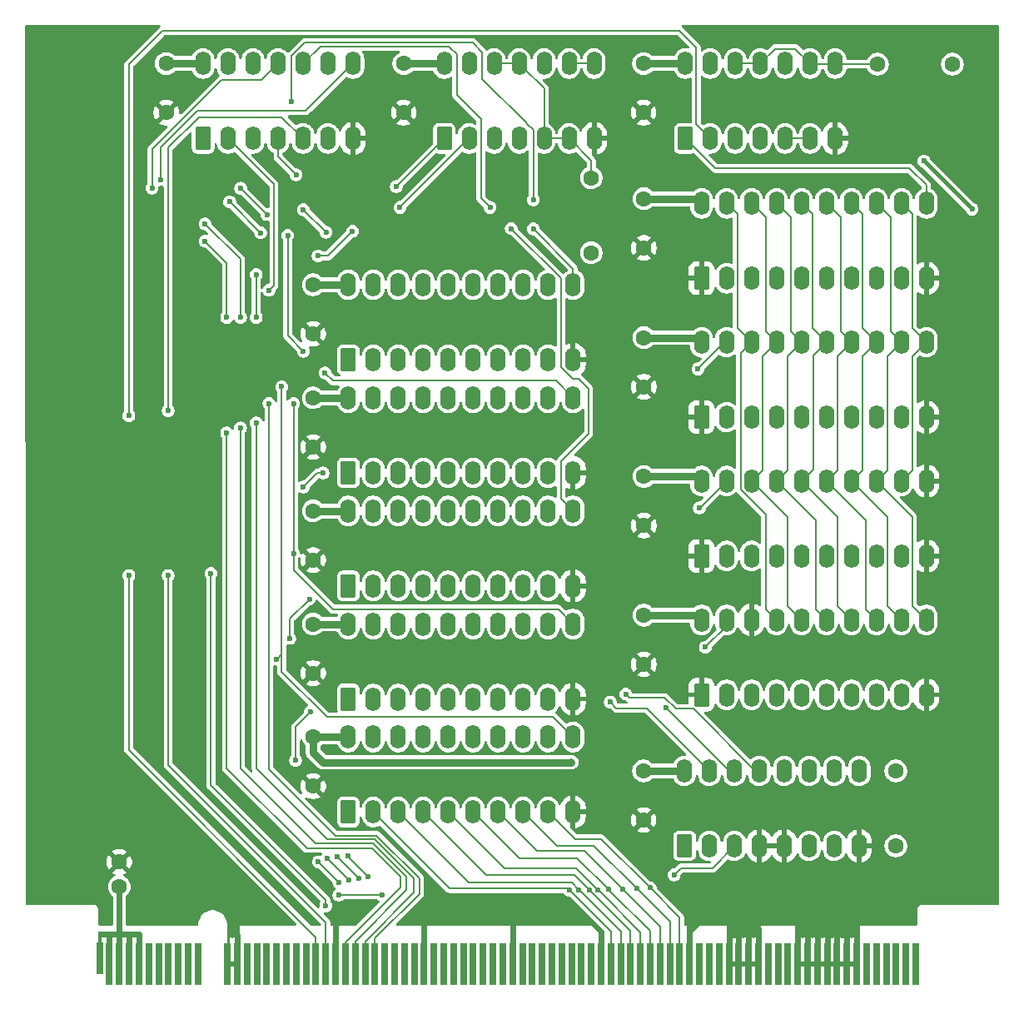
<source format=gbr>
%TF.GenerationSoftware,KiCad,Pcbnew,9.0.5*%
%TF.CreationDate,2025-11-19T18:18:20+02:00*%
%TF.ProjectId,register_file_accum,72656769-7374-4657-925f-66696c655f61,rev?*%
%TF.SameCoordinates,Original*%
%TF.FileFunction,Copper,L2,Bot*%
%TF.FilePolarity,Positive*%
%FSLAX46Y46*%
G04 Gerber Fmt 4.6, Leading zero omitted, Abs format (unit mm)*
G04 Created by KiCad (PCBNEW 9.0.5) date 2025-11-19 18:18:20*
%MOMM*%
%LPD*%
G01*
G04 APERTURE LIST*
G04 Aperture macros list*
%AMRoundRect*
0 Rectangle with rounded corners*
0 $1 Rounding radius*
0 $2 $3 $4 $5 $6 $7 $8 $9 X,Y pos of 4 corners*
0 Add a 4 corners polygon primitive as box body*
4,1,4,$2,$3,$4,$5,$6,$7,$8,$9,$2,$3,0*
0 Add four circle primitives for the rounded corners*
1,1,$1+$1,$2,$3*
1,1,$1+$1,$4,$5*
1,1,$1+$1,$6,$7*
1,1,$1+$1,$8,$9*
0 Add four rect primitives between the rounded corners*
20,1,$1+$1,$2,$3,$4,$5,0*
20,1,$1+$1,$4,$5,$6,$7,0*
20,1,$1+$1,$6,$7,$8,$9,0*
20,1,$1+$1,$8,$9,$2,$3,0*%
G04 Aperture macros list end*
%TA.AperFunction,ComponentPad*%
%ADD10C,1.600000*%
%TD*%
%TA.AperFunction,ComponentPad*%
%ADD11RoundRect,0.250000X0.550000X-0.950000X0.550000X0.950000X-0.550000X0.950000X-0.550000X-0.950000X0*%
%TD*%
%TA.AperFunction,ComponentPad*%
%ADD12O,1.600000X2.400000*%
%TD*%
%TA.AperFunction,ConnectorPad*%
%ADD13R,0.700000X3.200000*%
%TD*%
%TA.AperFunction,ConnectorPad*%
%ADD14R,0.700000X4.300000*%
%TD*%
%TA.AperFunction,ViaPad*%
%ADD15C,0.800000*%
%TD*%
%TA.AperFunction,ViaPad*%
%ADD16C,0.600000*%
%TD*%
%TA.AperFunction,Conductor*%
%ADD17C,0.600000*%
%TD*%
%TA.AperFunction,Conductor*%
%ADD18C,0.200000*%
%TD*%
%TA.AperFunction,Conductor*%
%ADD19C,0.300000*%
%TD*%
%TA.AperFunction,Conductor*%
%ADD20C,0.800000*%
%TD*%
%TA.AperFunction,Conductor*%
%ADD21C,0.400000*%
%TD*%
G04 APERTURE END LIST*
D10*
%TO.P,C7,1*%
%TO.N,VCC*%
X73275000Y-130646036D03*
%TO.P,C7,2*%
%TO.N,GND*%
X73275000Y-128146036D03*
%TD*%
D11*
%TO.P,XH1,1,OE*%
%TO.N,Net-(BC1-~{RXH})*%
X96570000Y-77060000D03*
D12*
%TO.P,XH1,2,D0*%
%TO.N,/DATA0*%
X99110000Y-77060000D03*
%TO.P,XH1,3,D1*%
%TO.N,/DATA1*%
X101650000Y-77060000D03*
%TO.P,XH1,4,D2*%
%TO.N,/DATA2*%
X104190000Y-77060000D03*
%TO.P,XH1,5,D3*%
%TO.N,/DATA3*%
X106730000Y-77060000D03*
%TO.P,XH1,6,D4*%
%TO.N,/DATA4*%
X109270000Y-77060000D03*
%TO.P,XH1,7,D5*%
%TO.N,/DATA5*%
X111810000Y-77060000D03*
%TO.P,XH1,8,D6*%
%TO.N,/DATA6*%
X114350000Y-77060000D03*
%TO.P,XH1,9,D7*%
%TO.N,/DATA7*%
X116890000Y-77060000D03*
%TO.P,XH1,10,GND*%
%TO.N,GND*%
X119430000Y-77060000D03*
%TO.P,XH1,11,Cp*%
%TO.N,Net-(XH1-Cp)*%
X119430000Y-69440000D03*
%TO.P,XH1,12,Q7*%
%TO.N,/DATA7*%
X116890000Y-69440000D03*
%TO.P,XH1,13,Q6*%
%TO.N,/DATA6*%
X114350000Y-69440000D03*
%TO.P,XH1,14,Q5*%
%TO.N,/DATA5*%
X111810000Y-69440000D03*
%TO.P,XH1,15,Q4*%
%TO.N,/DATA4*%
X109270000Y-69440000D03*
%TO.P,XH1,16,Q3*%
%TO.N,/DATA3*%
X106730000Y-69440000D03*
%TO.P,XH1,17,Q2*%
%TO.N,/DATA2*%
X104190000Y-69440000D03*
%TO.P,XH1,18,Q1*%
%TO.N,/DATA1*%
X101650000Y-69440000D03*
%TO.P,XH1,19,Q0*%
%TO.N,/DATA0*%
X99110000Y-69440000D03*
%TO.P,XH1,20,VCC*%
%TO.N,VCC*%
X96570000Y-69440000D03*
%TD*%
D10*
%TO.P,C10,1*%
%TO.N,VCC*%
X78050000Y-46940000D03*
%TO.P,C10,2*%
%TO.N,GND*%
X78050000Y-51940000D03*
%TD*%
%TO.P,C6,1*%
%TO.N,VCC*%
X102200000Y-46940000D03*
%TO.P,C6,2*%
%TO.N,GND*%
X102200000Y-51940000D03*
%TD*%
%TO.P,R6,1*%
%TO.N,Net-(R6-Pad1)*%
X150380000Y-47000000D03*
%TO.P,R6,2*%
%TO.N,VCC*%
X158000000Y-47000000D03*
%TD*%
D11*
%TO.P,YH1,1,OE*%
%TO.N,Net-(BC1-~{RYH})*%
X96570000Y-100060000D03*
D12*
%TO.P,YH1,2,D0*%
%TO.N,/DATA0*%
X99110000Y-100060000D03*
%TO.P,YH1,3,D1*%
%TO.N,/DATA1*%
X101650000Y-100060000D03*
%TO.P,YH1,4,D2*%
%TO.N,/DATA2*%
X104190000Y-100060000D03*
%TO.P,YH1,5,D3*%
%TO.N,/DATA3*%
X106730000Y-100060000D03*
%TO.P,YH1,6,D4*%
%TO.N,/DATA4*%
X109270000Y-100060000D03*
%TO.P,YH1,7,D5*%
%TO.N,/DATA5*%
X111810000Y-100060000D03*
%TO.P,YH1,8,D6*%
%TO.N,/DATA6*%
X114350000Y-100060000D03*
%TO.P,YH1,9,D7*%
%TO.N,/DATA7*%
X116890000Y-100060000D03*
%TO.P,YH1,10,GND*%
%TO.N,GND*%
X119430000Y-100060000D03*
%TO.P,YH1,11,Cp*%
%TO.N,Net-(YH1-Cp)*%
X119430000Y-92440000D03*
%TO.P,YH1,12,Q7*%
%TO.N,/DATA7*%
X116890000Y-92440000D03*
%TO.P,YH1,13,Q6*%
%TO.N,/DATA6*%
X114350000Y-92440000D03*
%TO.P,YH1,14,Q5*%
%TO.N,/DATA5*%
X111810000Y-92440000D03*
%TO.P,YH1,15,Q4*%
%TO.N,/DATA4*%
X109270000Y-92440000D03*
%TO.P,YH1,16,Q3*%
%TO.N,/DATA3*%
X106730000Y-92440000D03*
%TO.P,YH1,17,Q2*%
%TO.N,/DATA2*%
X104190000Y-92440000D03*
%TO.P,YH1,18,Q1*%
%TO.N,/DATA1*%
X101650000Y-92440000D03*
%TO.P,YH1,19,Q0*%
%TO.N,/DATA0*%
X99110000Y-92440000D03*
%TO.P,YH1,20,VCC*%
%TO.N,VCC*%
X96570000Y-92440000D03*
%TD*%
D13*
%TO.P,BC1,A1,VCC*%
%TO.N,VCC*%
X71275000Y-137950000D03*
D14*
%TO.P,BC1,A2,VCC*%
X72275000Y-138500000D03*
%TO.P,BC1,A3,VCC*%
X73275000Y-138500000D03*
%TO.P,BC1,A4,VCC*%
X74275000Y-138500000D03*
%TO.P,BC1,A5,VCC*%
X75275000Y-138500000D03*
%TO.P,BC1,A6*%
%TO.N,N/C*%
X76275000Y-138500000D03*
%TO.P,BC1,A7*%
X77275000Y-138500000D03*
%TO.P,BC1,A8*%
X78275000Y-138500000D03*
%TO.P,BC1,A9*%
X79275000Y-138500000D03*
%TO.P,BC1,A10*%
X80275000Y-138500000D03*
%TO.P,BC1,A11*%
X81275000Y-138500000D03*
%TO.P,BC1,A12,GND*%
%TO.N,GND*%
X84275000Y-138500000D03*
%TO.P,BC1,A13,GND*%
X85275000Y-138500000D03*
%TO.P,BC1,A14,~{LMEM}*%
%TO.N,unconnected-(BC1-~{LMEM}-PadA14)*%
X86275000Y-138500000D03*
%TO.P,BC1,A15,LSPH*%
%TO.N,unconnected-(BC1-LSPH-PadA15)*%
X87275000Y-138500000D03*
%TO.P,BC1,A16,LSPL*%
%TO.N,unconnected-(BC1-LSPL-PadA16)*%
X88275000Y-138500000D03*
%TO.P,BC1,A17,LPCH*%
%TO.N,unconnected-(BC1-LPCH-PadA17)*%
X89275000Y-138500000D03*
%TO.P,BC1,A18,LPCL*%
%TO.N,unconnected-(BC1-LPCL-PadA18)*%
X90275000Y-138500000D03*
%TO.P,BC1,A19,~{LARGH}*%
%TO.N,unconnected-(BC1-~{LARGH}-PadA19)*%
X91275000Y-138500000D03*
%TO.P,BC1,A20,~{LARGL}*%
%TO.N,unconnected-(BC1-~{LARGL}-PadA20)*%
X92275000Y-138500000D03*
%TO.P,BC1,A21,~{LAC}*%
%TO.N,/LAC*%
X93275000Y-138500000D03*
%TO.P,BC1,A22,~{LXH}*%
%TO.N,Net-(BC1-~{LXH})*%
X94275000Y-138500000D03*
%TO.P,BC1,A23,GND*%
%TO.N,GND*%
X95275000Y-138500000D03*
%TO.P,BC1,A24,~{LYL}*%
%TO.N,Net-(BC1-~{LYL})*%
X96275000Y-138500000D03*
%TO.P,BC1,A25,~{LYH}*%
%TO.N,Net-(BC1-~{LYH})*%
X97275000Y-138500000D03*
%TO.P,BC1,A26,~{LZL}*%
%TO.N,Net-(BC1-~{LZL})*%
X98275000Y-138500000D03*
%TO.P,BC1,A27,~{LZH}*%
%TO.N,Net-(BC1-~{LZH})*%
X99275000Y-138500000D03*
%TO.P,BC1,A28,~{LFR}*%
%TO.N,unconnected-(BC1-~{LFR}-PadA28)*%
X100275000Y-138500000D03*
%TO.P,BC1,A29,~{LINST}*%
%TO.N,unconnected-(BC1-~{LINST}-PadA29)*%
X101275000Y-138500000D03*
%TO.P,BC1,A30,LADRH*%
%TO.N,unconnected-(BC1-LADRH-PadA30)*%
X102275000Y-138500000D03*
%TO.P,BC1,A31,LADRL*%
%TO.N,unconnected-(BC1-LADRL-PadA31)*%
X103275000Y-138500000D03*
%TO.P,BC1,A32,GND*%
%TO.N,GND*%
X104275000Y-138500000D03*
%TO.P,BC1,A33,STATE0*%
%TO.N,unconnected-(BC1-STATE0-PadA33)*%
X105275000Y-138500000D03*
%TO.P,BC1,A34,STATE1*%
%TO.N,unconnected-(BC1-STATE1-PadA34)*%
X106275000Y-138500000D03*
%TO.P,BC1,A35,STATE2*%
%TO.N,unconnected-(BC1-STATE2-PadA35)*%
X107275000Y-138500000D03*
%TO.P,BC1,A36,STATE3*%
%TO.N,unconnected-(BC1-STATE3-PadA36)*%
X108275000Y-138500000D03*
%TO.P,BC1,A37,STATE4*%
%TO.N,unconnected-(BC1-STATE4-PadA37)*%
X109275000Y-138500000D03*
%TO.P,BC1,A38,STATE5*%
%TO.N,unconnected-(BC1-STATE5-PadA38)*%
X110275000Y-138500000D03*
%TO.P,BC1,A39,STATE6*%
%TO.N,unconnected-(BC1-STATE6-PadA39)*%
X111275000Y-138500000D03*
%TO.P,BC1,A40,STATE7*%
%TO.N,unconnected-(BC1-STATE7-PadA40)*%
X112275000Y-138500000D03*
%TO.P,BC1,A41,GND*%
%TO.N,GND*%
X113275000Y-138500000D03*
%TO.P,BC1,A42,STATE8*%
%TO.N,unconnected-(BC1-STATE8-PadA42)*%
X114275000Y-138500000D03*
%TO.P,BC1,A43,STATE9*%
%TO.N,unconnected-(BC1-STATE9-PadA43)*%
X115275000Y-138500000D03*
%TO.P,BC1,A44,STATE10*%
%TO.N,unconnected-(BC1-STATE10-PadA44)*%
X116275000Y-138500000D03*
%TO.P,BC1,A45,STATE11*%
%TO.N,unconnected-(BC1-STATE11-PadA45)*%
X117275000Y-138500000D03*
%TO.P,BC1,A46,STATE12*%
%TO.N,unconnected-(BC1-STATE12-PadA46)*%
X118275000Y-138500000D03*
%TO.P,BC1,A47,STATE13*%
%TO.N,unconnected-(BC1-STATE13-PadA47)*%
X119275000Y-138500000D03*
%TO.P,BC1,A48,STATE14*%
%TO.N,unconnected-(BC1-STATE14-PadA48)*%
X120275000Y-138500000D03*
%TO.P,BC1,A49,STATE15*%
%TO.N,unconnected-(BC1-STATE15-PadA49)*%
X121275000Y-138500000D03*
%TO.P,BC1,A50,GND*%
%TO.N,GND*%
X122275000Y-138500000D03*
%TO.P,BC1,A51,DATA0*%
%TO.N,/DATA0*%
X123275000Y-138500000D03*
%TO.P,BC1,A52,DATA1*%
%TO.N,/DATA1*%
X124275000Y-138500000D03*
%TO.P,BC1,A53,DATA2*%
%TO.N,/DATA2*%
X125275000Y-138500000D03*
%TO.P,BC1,A54,DATA3*%
%TO.N,/DATA3*%
X126275000Y-138500000D03*
%TO.P,BC1,A55,DATA4*%
%TO.N,/DATA4*%
X127275000Y-138500000D03*
%TO.P,BC1,A56,DATA5*%
%TO.N,/DATA5*%
X128275000Y-138500000D03*
%TO.P,BC1,A57,DATA6*%
%TO.N,/DATA6*%
X129275000Y-138500000D03*
%TO.P,BC1,A58,DATA7*%
%TO.N,/DATA7*%
X130275000Y-138500000D03*
%TO.P,BC1,A59,GND*%
%TO.N,GND*%
X131275000Y-138500000D03*
%TO.P,BC1,A60,ALUZO*%
%TO.N,unconnected-(BC1-ALUZO-PadA60)*%
X132275000Y-138500000D03*
%TO.P,BC1,A61,~{ALUCO}*%
%TO.N,unconnected-(BC1-~{ALUCO}-PadA61)*%
X133275000Y-138500000D03*
%TO.P,BC1,A62,ALUSO*%
%TO.N,unconnected-(BC1-ALUSO-PadA62)*%
X134275000Y-138500000D03*
%TO.P,BC1,A63,GND*%
%TO.N,GND*%
X135275000Y-138500000D03*
%TO.P,BC1,A64,GND*%
X136275000Y-138500000D03*
%TO.P,BC1,A65,GND*%
X137275000Y-138500000D03*
%TO.P,BC1,A66,GND*%
X138275000Y-138500000D03*
%TO.P,BC1,A67,INTREQ*%
%TO.N,unconnected-(BC1-INTREQ-PadA67)*%
X139275000Y-138500000D03*
%TO.P,BC1,A68,~{WAIT}*%
%TO.N,unconnected-(BC1-~{WAIT}-PadA68)*%
X140275000Y-138500000D03*
%TO.P,BC1,A69,RESET*%
%TO.N,unconnected-(BC1-RESET-PadA69)*%
X141275000Y-138500000D03*
%TO.P,BC1,A70,GND*%
%TO.N,GND*%
X142275000Y-138500000D03*
%TO.P,BC1,A71,GND*%
X143275000Y-138500000D03*
%TO.P,BC1,A72,GND*%
X144275000Y-138500000D03*
%TO.P,BC1,A73,GND*%
X145275000Y-138500000D03*
%TO.P,BC1,A74,GND*%
X146275000Y-138500000D03*
%TO.P,BC1,A75,GND*%
X147275000Y-138500000D03*
%TO.P,BC1,A76,GND*%
X148275000Y-138500000D03*
%TO.P,BC1,A77*%
%TO.N,N/C*%
X149275000Y-138500000D03*
%TO.P,BC1,A78*%
X150275000Y-138500000D03*
%TO.P,BC1,A79*%
X151275000Y-138500000D03*
%TO.P,BC1,A80*%
X152275000Y-138500000D03*
%TO.P,BC1,A81*%
X153275000Y-138500000D03*
%TO.P,BC1,A82*%
X154275000Y-138500000D03*
%TD*%
D10*
%TO.P,C11,1*%
%TO.N,VCC*%
X126600000Y-46940000D03*
%TO.P,C11,2*%
%TO.N,GND*%
X126600000Y-51940000D03*
%TD*%
%TO.P,C14,1*%
%TO.N,VCC*%
X126630000Y-103045000D03*
%TO.P,C14,2*%
%TO.N,GND*%
X126630000Y-108045000D03*
%TD*%
D11*
%TO.P,ZL1,1,OE*%
%TO.N,Net-(BC1-~{RZL})*%
X96570000Y-111560000D03*
D12*
%TO.P,ZL1,2,D0*%
%TO.N,/DATA0*%
X99110000Y-111560000D03*
%TO.P,ZL1,3,D1*%
%TO.N,/DATA1*%
X101650000Y-111560000D03*
%TO.P,ZL1,4,D2*%
%TO.N,/DATA2*%
X104190000Y-111560000D03*
%TO.P,ZL1,5,D3*%
%TO.N,/DATA3*%
X106730000Y-111560000D03*
%TO.P,ZL1,6,D4*%
%TO.N,/DATA4*%
X109270000Y-111560000D03*
%TO.P,ZL1,7,D5*%
%TO.N,/DATA5*%
X111810000Y-111560000D03*
%TO.P,ZL1,8,D6*%
%TO.N,/DATA6*%
X114350000Y-111560000D03*
%TO.P,ZL1,9,D7*%
%TO.N,/DATA7*%
X116890000Y-111560000D03*
%TO.P,ZL1,10,GND*%
%TO.N,GND*%
X119430000Y-111560000D03*
%TO.P,ZL1,11,Cp*%
%TO.N,Net-(ZL1-Cp)*%
X119430000Y-103940000D03*
%TO.P,ZL1,12,Q7*%
%TO.N,/DATA7*%
X116890000Y-103940000D03*
%TO.P,ZL1,13,Q6*%
%TO.N,/DATA6*%
X114350000Y-103940000D03*
%TO.P,ZL1,14,Q5*%
%TO.N,/DATA5*%
X111810000Y-103940000D03*
%TO.P,ZL1,15,Q4*%
%TO.N,/DATA4*%
X109270000Y-103940000D03*
%TO.P,ZL1,16,Q3*%
%TO.N,/DATA3*%
X106730000Y-103940000D03*
%TO.P,ZL1,17,Q2*%
%TO.N,/DATA2*%
X104190000Y-103940000D03*
%TO.P,ZL1,18,Q1*%
%TO.N,/DATA1*%
X101650000Y-103940000D03*
%TO.P,ZL1,19,Q0*%
%TO.N,/DATA0*%
X99110000Y-103940000D03*
%TO.P,ZL1,20,VCC*%
%TO.N,VCC*%
X96570000Y-103940000D03*
%TD*%
D10*
%TO.P,R5,1*%
%TO.N,VCC*%
X121275000Y-66185000D03*
%TO.P,R5,2*%
%TO.N,Net-(R5-Pad2)*%
X121275000Y-58565000D03*
%TD*%
D11*
%TO.P,ZH1,1,OE*%
%TO.N,Net-(BC1-~{RZH})*%
X96570000Y-123060000D03*
D12*
%TO.P,ZH1,2,D0*%
%TO.N,/DATA0*%
X99110000Y-123060000D03*
%TO.P,ZH1,3,D1*%
%TO.N,/DATA1*%
X101650000Y-123060000D03*
%TO.P,ZH1,4,D2*%
%TO.N,/DATA2*%
X104190000Y-123060000D03*
%TO.P,ZH1,5,D3*%
%TO.N,/DATA3*%
X106730000Y-123060000D03*
%TO.P,ZH1,6,D4*%
%TO.N,/DATA4*%
X109270000Y-123060000D03*
%TO.P,ZH1,7,D5*%
%TO.N,/DATA5*%
X111810000Y-123060000D03*
%TO.P,ZH1,8,D6*%
%TO.N,/DATA6*%
X114350000Y-123060000D03*
%TO.P,ZH1,9,D7*%
%TO.N,/DATA7*%
X116890000Y-123060000D03*
%TO.P,ZH1,10,GND*%
%TO.N,GND*%
X119430000Y-123060000D03*
%TO.P,ZH1,11,Cp*%
%TO.N,Net-(ZH1-Cp)*%
X119430000Y-115440000D03*
%TO.P,ZH1,12,Q7*%
%TO.N,/DATA7*%
X116890000Y-115440000D03*
%TO.P,ZH1,13,Q6*%
%TO.N,/DATA6*%
X114350000Y-115440000D03*
%TO.P,ZH1,14,Q5*%
%TO.N,/DATA5*%
X111810000Y-115440000D03*
%TO.P,ZH1,15,Q4*%
%TO.N,/DATA4*%
X109270000Y-115440000D03*
%TO.P,ZH1,16,Q3*%
%TO.N,/DATA3*%
X106730000Y-115440000D03*
%TO.P,ZH1,17,Q2*%
%TO.N,/DATA2*%
X104190000Y-115440000D03*
%TO.P,ZH1,18,Q1*%
%TO.N,/DATA1*%
X101650000Y-115440000D03*
%TO.P,ZH1,19,Q0*%
%TO.N,/DATA0*%
X99110000Y-115440000D03*
%TO.P,ZH1,20,VCC*%
%TO.N,VCC*%
X96570000Y-115440000D03*
%TD*%
D10*
%TO.P,C2,1*%
%TO.N,GND*%
X93000000Y-85940000D03*
%TO.P,C2,2*%
%TO.N,VCC*%
X93000000Y-80940000D03*
%TD*%
%TO.P,C5,1*%
%TO.N,GND*%
X93000000Y-120440000D03*
%TO.P,C5,2*%
%TO.N,VCC*%
X93000000Y-115440000D03*
%TD*%
%TO.P,C4,1*%
%TO.N,GND*%
X93000000Y-74440000D03*
%TO.P,C4,2*%
%TO.N,VCC*%
X93000000Y-69440000D03*
%TD*%
%TO.P,R7,1*%
%TO.N,VCC*%
X152250000Y-118880000D03*
%TO.P,R7,2*%
%TO.N,Net-(U4-E3)*%
X152250000Y-126500000D03*
%TD*%
%TO.P,C3,1*%
%TO.N,GND*%
X93000000Y-97440000D03*
%TO.P,C3,2*%
%TO.N,VCC*%
X93000000Y-92440000D03*
%TD*%
%TO.P,C9,1*%
%TO.N,VCC*%
X126630000Y-60690000D03*
%TO.P,C9,2*%
%TO.N,GND*%
X126630000Y-65690000D03*
%TD*%
%TO.P,C1,1*%
%TO.N,GND*%
X93000000Y-108940000D03*
%TO.P,C1,2*%
%TO.N,VCC*%
X93000000Y-103940000D03*
%TD*%
D11*
%TO.P,U2,1*%
%TO.N,Net-(ZL1-Cp)*%
X106320000Y-54560000D03*
D12*
%TO.P,U2,2*%
%TO.N,Net-(BC1-~{LZL})*%
X108860000Y-54560000D03*
%TO.P,U2,3*%
%TO.N,/~{CLK}*%
X111400000Y-54560000D03*
%TO.P,U2,4*%
%TO.N,unconnected-(U2-Pad4)*%
X113940000Y-54560000D03*
%TO.P,U2,5*%
%TO.N,Net-(R5-Pad2)*%
X116480000Y-54560000D03*
%TO.P,U2,6*%
X119020000Y-54560000D03*
%TO.P,U2,7,GND*%
%TO.N,GND*%
X121560000Y-54560000D03*
%TO.P,U2,8*%
%TO.N,Net-(R5-Pad2)*%
X121560000Y-46940000D03*
%TO.P,U2,9*%
X119020000Y-46940000D03*
%TO.P,U2,10*%
%TO.N,unconnected-(U2-Pad10)*%
X116480000Y-46940000D03*
%TO.P,U2,11*%
%TO.N,Net-(R5-Pad2)*%
X113940000Y-46940000D03*
%TO.P,U2,12*%
X111400000Y-46940000D03*
%TO.P,U2,13*%
%TO.N,unconnected-(U2-Pad13)*%
X108860000Y-46940000D03*
%TO.P,U2,14,VCC*%
%TO.N,VCC*%
X106320000Y-46940000D03*
%TD*%
D10*
%TO.P,C13,1*%
%TO.N,VCC*%
X126630000Y-74811667D03*
%TO.P,C13,2*%
%TO.N,GND*%
X126630000Y-79811667D03*
%TD*%
%TO.P,C12,1*%
%TO.N,VCC*%
X126600000Y-118880000D03*
%TO.P,C12,2*%
%TO.N,GND*%
X126600000Y-123880000D03*
%TD*%
D11*
%TO.P,XL1,1,OE*%
%TO.N,GND*%
X132495000Y-68780000D03*
D12*
%TO.P,XL1,2,D0*%
%TO.N,/DATA0*%
X135035000Y-68780000D03*
%TO.P,XL1,3,D1*%
%TO.N,/DATA1*%
X137575000Y-68780000D03*
%TO.P,XL1,4,D2*%
%TO.N,/DATA2*%
X140115000Y-68780000D03*
%TO.P,XL1,5,D3*%
%TO.N,/DATA3*%
X142655000Y-68780000D03*
%TO.P,XL1,6,D4*%
%TO.N,/DATA4*%
X145195000Y-68780000D03*
%TO.P,XL1,7,D5*%
%TO.N,/DATA5*%
X147735000Y-68780000D03*
%TO.P,XL1,8,D6*%
%TO.N,/DATA6*%
X150275000Y-68780000D03*
%TO.P,XL1,9,D7*%
%TO.N,/DATA7*%
X152815000Y-68780000D03*
%TO.P,XL1,10,GND*%
%TO.N,GND*%
X155355000Y-68780000D03*
%TO.P,XL1,11,Cp*%
%TO.N,Net-(XL1-Cp)*%
X155355000Y-61160000D03*
%TO.P,XL1,12,Q7*%
%TO.N,/ACCUM7*%
X152815000Y-61160000D03*
%TO.P,XL1,13,Q6*%
%TO.N,/ACCUM6*%
X150275000Y-61160000D03*
%TO.P,XL1,14,Q5*%
%TO.N,/ACCUM5*%
X147735000Y-61160000D03*
%TO.P,XL1,15,Q4*%
%TO.N,/ACCUM4*%
X145195000Y-61160000D03*
%TO.P,XL1,16,Q3*%
%TO.N,/ACCUM3*%
X142655000Y-61160000D03*
%TO.P,XL1,17,Q2*%
%TO.N,/ACCUM2*%
X140115000Y-61160000D03*
%TO.P,XL1,18,Q1*%
%TO.N,/ACCUM1*%
X137575000Y-61160000D03*
%TO.P,XL1,19,Q0*%
%TO.N,/ACCUM0*%
X135035000Y-61160000D03*
%TO.P,XL1,20,VCC*%
%TO.N,VCC*%
X132495000Y-61160000D03*
%TD*%
D11*
%TO.P,U8,1,A->B*%
%TO.N,GND*%
X132495000Y-97018333D03*
D12*
%TO.P,U8,2,A0*%
%TO.N,/DATA0*%
X135035000Y-97018333D03*
%TO.P,U8,3,A1*%
%TO.N,/DATA1*%
X137575000Y-97018333D03*
%TO.P,U8,4,A2*%
%TO.N,/DATA2*%
X140115000Y-97018333D03*
%TO.P,U8,5,A3*%
%TO.N,/DATA3*%
X142655000Y-97018333D03*
%TO.P,U8,6,A4*%
%TO.N,/DATA4*%
X145195000Y-97018333D03*
%TO.P,U8,7,A5*%
%TO.N,/DATA5*%
X147735000Y-97018333D03*
%TO.P,U8,8,A6*%
%TO.N,/DATA6*%
X150275000Y-97018333D03*
%TO.P,U8,9,A7*%
%TO.N,/DATA7*%
X152815000Y-97018333D03*
%TO.P,U8,10,GND*%
%TO.N,GND*%
X155355000Y-97018333D03*
%TO.P,U8,11,B7*%
X155355000Y-89398333D03*
%TO.P,U8,12,B6*%
%TO.N,/ACCUM7*%
X152815000Y-89398333D03*
%TO.P,U8,13,B5*%
%TO.N,/ACCUM6*%
X150275000Y-89398333D03*
%TO.P,U8,14,B4*%
%TO.N,/ACCUM5*%
X147735000Y-89398333D03*
%TO.P,U8,15,B3*%
%TO.N,/ACCUM4*%
X145195000Y-89398333D03*
%TO.P,U8,16,B2*%
%TO.N,/ACCUM3*%
X142655000Y-89398333D03*
%TO.P,U8,17,B1*%
%TO.N,/ACCUM2*%
X140115000Y-89398333D03*
%TO.P,U8,18,B0*%
%TO.N,/ACCUM1*%
X137575000Y-89398333D03*
%TO.P,U8,19,CE*%
%TO.N,/ACSHRIGHT*%
X135035000Y-89398333D03*
%TO.P,U8,20,VCC*%
%TO.N,VCC*%
X132495000Y-89398333D03*
%TD*%
D11*
%TO.P,U4,1,A0*%
%TO.N,/SHL*%
X130750000Y-126500000D03*
D12*
%TO.P,U4,2,A1*%
%TO.N,/SHR*%
X133290000Y-126500000D03*
%TO.P,U4,3,A2*%
%TO.N,/~{PASS}*%
X135830000Y-126500000D03*
%TO.P,U4,4,E1*%
%TO.N,GND*%
X138370000Y-126500000D03*
%TO.P,U4,5,E2*%
X140910000Y-126500000D03*
%TO.P,U4,6,E3*%
%TO.N,Net-(U4-E3)*%
X143450000Y-126500000D03*
%TO.P,U4,7,O7*%
%TO.N,unconnected-(U4-O7-Pad7)*%
X145990000Y-126500000D03*
%TO.P,U4,8,GND*%
%TO.N,GND*%
X148530000Y-126500000D03*
%TO.P,U4,9,O6*%
%TO.N,unconnected-(U4-O6-Pad9)*%
X148530000Y-118880000D03*
%TO.P,U4,10,O5*%
%TO.N,unconnected-(U4-O5-Pad10)*%
X145990000Y-118880000D03*
%TO.P,U4,11,O4*%
%TO.N,unconnected-(U4-O4-Pad11)*%
X143450000Y-118880000D03*
%TO.P,U4,12,O3*%
%TO.N,unconnected-(U4-O3-Pad12)*%
X140910000Y-118880000D03*
%TO.P,U4,13,O2*%
%TO.N,/ACSHRIGHT*%
X138370000Y-118880000D03*
%TO.P,U4,14,O1*%
%TO.N,/ACSHLEFT*%
X135830000Y-118880000D03*
%TO.P,U4,15,O0*%
%TO.N,/~{RAC}*%
X133290000Y-118880000D03*
%TO.P,U4,16,VCC*%
%TO.N,VCC*%
X130750000Y-118880000D03*
%TD*%
D10*
%TO.P,C15,1*%
%TO.N,VCC*%
X126630000Y-88928333D03*
%TO.P,C15,2*%
%TO.N,GND*%
X126630000Y-93928333D03*
%TD*%
D11*
%TO.P,U1,1*%
%TO.N,Net-(ZH1-Cp)*%
X81800000Y-54560000D03*
D12*
%TO.P,U1,2*%
%TO.N,Net-(BC1-~{LZH})*%
X84340000Y-54560000D03*
%TO.P,U1,3*%
%TO.N,/~{CLK}*%
X86880000Y-54560000D03*
%TO.P,U1,4*%
%TO.N,Net-(XH1-Cp)*%
X89420000Y-54560000D03*
%TO.P,U1,5*%
%TO.N,Net-(BC1-~{LXH})*%
X91960000Y-54560000D03*
%TO.P,U1,6*%
%TO.N,/~{CLK}*%
X94500000Y-54560000D03*
%TO.P,U1,7,GND*%
%TO.N,GND*%
X97040000Y-54560000D03*
%TO.P,U1,8*%
%TO.N,Net-(BC1-~{LYH})*%
X97040000Y-46940000D03*
%TO.P,U1,9*%
%TO.N,/~{CLK}*%
X94500000Y-46940000D03*
%TO.P,U1,10*%
%TO.N,Net-(YH1-Cp)*%
X91960000Y-46940000D03*
%TO.P,U1,11*%
%TO.N,Net-(BC1-~{LYL})*%
X89420000Y-46940000D03*
%TO.P,U1,12*%
%TO.N,/~{CLK}*%
X86880000Y-46940000D03*
%TO.P,U1,13*%
%TO.N,Net-(YL1-Cp)*%
X84340000Y-46940000D03*
%TO.P,U1,14,VCC*%
%TO.N,VCC*%
X81800000Y-46940000D03*
%TD*%
D11*
%TO.P,YL1,1,OE*%
%TO.N,Net-(BC1-~{RYL})*%
X96570000Y-88560000D03*
D12*
%TO.P,YL1,2,D0*%
%TO.N,/DATA0*%
X99110000Y-88560000D03*
%TO.P,YL1,3,D1*%
%TO.N,/DATA1*%
X101650000Y-88560000D03*
%TO.P,YL1,4,D2*%
%TO.N,/DATA2*%
X104190000Y-88560000D03*
%TO.P,YL1,5,D3*%
%TO.N,/DATA3*%
X106730000Y-88560000D03*
%TO.P,YL1,6,D4*%
%TO.N,/DATA4*%
X109270000Y-88560000D03*
%TO.P,YL1,7,D5*%
%TO.N,/DATA5*%
X111810000Y-88560000D03*
%TO.P,YL1,8,D6*%
%TO.N,/DATA6*%
X114350000Y-88560000D03*
%TO.P,YL1,9,D7*%
%TO.N,/DATA7*%
X116890000Y-88560000D03*
%TO.P,YL1,10,GND*%
%TO.N,GND*%
X119430000Y-88560000D03*
%TO.P,YL1,11,Cp*%
%TO.N,Net-(YL1-Cp)*%
X119430000Y-80940000D03*
%TO.P,YL1,12,Q7*%
%TO.N,/DATA7*%
X116890000Y-80940000D03*
%TO.P,YL1,13,Q6*%
%TO.N,/DATA6*%
X114350000Y-80940000D03*
%TO.P,YL1,14,Q5*%
%TO.N,/DATA5*%
X111810000Y-80940000D03*
%TO.P,YL1,15,Q4*%
%TO.N,/DATA4*%
X109270000Y-80940000D03*
%TO.P,YL1,16,Q3*%
%TO.N,/DATA3*%
X106730000Y-80940000D03*
%TO.P,YL1,17,Q2*%
%TO.N,/DATA2*%
X104190000Y-80940000D03*
%TO.P,YL1,18,Q1*%
%TO.N,/DATA1*%
X101650000Y-80940000D03*
%TO.P,YL1,19,Q0*%
%TO.N,/DATA0*%
X99110000Y-80940000D03*
%TO.P,YL1,20,VCC*%
%TO.N,VCC*%
X96570000Y-80940000D03*
%TD*%
D11*
%TO.P,U3,1*%
%TO.N,Net-(XL1-Cp)*%
X130840000Y-54560000D03*
D12*
%TO.P,U3,2*%
%TO.N,/LAC*%
X133380000Y-54560000D03*
%TO.P,U3,3*%
%TO.N,/~{CLK}*%
X135920000Y-54560000D03*
%TO.P,U3,4*%
%TO.N,unconnected-(U3-Pad4)*%
X138460000Y-54560000D03*
%TO.P,U3,5*%
%TO.N,Net-(R6-Pad1)*%
X141000000Y-54560000D03*
%TO.P,U3,6*%
X143540000Y-54560000D03*
%TO.P,U3,7,GND*%
%TO.N,GND*%
X146080000Y-54560000D03*
%TO.P,U3,8*%
%TO.N,Net-(R6-Pad1)*%
X146080000Y-46940000D03*
%TO.P,U3,9*%
X143540000Y-46940000D03*
%TO.P,U3,10*%
%TO.N,unconnected-(U3-Pad10)*%
X141000000Y-46940000D03*
%TO.P,U3,11*%
%TO.N,Net-(R6-Pad1)*%
X138460000Y-46940000D03*
%TO.P,U3,12*%
X135920000Y-46940000D03*
%TO.P,U3,13*%
%TO.N,unconnected-(U3-Pad13)*%
X133380000Y-46940000D03*
%TO.P,U3,14,VCC*%
%TO.N,VCC*%
X130840000Y-46940000D03*
%TD*%
D11*
%TO.P,U6,1,A->B*%
%TO.N,GND*%
X132495000Y-82901667D03*
D12*
%TO.P,U6,2,A0*%
%TO.N,/DATA0*%
X135035000Y-82901667D03*
%TO.P,U6,3,A1*%
%TO.N,/DATA1*%
X137575000Y-82901667D03*
%TO.P,U6,4,A2*%
%TO.N,/DATA2*%
X140115000Y-82901667D03*
%TO.P,U6,5,A3*%
%TO.N,/DATA3*%
X142655000Y-82901667D03*
%TO.P,U6,6,A4*%
%TO.N,/DATA4*%
X145195000Y-82901667D03*
%TO.P,U6,7,A5*%
%TO.N,/DATA5*%
X147735000Y-82901667D03*
%TO.P,U6,8,A6*%
%TO.N,/DATA6*%
X150275000Y-82901667D03*
%TO.P,U6,9,A7*%
%TO.N,/DATA7*%
X152815000Y-82901667D03*
%TO.P,U6,10,GND*%
%TO.N,GND*%
X155355000Y-82901667D03*
%TO.P,U6,11,B7*%
%TO.N,/ACCUM7*%
X155355000Y-75281667D03*
%TO.P,U6,12,B6*%
%TO.N,/ACCUM6*%
X152815000Y-75281667D03*
%TO.P,U6,13,B5*%
%TO.N,/ACCUM5*%
X150275000Y-75281667D03*
%TO.P,U6,14,B4*%
%TO.N,/ACCUM4*%
X147735000Y-75281667D03*
%TO.P,U6,15,B3*%
%TO.N,/ACCUM3*%
X145195000Y-75281667D03*
%TO.P,U6,16,B2*%
%TO.N,/ACCUM2*%
X142655000Y-75281667D03*
%TO.P,U6,17,B1*%
%TO.N,/ACCUM1*%
X140115000Y-75281667D03*
%TO.P,U6,18,B0*%
%TO.N,/ACCUM0*%
X137575000Y-75281667D03*
%TO.P,U6,19,CE*%
%TO.N,/~{RAC}*%
X135035000Y-75281667D03*
%TO.P,U6,20,VCC*%
%TO.N,VCC*%
X132495000Y-75281667D03*
%TD*%
D11*
%TO.P,U7,1,A->B*%
%TO.N,GND*%
X132495000Y-111135000D03*
D12*
%TO.P,U7,2,A0*%
%TO.N,/DATA0*%
X135035000Y-111135000D03*
%TO.P,U7,3,A1*%
%TO.N,/DATA1*%
X137575000Y-111135000D03*
%TO.P,U7,4,A2*%
%TO.N,/DATA2*%
X140115000Y-111135000D03*
%TO.P,U7,5,A3*%
%TO.N,/DATA3*%
X142655000Y-111135000D03*
%TO.P,U7,6,A4*%
%TO.N,/DATA4*%
X145195000Y-111135000D03*
%TO.P,U7,7,A5*%
%TO.N,/DATA5*%
X147735000Y-111135000D03*
%TO.P,U7,8,A6*%
%TO.N,/DATA6*%
X150275000Y-111135000D03*
%TO.P,U7,9,A7*%
%TO.N,/DATA7*%
X152815000Y-111135000D03*
%TO.P,U7,10,GND*%
%TO.N,GND*%
X155355000Y-111135000D03*
%TO.P,U7,11,B7*%
%TO.N,/ACCUM6*%
X155355000Y-103515000D03*
%TO.P,U7,12,B6*%
%TO.N,/ACCUM5*%
X152815000Y-103515000D03*
%TO.P,U7,13,B5*%
%TO.N,/ACCUM4*%
X150275000Y-103515000D03*
%TO.P,U7,14,B4*%
%TO.N,/ACCUM3*%
X147735000Y-103515000D03*
%TO.P,U7,15,B3*%
%TO.N,/ACCUM2*%
X145195000Y-103515000D03*
%TO.P,U7,16,B2*%
%TO.N,/ACCUM1*%
X142655000Y-103515000D03*
%TO.P,U7,17,B1*%
%TO.N,/ACCUM0*%
X140115000Y-103515000D03*
%TO.P,U7,18,B0*%
%TO.N,GND*%
X137575000Y-103515000D03*
%TO.P,U7,19,CE*%
%TO.N,/ACSHLEFT*%
X135035000Y-103515000D03*
%TO.P,U7,20,VCC*%
%TO.N,VCC*%
X132495000Y-103515000D03*
%TD*%
D15*
%TO.N,GND*%
X144325000Y-133600000D03*
X104275000Y-133900000D03*
X147625000Y-133850000D03*
X84825000Y-134300000D03*
X116025000Y-133500000D03*
X95325000Y-133800000D03*
D16*
%TO.N,Net-(BC1-~{RYH})*%
X90600000Y-105400000D03*
X92600000Y-101400000D03*
X94400000Y-127800000D03*
X96600000Y-130000000D03*
%TO.N,Net-(BC1-~{LZL})*%
X87200000Y-72750000D03*
X94300000Y-64100000D03*
X87200000Y-83500000D03*
X92000000Y-61800000D03*
X87200000Y-68400000D03*
X101825000Y-61575000D03*
%TO.N,/DATA0*%
X119050000Y-131000000D03*
%TO.N,VCC*%
X71426000Y-135500000D03*
X73275000Y-132250000D03*
X73275000Y-135500000D03*
X72275000Y-135500000D03*
X75275000Y-135500000D03*
D15*
X119250000Y-118000000D03*
D16*
X73275000Y-134000000D03*
X74275000Y-135500000D03*
%TO.N,Net-(BC1-~{RZH})*%
X98600000Y-129600000D03*
X96570000Y-127500000D03*
%TO.N,/~{CLK}*%
X160000000Y-61750000D03*
X155100000Y-56850000D03*
%TO.N,Net-(BC1-~{RZL})*%
X95400000Y-127600000D03*
X97600000Y-129800000D03*
X92700000Y-112900000D03*
X91200000Y-117800000D03*
%TO.N,/~{PASS}*%
X100000000Y-131500000D03*
X129700000Y-129450000D03*
X95600000Y-131500000D03*
%TO.N,/DATA5*%
X124450000Y-130900000D03*
%TO.N,Net-(BC1-~{RYL})*%
X92000000Y-90000000D03*
X95600000Y-130200000D03*
X93525000Y-128125000D03*
X94000000Y-88560000D03*
%TO.N,/DATA7*%
X127275000Y-130775000D03*
%TO.N,/LAC*%
X74250000Y-82750000D03*
X74250000Y-99000000D03*
%TO.N,Net-(BC1-~{LZH})*%
X88500000Y-70000000D03*
X88500000Y-81500000D03*
%TO.N,Net-(BC1-~{LYH})*%
X85600000Y-84000000D03*
X85600000Y-72750000D03*
X82000000Y-63250000D03*
X77500000Y-58750000D03*
%TO.N,/DATA4*%
X123025000Y-130925000D03*
%TO.N,/DATA3*%
X121950000Y-130950000D03*
%TO.N,Net-(BC1-~{RXH})*%
X82600000Y-98800000D03*
X94275000Y-132600000D03*
%TO.N,/DATA6*%
X125875000Y-130825000D03*
%TO.N,Net-(BC1-~{LYL})*%
X84200000Y-84500000D03*
X82000000Y-65000000D03*
X84200000Y-72750000D03*
X76600000Y-59600000D03*
%TO.N,Net-(BC1-~{LXH})*%
X78250000Y-99000000D03*
X78250000Y-82250000D03*
%TO.N,/DATA1*%
X120025000Y-130975000D03*
%TO.N,Net-(YL1-Cp)*%
X90400000Y-64400000D03*
X94200000Y-78400000D03*
X88300000Y-62300000D03*
X85625000Y-59625000D03*
X92000000Y-76200000D03*
%TO.N,Net-(XH1-Cp)*%
X91250000Y-58250000D03*
X90800000Y-50850000D03*
X115379000Y-63750000D03*
X115379000Y-60800000D03*
%TO.N,Net-(ZH1-Cp)*%
X84500000Y-61000000D03*
X89800000Y-79800000D03*
X87650000Y-64150000D03*
X89250000Y-107500000D03*
%TO.N,Net-(YH1-Cp)*%
X113128525Y-63721475D03*
X110978525Y-61571475D03*
%TO.N,Net-(ZL1-Cp)*%
X91000000Y-96750000D03*
X101440000Y-59440000D03*
X97000000Y-64000000D03*
X91000000Y-81500000D03*
X93500000Y-66500000D03*
%TO.N,/DATA2*%
X121075000Y-130975000D03*
%TO.N,/ACSHRIGHT*%
X124775000Y-111050000D03*
X132275000Y-92125000D03*
%TO.N,/ACSHLEFT*%
X128862500Y-112412500D03*
X132875000Y-106300000D03*
%TO.N,/~{RAC}*%
X132125000Y-78000000D03*
X123200000Y-111875000D03*
%TD*%
D17*
%TO.N,GND*%
X142275000Y-138500000D02*
X142275000Y-135650000D01*
X144275000Y-133650000D02*
X144325000Y-133600000D01*
X145275000Y-138500000D02*
X145275000Y-134750000D01*
X147275000Y-138500000D02*
X147275000Y-134200000D01*
X84825000Y-135075000D02*
X84825000Y-134300000D01*
X122275000Y-135200000D02*
X121075000Y-134000000D01*
X138275000Y-135000000D02*
X137275000Y-134000000D01*
X113275000Y-138500000D02*
X113275000Y-135450000D01*
D18*
X84326000Y-135574000D02*
X84326000Y-138500000D01*
D17*
X113275000Y-135450000D02*
X113275000Y-133850000D01*
X147275000Y-134200000D02*
X147625000Y-133850000D01*
X142275000Y-135650000D02*
X143275000Y-134650000D01*
X143275000Y-138500000D02*
X143275000Y-134650000D01*
X143275000Y-134650000D02*
X144325000Y-133600000D01*
X135750000Y-134000000D02*
X136275000Y-134000000D01*
X135275000Y-134475000D02*
X135750000Y-134000000D01*
X122275000Y-138500000D02*
X122275000Y-135750000D01*
X137275000Y-134000000D02*
X136275000Y-134000000D01*
X85275000Y-135525000D02*
X84825000Y-135075000D01*
X122275000Y-135750000D02*
X122275000Y-135200000D01*
X146275000Y-138500000D02*
X146275000Y-135550000D01*
D18*
X84825000Y-135075000D02*
X84326000Y-135574000D01*
D17*
X146275000Y-135550000D02*
X144325000Y-133600000D01*
X145275000Y-134750000D02*
X145375000Y-134650000D01*
X95275000Y-138500000D02*
X95275000Y-133850000D01*
X148275000Y-138500000D02*
X148275000Y-134500000D01*
X144275000Y-138500000D02*
X144275000Y-133650000D01*
X136275000Y-134000000D02*
X136275000Y-138500000D01*
X131275000Y-135650000D02*
X131275000Y-135200000D01*
X85275000Y-138500000D02*
X85275000Y-135525000D01*
X137275000Y-138500000D02*
X137275000Y-134000000D01*
X104275000Y-138500000D02*
X104275000Y-133900000D01*
X135275000Y-138500000D02*
X135275000Y-134475000D01*
X95275000Y-133850000D02*
X95325000Y-133800000D01*
X131275000Y-138500000D02*
X131275000Y-135650000D01*
X138275000Y-138500000D02*
X138275000Y-135000000D01*
X148275000Y-134500000D02*
X147625000Y-133850000D01*
D18*
X146275000Y-138450000D02*
X146225000Y-138400000D01*
D17*
X131275000Y-135200000D02*
X132475000Y-134000000D01*
D18*
%TO.N,Net-(BC1-~{RYH})*%
X92600000Y-101400000D02*
X90600000Y-103400000D01*
X90600000Y-103400000D02*
X90600000Y-105400000D01*
X94400000Y-127800000D02*
X96600000Y-130000000D01*
%TO.N,Net-(BC1-~{LZL})*%
X94300000Y-64100000D02*
X92000000Y-61800000D01*
X87200000Y-83500000D02*
X87200000Y-118600000D01*
X103250000Y-129817100D02*
X103250000Y-131250000D01*
X101825000Y-61575000D02*
X108840000Y-54560000D01*
X98275000Y-136225000D02*
X98275000Y-138500000D01*
X94449000Y-125849000D02*
X99281900Y-125849000D01*
X108840000Y-54560000D02*
X108860000Y-54560000D01*
X99281900Y-125849000D02*
X103250000Y-129817100D01*
X87200000Y-118600000D02*
X94449000Y-125849000D01*
X87200000Y-68400000D02*
X87200000Y-72750000D01*
X103250000Y-131250000D02*
X98275000Y-136225000D01*
%TO.N,/DATA0*%
X106900000Y-130850000D02*
X99110000Y-123060000D01*
X119050000Y-131000000D02*
X118900000Y-130850000D01*
X123275000Y-135225000D02*
X119325000Y-131275000D01*
X118900000Y-130850000D02*
X106900000Y-130850000D01*
X123275000Y-138500000D02*
X123275000Y-135225000D01*
X119325000Y-131275000D02*
X119050000Y-131000000D01*
D19*
%TO.N,VCC*%
X71275000Y-135651000D02*
X71426000Y-135500000D01*
D20*
X93000000Y-115440000D02*
X96570000Y-115440000D01*
X93000000Y-117000000D02*
X94000000Y-118000000D01*
X102200000Y-46940000D02*
X106320000Y-46940000D01*
D17*
X75275000Y-138500000D02*
X75275000Y-135500000D01*
D20*
X93000000Y-80940000D02*
X96570000Y-80940000D01*
X126630000Y-74811667D02*
X132025000Y-74811667D01*
X126630000Y-103045000D02*
X132025000Y-103045000D01*
X81800000Y-46940000D02*
X78050000Y-46940000D01*
X132025000Y-60690000D02*
X132495000Y-61160000D01*
D17*
X73275000Y-135500000D02*
X73275000Y-138500000D01*
X73275000Y-134000000D02*
X73275000Y-132250000D01*
D18*
X74275000Y-138500000D02*
X74250000Y-138475000D01*
D20*
X132025000Y-103045000D02*
X132495000Y-103515000D01*
X94000000Y-118000000D02*
X119250000Y-118000000D01*
D17*
X73250000Y-135500000D02*
X72275000Y-135500000D01*
D20*
X130840000Y-46940000D02*
X126600000Y-46940000D01*
D17*
X75275000Y-135500000D02*
X73250000Y-135500000D01*
X73275000Y-132250000D02*
X73275000Y-130646036D01*
D20*
X93000000Y-92440000D02*
X96570000Y-92440000D01*
D17*
X73275000Y-135500000D02*
X73275000Y-134000000D01*
D19*
X71275000Y-137950000D02*
X71275000Y-135651000D01*
D20*
X126630000Y-88928333D02*
X132025000Y-88928333D01*
D17*
X74275000Y-138500000D02*
X74275000Y-135500000D01*
D20*
X93000000Y-115440000D02*
X93000000Y-117000000D01*
D17*
X72275000Y-135500000D02*
X71426000Y-135500000D01*
X72275000Y-138500000D02*
X72275000Y-135500000D01*
D20*
X130750000Y-118880000D02*
X126600000Y-118880000D01*
X132025000Y-74811667D02*
X132495000Y-75281667D01*
X93000000Y-103940000D02*
X96570000Y-103940000D01*
X126630000Y-60690000D02*
X132025000Y-60690000D01*
X93000000Y-69440000D02*
X96570000Y-69440000D01*
X132025000Y-88928333D02*
X132495000Y-89398333D01*
D18*
%TO.N,Net-(BC1-~{RZH})*%
X96570000Y-127500000D02*
X96570000Y-127570000D01*
X96570000Y-127570000D02*
X98600000Y-129600000D01*
D21*
%TO.N,/~{CLK}*%
X160000000Y-61750000D02*
X155100000Y-56850000D01*
D18*
%TO.N,Net-(BC1-~{RZL})*%
X95400000Y-127600000D02*
X97600000Y-129800000D01*
X91200000Y-114400000D02*
X91200000Y-117800000D01*
X92700000Y-112900000D02*
X91200000Y-114400000D01*
%TO.N,/~{PASS}*%
X133580000Y-128750000D02*
X135830000Y-126500000D01*
X95600000Y-131500000D02*
X100000000Y-131500000D01*
X130400000Y-128750000D02*
X133580000Y-128750000D01*
X129700000Y-129450000D02*
X130400000Y-128750000D01*
%TO.N,/DATA5*%
X120550000Y-127000000D02*
X124450000Y-130900000D01*
X124450000Y-130900000D02*
X124700000Y-131150000D01*
X115750000Y-127000000D02*
X120550000Y-127000000D01*
X111810000Y-123060000D02*
X115750000Y-127000000D01*
X124700000Y-131150000D02*
X128275000Y-134725000D01*
X128275000Y-134725000D02*
X128275000Y-138500000D01*
%TO.N,Net-(BC1-~{RYL})*%
X93440000Y-88560000D02*
X94000000Y-88560000D01*
X93525000Y-128125000D02*
X95600000Y-130200000D01*
X92000000Y-90000000D02*
X93440000Y-88560000D01*
%TO.N,/DATA7*%
X122285000Y-125785000D02*
X127275000Y-130775000D01*
X127275000Y-130775000D02*
X130275000Y-133775000D01*
X116890000Y-123060000D02*
X119615000Y-125785000D01*
X119615000Y-125785000D02*
X122285000Y-125785000D01*
X130275000Y-133775000D02*
X130275000Y-138500000D01*
%TO.N,/LAC*%
X74250000Y-82750000D02*
X74250000Y-47000000D01*
X74250000Y-47000000D02*
X77650000Y-43600000D01*
X74250000Y-99000000D02*
X74250000Y-116750000D01*
X130250000Y-43600000D02*
X131950000Y-45300000D01*
X74250000Y-116750000D02*
X93275000Y-135775000D01*
X77650000Y-43600000D02*
X130250000Y-43600000D01*
X131950000Y-53130000D02*
X133380000Y-54560000D01*
X131950000Y-45300000D02*
X131950000Y-53130000D01*
X93275000Y-135775000D02*
X93275000Y-138500000D01*
%TO.N,Net-(BC1-~{LZH})*%
X89000000Y-69500000D02*
X89000000Y-59220000D01*
X89000000Y-59220000D02*
X84340000Y-54560000D01*
X99448000Y-125448000D02*
X103800000Y-129800000D01*
X103800000Y-129800000D02*
X103800000Y-131400000D01*
X88500000Y-70000000D02*
X89000000Y-69500000D01*
X88500000Y-81500000D02*
X88500000Y-118700000D01*
X103800000Y-131400000D02*
X99275000Y-135925000D01*
X88500000Y-118700000D02*
X95248000Y-125448000D01*
X95248000Y-125448000D02*
X99448000Y-125448000D01*
X99275000Y-135925000D02*
X99275000Y-138500000D01*
%TO.N,Net-(BC1-~{LYH})*%
X77500000Y-58750000D02*
X77500000Y-55500000D01*
X102500000Y-129634200D02*
X102500000Y-131000000D01*
X99115800Y-126250000D02*
X102500000Y-129634200D01*
X77500000Y-55500000D02*
X81250000Y-51750000D01*
X92230000Y-51750000D02*
X97040000Y-46940000D01*
X93250000Y-126250000D02*
X99115800Y-126250000D01*
X97275000Y-136225000D02*
X97275000Y-138500000D01*
X85600000Y-118600000D02*
X93250000Y-126250000D01*
X85600000Y-66850000D02*
X85600000Y-72750000D01*
X85600000Y-84000000D02*
X85600000Y-118600000D01*
X82000000Y-63250000D02*
X85600000Y-66850000D01*
X102500000Y-131000000D02*
X97275000Y-136225000D01*
X81250000Y-51750000D02*
X92230000Y-51750000D01*
%TO.N,/DATA4*%
X127275000Y-135175000D02*
X127275000Y-138500000D01*
X113960000Y-127750000D02*
X119850000Y-127750000D01*
X109270000Y-123060000D02*
X113960000Y-127750000D01*
X119850000Y-127750000D02*
X123025000Y-130925000D01*
X123300000Y-131200000D02*
X127275000Y-135175000D01*
X123025000Y-130925000D02*
X123300000Y-131200000D01*
%TO.N,/DATA3*%
X112420000Y-128750000D02*
X119750000Y-128750000D01*
X106730000Y-123060000D02*
X112420000Y-128750000D01*
X121950000Y-130950000D02*
X122250000Y-131250000D01*
X119750000Y-128750000D02*
X121950000Y-130950000D01*
X126275000Y-135275000D02*
X126275000Y-138500000D01*
X122250000Y-131250000D02*
X126275000Y-135275000D01*
%TO.N,Net-(BC1-~{RXH})*%
X82600000Y-120350000D02*
X82600000Y-98800000D01*
X94275000Y-132025000D02*
X82600000Y-120350000D01*
X94275000Y-132600000D02*
X94275000Y-132025000D01*
%TO.N,/DATA6*%
X114350000Y-123060000D02*
X117790000Y-126500000D01*
X125875000Y-130825000D02*
X129275000Y-134225000D01*
X117790000Y-126500000D02*
X121550000Y-126500000D01*
X129275000Y-134225000D02*
X129275000Y-138500000D01*
X121550000Y-126500000D02*
X125875000Y-130825000D01*
%TO.N,Net-(BC1-~{LYL})*%
X76600000Y-59600000D02*
X76600000Y-55650000D01*
X101875000Y-129625000D02*
X101875000Y-130750000D01*
X83650000Y-48600000D02*
X87760000Y-48600000D01*
X92350000Y-126750000D02*
X99000000Y-126750000D01*
X76600000Y-55650000D02*
X83650000Y-48600000D01*
X84200000Y-84500000D02*
X84200000Y-118600000D01*
X87760000Y-48600000D02*
X89420000Y-46940000D01*
X96275000Y-136350000D02*
X96275000Y-138500000D01*
X101875000Y-130750000D02*
X96275000Y-136350000D01*
X84200000Y-118600000D02*
X92350000Y-126750000D01*
X82000000Y-65000000D02*
X84200000Y-67200000D01*
X99000000Y-126750000D02*
X101875000Y-129625000D01*
X84200000Y-67200000D02*
X84200000Y-72750000D01*
%TO.N,Net-(BC1-~{LXH})*%
X81350000Y-52400000D02*
X89800000Y-52400000D01*
X78250000Y-55500000D02*
X81350000Y-52400000D01*
X78250000Y-118250000D02*
X94275000Y-134275000D01*
X78250000Y-99000000D02*
X78250000Y-118250000D01*
X89800000Y-52400000D02*
X91960000Y-54560000D01*
X78250000Y-82250000D02*
X78250000Y-55500000D01*
X94275000Y-134275000D02*
X94275000Y-138500000D01*
%TO.N,/DATA1*%
X120300000Y-131250000D02*
X120025000Y-130975000D01*
X124275000Y-135225000D02*
X120300000Y-131250000D01*
X108840000Y-130250000D02*
X101650000Y-123060000D01*
X124275000Y-138500000D02*
X124275000Y-135225000D01*
X120025000Y-130975000D02*
X119300000Y-130250000D01*
X119300000Y-130250000D02*
X108840000Y-130250000D01*
%TO.N,Net-(YL1-Cp)*%
X92000000Y-76200000D02*
X90400000Y-74600000D01*
X117690000Y-79200000D02*
X119430000Y-80940000D01*
X85625000Y-59625000D02*
X88300000Y-62300000D01*
X95000000Y-79200000D02*
X117690000Y-79200000D01*
X90400000Y-74600000D02*
X90400000Y-64400000D01*
X94200000Y-78400000D02*
X95000000Y-79200000D01*
%TO.N,Net-(XH1-Cp)*%
X106399000Y-44799000D02*
X106400000Y-44800000D01*
X92143951Y-44799000D02*
X106399000Y-44799000D01*
X119430000Y-67801000D02*
X119430000Y-69440000D01*
X115379000Y-63750000D02*
X119430000Y-67801000D01*
X114734049Y-53034049D02*
X114734049Y-53059000D01*
X115379000Y-53703951D02*
X115379000Y-60800000D01*
X114734049Y-53059000D02*
X115379000Y-53703951D01*
X110200000Y-48500000D02*
X114734049Y-53034049D01*
X90800000Y-46142951D02*
X92143951Y-44799000D01*
X89420000Y-54560000D02*
X89420000Y-56420000D01*
X90800000Y-50850000D02*
X90800000Y-46142951D01*
X106400000Y-44800000D02*
X109200000Y-44800000D01*
X89420000Y-56420000D02*
X91250000Y-58250000D01*
X109200000Y-44800000D02*
X110200000Y-45800000D01*
X110200000Y-45800000D02*
X110200000Y-48500000D01*
%TO.N,Net-(ZH1-Cp)*%
X89300000Y-107500000D02*
X89800000Y-107000000D01*
X89800000Y-108800000D02*
X94400000Y-113400000D01*
X94400000Y-113400000D02*
X117390000Y-113400000D01*
X89800000Y-79800000D02*
X89800000Y-107000000D01*
X89800000Y-107000000D02*
X89800000Y-108800000D01*
X117390000Y-113400000D02*
X119430000Y-115440000D01*
X84500000Y-61000000D02*
X87650000Y-64150000D01*
X89250000Y-107500000D02*
X89300000Y-107500000D01*
%TO.N,Net-(YH1-Cp)*%
X110050000Y-52617100D02*
X110050000Y-60642951D01*
X107600000Y-50167100D02*
X110050000Y-52617100D01*
X121000000Y-80000000D02*
X121000000Y-84600000D01*
X118200000Y-77800000D02*
X119400000Y-79000000D01*
X107600000Y-46000000D02*
X107600000Y-50167100D01*
X119400000Y-79000000D02*
X120000000Y-79000000D01*
X113128525Y-63721475D02*
X118200000Y-68792950D01*
X106233900Y-45201000D02*
X106801000Y-45201000D01*
X106801000Y-45201000D02*
X107600000Y-46000000D01*
X106232900Y-45200000D02*
X106233900Y-45201000D01*
X120000000Y-79000000D02*
X121000000Y-80000000D01*
X91960000Y-46940000D02*
X93700000Y-45200000D01*
X110050000Y-60642951D02*
X110978525Y-61571475D01*
X121000000Y-84600000D02*
X118200000Y-87400000D01*
X93700000Y-45200000D02*
X99750000Y-45200000D01*
X118200000Y-91210000D02*
X119430000Y-92440000D01*
X99750000Y-45200000D02*
X106232900Y-45200000D01*
X118200000Y-87400000D02*
X118200000Y-91210000D01*
X118200000Y-68792950D02*
X118200000Y-77800000D01*
%TO.N,Net-(ZL1-Cp)*%
X95039000Y-102439000D02*
X117929000Y-102439000D01*
X91000000Y-98400000D02*
X91050000Y-98450000D01*
X117929000Y-102439000D02*
X119430000Y-103940000D01*
X91000000Y-96750000D02*
X91000000Y-98400000D01*
X91050000Y-98450000D02*
X95039000Y-102439000D01*
X94500000Y-66500000D02*
X97000000Y-64000000D01*
X93500000Y-66500000D02*
X94500000Y-66500000D01*
X91000000Y-81500000D02*
X91000000Y-96750000D01*
X106320000Y-54560000D02*
X101440000Y-59440000D01*
%TO.N,/DATA2*%
X110630000Y-129500000D02*
X104190000Y-123060000D01*
X119600000Y-129500000D02*
X110630000Y-129500000D01*
X121075000Y-130975000D02*
X119600000Y-129500000D01*
X125275000Y-135175000D02*
X121350000Y-131250000D01*
X121350000Y-131250000D02*
X121075000Y-130975000D01*
X125275000Y-138500000D02*
X125275000Y-135175000D01*
%TO.N,Net-(R6-Pad1)*%
X143540000Y-46940000D02*
X142039000Y-45439000D01*
X150380000Y-47000000D02*
X143600000Y-47000000D01*
X142039000Y-45439000D02*
X139961000Y-45439000D01*
X138460000Y-46940000D02*
X135920000Y-46940000D01*
X143600000Y-47000000D02*
X143540000Y-46940000D01*
X139961000Y-45439000D02*
X138460000Y-46940000D01*
X143540000Y-54560000D02*
X141000000Y-54560000D01*
%TO.N,Net-(XL1-Cp)*%
X155355000Y-59280000D02*
X155355000Y-61160000D01*
X153700000Y-57600000D02*
X153700000Y-57625000D01*
X153700000Y-57625000D02*
X155355000Y-59280000D01*
X130840000Y-54560000D02*
X133880000Y-57600000D01*
X133880000Y-57600000D02*
X153700000Y-57600000D01*
%TO.N,/ACSHRIGHT*%
X129853893Y-112553950D02*
X131643950Y-112553950D01*
X132275000Y-92125000D02*
X132308333Y-92125000D01*
X137970000Y-118880000D02*
X138370000Y-118880000D01*
X132308333Y-92125000D02*
X135035000Y-89398333D01*
X131643950Y-112553950D02*
X137970000Y-118880000D01*
X124775000Y-111050000D02*
X125175000Y-111450000D01*
X138370000Y-118880000D02*
X138676000Y-118574000D01*
X125175000Y-111450000D02*
X128749943Y-111450000D01*
X128749943Y-111450000D02*
X129853893Y-112553950D01*
%TO.N,/ACSHLEFT*%
X135035000Y-104315000D02*
X135035000Y-103515000D01*
X135830000Y-118880000D02*
X136136000Y-118574000D01*
X135330000Y-118880000D02*
X135830000Y-118880000D01*
X132875000Y-106300000D02*
X135035000Y-104140000D01*
X128862500Y-112412500D02*
X135330000Y-118880000D01*
X135035000Y-104140000D02*
X135035000Y-103515000D01*
%TO.N,/~{RAC}*%
X133290000Y-118880000D02*
X133596000Y-118574000D01*
X123850000Y-112500000D02*
X123825000Y-112500000D01*
X135035000Y-75281667D02*
X134843333Y-75281667D01*
X134843333Y-75281667D02*
X132125000Y-78000000D01*
X123825000Y-112500000D02*
X123200000Y-111875000D01*
X133290000Y-118880000D02*
X133671000Y-118499000D01*
X133290000Y-118880000D02*
X126910000Y-112500000D01*
X126910000Y-112500000D02*
X123850000Y-112500000D01*
%TO.N,/ACCUM1*%
X141216000Y-102076000D02*
X141216000Y-93039333D01*
X139014000Y-62599000D02*
X137575000Y-61160000D01*
X138676000Y-88297333D02*
X138676000Y-76720667D01*
X140115000Y-75281667D02*
X139014000Y-74180667D01*
X139014000Y-74180667D02*
X139014000Y-62599000D01*
X141216000Y-93039333D02*
X137575000Y-89398333D01*
X138676000Y-76720667D02*
X140115000Y-75281667D01*
X142655000Y-103515000D02*
X141216000Y-102076000D01*
X137575000Y-89398333D02*
X138676000Y-88297333D01*
%TO.N,/ACCUM4*%
X145195000Y-89398333D02*
X146296000Y-88297333D01*
X146296000Y-88297333D02*
X146296000Y-76720667D01*
X150275000Y-103515000D02*
X149174000Y-102414000D01*
X146296000Y-76720667D02*
X147735000Y-75281667D01*
X147735000Y-75281667D02*
X146634000Y-74180667D01*
X149174000Y-93377333D02*
X145195000Y-89398333D01*
X149174000Y-102414000D02*
X149174000Y-93377333D01*
X146634000Y-62599000D02*
X145195000Y-61160000D01*
X146634000Y-74180667D02*
X146634000Y-62599000D01*
%TO.N,/ACCUM0*%
X136474000Y-76382667D02*
X137575000Y-75281667D01*
X136136000Y-73842667D02*
X136136000Y-62261000D01*
X139014000Y-92794382D02*
X136474000Y-90254382D01*
X137575000Y-75281667D02*
X136136000Y-73842667D01*
X136474000Y-90254382D02*
X136474000Y-76382667D01*
X140115000Y-103515000D02*
X139014000Y-102414000D01*
X136136000Y-62261000D02*
X135035000Y-61160000D01*
X139014000Y-102414000D02*
X139014000Y-92794382D01*
%TO.N,/ACCUM2*%
X142655000Y-75281667D02*
X141554000Y-74180667D01*
X141554000Y-62599000D02*
X140115000Y-61160000D01*
X140115000Y-89398333D02*
X141216000Y-88297333D01*
X141216000Y-88297333D02*
X141216000Y-76720667D01*
X145195000Y-103515000D02*
X144094000Y-102414000D01*
X141554000Y-74180667D02*
X141554000Y-62599000D01*
X144094000Y-93377333D02*
X140115000Y-89398333D01*
X141216000Y-76720667D02*
X142655000Y-75281667D01*
X144094000Y-102414000D02*
X144094000Y-93377333D01*
%TO.N,/ACCUM6*%
X152815000Y-75281667D02*
X151714000Y-74180667D01*
X151376000Y-88297333D02*
X151376000Y-76720667D01*
X151714000Y-62599000D02*
X150275000Y-61160000D01*
X153916000Y-93039333D02*
X150275000Y-89398333D01*
X150275000Y-89398333D02*
X151376000Y-88297333D01*
X155355000Y-103515000D02*
X153916000Y-102076000D01*
X151376000Y-76720667D02*
X152815000Y-75281667D01*
X153916000Y-102076000D02*
X153916000Y-93039333D01*
X151714000Y-74180667D02*
X151714000Y-62599000D01*
%TO.N,/ACCUM3*%
X146296000Y-102076000D02*
X146296000Y-93039333D01*
X143825000Y-76651667D02*
X145195000Y-75281667D01*
X143825000Y-88228333D02*
X143825000Y-76651667D01*
X145195000Y-75281667D02*
X143756000Y-73842667D01*
X147735000Y-103515000D02*
X146296000Y-102076000D01*
X142655000Y-89398333D02*
X143825000Y-88228333D01*
X143756000Y-73842667D02*
X143756000Y-62261000D01*
X143756000Y-62261000D02*
X142655000Y-61160000D01*
X146296000Y-93039333D02*
X142655000Y-89398333D01*
%TO.N,/ACCUM7*%
X155355000Y-75281667D02*
X153916000Y-73842667D01*
X153916000Y-76720667D02*
X155139784Y-75496883D01*
X152815000Y-89398333D02*
X153916000Y-88297333D01*
X153916000Y-88297333D02*
X153916000Y-76720667D01*
X153916000Y-73842667D02*
X153916000Y-62261000D01*
X153916000Y-62261000D02*
X152815000Y-61160000D01*
%TO.N,/ACCUM5*%
X147735000Y-89398333D02*
X148836000Y-88297333D01*
X150275000Y-75281667D02*
X148836000Y-73842667D01*
X151376000Y-102076000D02*
X151376000Y-93039333D01*
X148836000Y-73842667D02*
X148836000Y-62261000D01*
X152815000Y-103515000D02*
X151376000Y-102076000D01*
X148836000Y-76720667D02*
X150275000Y-75281667D01*
X148836000Y-88297333D02*
X148836000Y-76720667D01*
X151376000Y-93039333D02*
X147735000Y-89398333D01*
X148836000Y-62261000D02*
X147735000Y-61160000D01*
%TO.N,Net-(R5-Pad2)*%
X121275000Y-56815000D02*
X119020000Y-54560000D01*
X119020000Y-46940000D02*
X121560000Y-46940000D01*
X116480000Y-54560000D02*
X119020000Y-54560000D01*
X116480000Y-54560000D02*
X116480000Y-49480000D01*
X113940000Y-46940000D02*
X111400000Y-46940000D01*
X121275000Y-58565000D02*
X121275000Y-56815000D01*
X116480000Y-49480000D02*
X114223550Y-47223550D01*
%TD*%
%TA.AperFunction,Conductor*%
%TO.N,GND*%
G36*
X140589920Y-126254394D02*
G01*
X140537259Y-126345606D01*
X140510000Y-126447339D01*
X140510000Y-126552661D01*
X140537259Y-126654394D01*
X140589920Y-126745606D01*
X140594314Y-126750000D01*
X138685686Y-126750000D01*
X138690080Y-126745606D01*
X138742741Y-126654394D01*
X138770000Y-126552661D01*
X138770000Y-126447339D01*
X138742741Y-126345606D01*
X138690080Y-126254394D01*
X138685686Y-126250000D01*
X140594314Y-126250000D01*
X140589920Y-126254394D01*
G37*
%TD.AperFunction*%
%TA.AperFunction,Conductor*%
G36*
X77391630Y-43020185D02*
G01*
X77437385Y-43072989D01*
X77447329Y-43142147D01*
X77418304Y-43205703D01*
X77386591Y-43231887D01*
X77373389Y-43239508D01*
X77373383Y-43239513D01*
X73889513Y-46723383D01*
X73889509Y-46723389D01*
X73830201Y-46826112D01*
X73830200Y-46826117D01*
X73799500Y-46940691D01*
X73799500Y-82229192D01*
X73779815Y-82296231D01*
X73763181Y-82316873D01*
X73744726Y-82335327D01*
X73744723Y-82335331D01*
X73673538Y-82441866D01*
X73673533Y-82441875D01*
X73624499Y-82560255D01*
X73624497Y-82560261D01*
X73599500Y-82685928D01*
X73599500Y-82685931D01*
X73599500Y-82814069D01*
X73599500Y-82814071D01*
X73599499Y-82814071D01*
X73624497Y-82939738D01*
X73624499Y-82939744D01*
X73673533Y-83058124D01*
X73673538Y-83058133D01*
X73744723Y-83164668D01*
X73744726Y-83164672D01*
X73835327Y-83255273D01*
X73835331Y-83255276D01*
X73941866Y-83326461D01*
X73941872Y-83326464D01*
X73941873Y-83326465D01*
X74060256Y-83375501D01*
X74060260Y-83375501D01*
X74060261Y-83375502D01*
X74185928Y-83400500D01*
X74185931Y-83400500D01*
X74314071Y-83400500D01*
X74398615Y-83383682D01*
X74439744Y-83375501D01*
X74558127Y-83326465D01*
X74664669Y-83255276D01*
X74755276Y-83164669D01*
X74826465Y-83058127D01*
X74875501Y-82939744D01*
X74888280Y-82875500D01*
X74900500Y-82814071D01*
X74900500Y-82685928D01*
X74875502Y-82560261D01*
X74875501Y-82560260D01*
X74875501Y-82560256D01*
X74826465Y-82441873D01*
X74826464Y-82441872D01*
X74826461Y-82441866D01*
X74755276Y-82335331D01*
X74755273Y-82335327D01*
X74736819Y-82316873D01*
X74703334Y-82255550D01*
X74700500Y-82229192D01*
X74700500Y-59664071D01*
X75949499Y-59664071D01*
X75974497Y-59789738D01*
X75974499Y-59789744D01*
X76023533Y-59908124D01*
X76023538Y-59908133D01*
X76094723Y-60014668D01*
X76094726Y-60014672D01*
X76185327Y-60105273D01*
X76185331Y-60105276D01*
X76291866Y-60176461D01*
X76291872Y-60176464D01*
X76291873Y-60176465D01*
X76410256Y-60225501D01*
X76410260Y-60225501D01*
X76410261Y-60225502D01*
X76535928Y-60250500D01*
X76535931Y-60250500D01*
X76664071Y-60250500D01*
X76748615Y-60233682D01*
X76789744Y-60225501D01*
X76908127Y-60176465D01*
X77014669Y-60105276D01*
X77105276Y-60014669D01*
X77176465Y-59908127D01*
X77225501Y-59789744D01*
X77236828Y-59732800D01*
X77250500Y-59664071D01*
X77250500Y-59535928D01*
X77249903Y-59529866D01*
X77251812Y-59529677D01*
X77257238Y-59468953D01*
X77300094Y-59413770D01*
X77365980Y-59390517D01*
X77396822Y-59392720D01*
X77435931Y-59400500D01*
X77564070Y-59400500D01*
X77581352Y-59397061D01*
X77651309Y-59383146D01*
X77720898Y-59389372D01*
X77776076Y-59432235D01*
X77799322Y-59498124D01*
X77799500Y-59504763D01*
X77799500Y-81729192D01*
X77779815Y-81796231D01*
X77763181Y-81816873D01*
X77744726Y-81835327D01*
X77744723Y-81835331D01*
X77673538Y-81941866D01*
X77673533Y-81941875D01*
X77624499Y-82060255D01*
X77624497Y-82060261D01*
X77599500Y-82185928D01*
X77599500Y-82185931D01*
X77599500Y-82314069D01*
X77599500Y-82314071D01*
X77599499Y-82314071D01*
X77624497Y-82439738D01*
X77624499Y-82439744D01*
X77673533Y-82558124D01*
X77673538Y-82558133D01*
X77744723Y-82664668D01*
X77744726Y-82664672D01*
X77835327Y-82755273D01*
X77835331Y-82755276D01*
X77941866Y-82826461D01*
X77941872Y-82826464D01*
X77941873Y-82826465D01*
X78060256Y-82875501D01*
X78060260Y-82875501D01*
X78060261Y-82875502D01*
X78185928Y-82900500D01*
X78185931Y-82900500D01*
X78314071Y-82900500D01*
X78398615Y-82883682D01*
X78439744Y-82875501D01*
X78558127Y-82826465D01*
X78664669Y-82755276D01*
X78755276Y-82664669D01*
X78826465Y-82558127D01*
X78875501Y-82439744D01*
X78896271Y-82335331D01*
X78900500Y-82314071D01*
X78900500Y-82185928D01*
X78875502Y-82060261D01*
X78875501Y-82060260D01*
X78875501Y-82060256D01*
X78826465Y-81941873D01*
X78826464Y-81941872D01*
X78826461Y-81941866D01*
X78755276Y-81835331D01*
X78755273Y-81835327D01*
X78736819Y-81816873D01*
X78703334Y-81755550D01*
X78700500Y-81729192D01*
X78700500Y-63314071D01*
X81349499Y-63314071D01*
X81374497Y-63439738D01*
X81374499Y-63439744D01*
X81423533Y-63558124D01*
X81423538Y-63558133D01*
X81494723Y-63664668D01*
X81494726Y-63664672D01*
X81585327Y-63755273D01*
X81585331Y-63755276D01*
X81691866Y-63826461D01*
X81691872Y-63826464D01*
X81691873Y-63826465D01*
X81810256Y-63875501D01*
X81810260Y-63875501D01*
X81810261Y-63875502D01*
X81935928Y-63900500D01*
X81935931Y-63900500D01*
X81962035Y-63900500D01*
X82029074Y-63920185D01*
X82049716Y-63936819D01*
X82272257Y-64159360D01*
X82305742Y-64220683D01*
X82300758Y-64290375D01*
X82258886Y-64346308D01*
X82193422Y-64370725D01*
X82160385Y-64368658D01*
X82064072Y-64349500D01*
X82064069Y-64349500D01*
X81935931Y-64349500D01*
X81935929Y-64349500D01*
X81810261Y-64374497D01*
X81810255Y-64374499D01*
X81691875Y-64423533D01*
X81691866Y-64423538D01*
X81585331Y-64494723D01*
X81585327Y-64494726D01*
X81494726Y-64585327D01*
X81494723Y-64585331D01*
X81423538Y-64691866D01*
X81423533Y-64691875D01*
X81374499Y-64810255D01*
X81374497Y-64810261D01*
X81349500Y-64935928D01*
X81349500Y-64935931D01*
X81349500Y-65064069D01*
X81349500Y-65064071D01*
X81349499Y-65064071D01*
X81374497Y-65189738D01*
X81374499Y-65189744D01*
X81423533Y-65308124D01*
X81423538Y-65308133D01*
X81494723Y-65414668D01*
X81494726Y-65414672D01*
X81585327Y-65505273D01*
X81585331Y-65505276D01*
X81691866Y-65576461D01*
X81691872Y-65576464D01*
X81691873Y-65576465D01*
X81810256Y-65625501D01*
X81810260Y-65625501D01*
X81810261Y-65625502D01*
X81935928Y-65650500D01*
X81935931Y-65650500D01*
X81962035Y-65650500D01*
X82029074Y-65670185D01*
X82049716Y-65686819D01*
X83713181Y-67350284D01*
X83746666Y-67411607D01*
X83749500Y-67437965D01*
X83749500Y-72229192D01*
X83729815Y-72296231D01*
X83713181Y-72316873D01*
X83694726Y-72335327D01*
X83694723Y-72335331D01*
X83623538Y-72441866D01*
X83623533Y-72441875D01*
X83574499Y-72560255D01*
X83574497Y-72560261D01*
X83549500Y-72685928D01*
X83549500Y-72685931D01*
X83549500Y-72814069D01*
X83549500Y-72814071D01*
X83549499Y-72814071D01*
X83574497Y-72939738D01*
X83574499Y-72939744D01*
X83623533Y-73058124D01*
X83623538Y-73058133D01*
X83694723Y-73164668D01*
X83694726Y-73164672D01*
X83785327Y-73255273D01*
X83785331Y-73255276D01*
X83891866Y-73326461D01*
X83891875Y-73326466D01*
X83918692Y-73337574D01*
X84010256Y-73375501D01*
X84010260Y-73375501D01*
X84010261Y-73375502D01*
X84135928Y-73400500D01*
X84135931Y-73400500D01*
X84264071Y-73400500D01*
X84348615Y-73383682D01*
X84389744Y-73375501D01*
X84508127Y-73326465D01*
X84614669Y-73255276D01*
X84705276Y-73164669D01*
X84776465Y-73058127D01*
X84785439Y-73036463D01*
X84829280Y-72982059D01*
X84895574Y-72959994D01*
X84963273Y-72977273D01*
X85010884Y-73028410D01*
X85014561Y-73036463D01*
X85023531Y-73058120D01*
X85023538Y-73058133D01*
X85094723Y-73164668D01*
X85094726Y-73164672D01*
X85185327Y-73255273D01*
X85185331Y-73255276D01*
X85291866Y-73326461D01*
X85291875Y-73326466D01*
X85318692Y-73337574D01*
X85410256Y-73375501D01*
X85410260Y-73375501D01*
X85410261Y-73375502D01*
X85535928Y-73400500D01*
X85535931Y-73400500D01*
X85664071Y-73400500D01*
X85748615Y-73383682D01*
X85789744Y-73375501D01*
X85908127Y-73326465D01*
X86014669Y-73255276D01*
X86105276Y-73164669D01*
X86176465Y-73058127D01*
X86225501Y-72939744D01*
X86250500Y-72814069D01*
X86250500Y-72685931D01*
X86250500Y-72685928D01*
X86225502Y-72560261D01*
X86225501Y-72560260D01*
X86225501Y-72560256D01*
X86176465Y-72441873D01*
X86176464Y-72441872D01*
X86176461Y-72441866D01*
X86105276Y-72335331D01*
X86105273Y-72335327D01*
X86086819Y-72316873D01*
X86053334Y-72255550D01*
X86050500Y-72229192D01*
X86050500Y-66790692D01*
X86026286Y-66700325D01*
X86026286Y-66700324D01*
X86023042Y-66688219D01*
X86019799Y-66676113D01*
X85960490Y-66573386D01*
X82686819Y-63299715D01*
X82653334Y-63238392D01*
X82650500Y-63212034D01*
X82650500Y-63185928D01*
X82625502Y-63060261D01*
X82625501Y-63060260D01*
X82625501Y-63060256D01*
X82587574Y-62968692D01*
X82576466Y-62941875D01*
X82576461Y-62941866D01*
X82505276Y-62835331D01*
X82505273Y-62835327D01*
X82414672Y-62744726D01*
X82414668Y-62744723D01*
X82308133Y-62673538D01*
X82308124Y-62673533D01*
X82189744Y-62624499D01*
X82189738Y-62624497D01*
X82064071Y-62599500D01*
X82064069Y-62599500D01*
X81935931Y-62599500D01*
X81935929Y-62599500D01*
X81810261Y-62624497D01*
X81810255Y-62624499D01*
X81691875Y-62673533D01*
X81691866Y-62673538D01*
X81585331Y-62744723D01*
X81585327Y-62744726D01*
X81494726Y-62835327D01*
X81494723Y-62835331D01*
X81423538Y-62941866D01*
X81423533Y-62941875D01*
X81374499Y-63060255D01*
X81374497Y-63060261D01*
X81349500Y-63185928D01*
X81349500Y-63185931D01*
X81349500Y-63314069D01*
X81349500Y-63314071D01*
X81349499Y-63314071D01*
X78700500Y-63314071D01*
X78700500Y-61064071D01*
X83849499Y-61064071D01*
X83874497Y-61189738D01*
X83874499Y-61189744D01*
X83923533Y-61308124D01*
X83923538Y-61308133D01*
X83994723Y-61414668D01*
X83994726Y-61414672D01*
X84085327Y-61505273D01*
X84085331Y-61505276D01*
X84191866Y-61576461D01*
X84191872Y-61576464D01*
X84191873Y-61576465D01*
X84310256Y-61625501D01*
X84310260Y-61625501D01*
X84310261Y-61625502D01*
X84435928Y-61650500D01*
X84435931Y-61650500D01*
X84462035Y-61650500D01*
X84529074Y-61670185D01*
X84549716Y-61686819D01*
X86963181Y-64100284D01*
X86996666Y-64161607D01*
X86999500Y-64187965D01*
X86999500Y-64214069D01*
X86999500Y-64214071D01*
X86999499Y-64214071D01*
X87024497Y-64339738D01*
X87024499Y-64339744D01*
X87073533Y-64458124D01*
X87073538Y-64458133D01*
X87144723Y-64564668D01*
X87144726Y-64564672D01*
X87235327Y-64655273D01*
X87235331Y-64655276D01*
X87341866Y-64726461D01*
X87341872Y-64726464D01*
X87341873Y-64726465D01*
X87460256Y-64775501D01*
X87460260Y-64775501D01*
X87460261Y-64775502D01*
X87585928Y-64800500D01*
X87585931Y-64800500D01*
X87714071Y-64800500D01*
X87798615Y-64783682D01*
X87839744Y-64775501D01*
X87958127Y-64726465D01*
X88064669Y-64655276D01*
X88155276Y-64564669D01*
X88226465Y-64458127D01*
X88275501Y-64339744D01*
X88292304Y-64255273D01*
X88300500Y-64214071D01*
X88300500Y-64085928D01*
X88275502Y-63960261D01*
X88275501Y-63960260D01*
X88275501Y-63960256D01*
X88226465Y-63841873D01*
X88226464Y-63841872D01*
X88226461Y-63841866D01*
X88155276Y-63735331D01*
X88155273Y-63735327D01*
X88064672Y-63644726D01*
X88064668Y-63644723D01*
X87958133Y-63573538D01*
X87958124Y-63573533D01*
X87839744Y-63524499D01*
X87839738Y-63524497D01*
X87714071Y-63499500D01*
X87714069Y-63499500D01*
X87687966Y-63499500D01*
X87620927Y-63479815D01*
X87600285Y-63463181D01*
X85186819Y-61049715D01*
X85153334Y-60988392D01*
X85150500Y-60962034D01*
X85150500Y-60935928D01*
X85125502Y-60810261D01*
X85125501Y-60810260D01*
X85125501Y-60810256D01*
X85084444Y-60711136D01*
X85076466Y-60691875D01*
X85076461Y-60691866D01*
X85005276Y-60585331D01*
X85005273Y-60585327D01*
X84914672Y-60494726D01*
X84914668Y-60494723D01*
X84808133Y-60423538D01*
X84808124Y-60423533D01*
X84689744Y-60374499D01*
X84689738Y-60374497D01*
X84564071Y-60349500D01*
X84564069Y-60349500D01*
X84435931Y-60349500D01*
X84435929Y-60349500D01*
X84310261Y-60374497D01*
X84310255Y-60374499D01*
X84191875Y-60423533D01*
X84191866Y-60423538D01*
X84085331Y-60494723D01*
X84085327Y-60494726D01*
X83994726Y-60585327D01*
X83994723Y-60585331D01*
X83923538Y-60691866D01*
X83923533Y-60691875D01*
X83874499Y-60810255D01*
X83874497Y-60810261D01*
X83849500Y-60935928D01*
X83849500Y-60935931D01*
X83849500Y-61064069D01*
X83849500Y-61064071D01*
X83849499Y-61064071D01*
X78700500Y-61064071D01*
X78700500Y-55737964D01*
X78720185Y-55670925D01*
X78736814Y-55650288D01*
X80437821Y-53949280D01*
X80499142Y-53915797D01*
X80568834Y-53920781D01*
X80624767Y-53962653D01*
X80649184Y-54028117D01*
X80649500Y-54036963D01*
X80649500Y-55549363D01*
X80664953Y-55666753D01*
X80664956Y-55666762D01*
X80724384Y-55810235D01*
X80725464Y-55812841D01*
X80821718Y-55938282D01*
X80947159Y-56034536D01*
X81093238Y-56095044D01*
X81210639Y-56110500D01*
X82389360Y-56110499D01*
X82389363Y-56110499D01*
X82506753Y-56095046D01*
X82506757Y-56095044D01*
X82506762Y-56095044D01*
X82652841Y-56034536D01*
X82778282Y-55938282D01*
X82874536Y-55812841D01*
X82935044Y-55666762D01*
X82950500Y-55549361D01*
X82950499Y-55117126D01*
X82970183Y-55050090D01*
X83022987Y-55004335D01*
X83092146Y-54994391D01*
X83155702Y-55023416D01*
X83193476Y-55082194D01*
X83196972Y-55097730D01*
X83217829Y-55229410D01*
X83273787Y-55401636D01*
X83273788Y-55401639D01*
X83329664Y-55511300D01*
X83349062Y-55549370D01*
X83356006Y-55562997D01*
X83462441Y-55709494D01*
X83462445Y-55709499D01*
X83590500Y-55837554D01*
X83590505Y-55837558D01*
X83689500Y-55909481D01*
X83737006Y-55943996D01*
X83842484Y-55997740D01*
X83898360Y-56026211D01*
X83898363Y-56026212D01*
X83984476Y-56054191D01*
X84070591Y-56082171D01*
X84151862Y-56095043D01*
X84249449Y-56110500D01*
X84249454Y-56110500D01*
X84430551Y-56110500D01*
X84517259Y-56096765D01*
X84609409Y-56082171D01*
X84781639Y-56026211D01*
X84942994Y-55943996D01*
X84942998Y-55943992D01*
X84943002Y-55943991D01*
X84947150Y-55941450D01*
X84948121Y-55943034D01*
X85006443Y-55922214D01*
X85074500Y-55938026D01*
X85101226Y-55958329D01*
X88513181Y-59370284D01*
X88546666Y-59431607D01*
X88549500Y-59457965D01*
X88549500Y-61535290D01*
X88545015Y-61550560D01*
X88545516Y-61566470D01*
X88535373Y-61583398D01*
X88529815Y-61602329D01*
X88517788Y-61612749D01*
X88509607Y-61626406D01*
X88491920Y-61635164D01*
X88477011Y-61648084D01*
X88460503Y-61650722D01*
X88446994Y-61657413D01*
X88420491Y-61657119D01*
X88411718Y-61658522D01*
X88406478Y-61657936D01*
X88364069Y-61649500D01*
X88331050Y-61649500D01*
X88324183Y-61648732D01*
X88298076Y-61637787D01*
X88270926Y-61629815D01*
X88262105Y-61622707D01*
X88259746Y-61621718D01*
X88258337Y-61619670D01*
X88250284Y-61613181D01*
X86311819Y-59674716D01*
X86278334Y-59613393D01*
X86275500Y-59587035D01*
X86275500Y-59560928D01*
X86250502Y-59435261D01*
X86250501Y-59435260D01*
X86250501Y-59435256D01*
X86201465Y-59316873D01*
X86201464Y-59316872D01*
X86201461Y-59316866D01*
X86130276Y-59210331D01*
X86130273Y-59210327D01*
X86039672Y-59119726D01*
X86039668Y-59119723D01*
X85933133Y-59048538D01*
X85933124Y-59048533D01*
X85814744Y-58999499D01*
X85814738Y-58999497D01*
X85689071Y-58974500D01*
X85689069Y-58974500D01*
X85560931Y-58974500D01*
X85560929Y-58974500D01*
X85435261Y-58999497D01*
X85435255Y-58999499D01*
X85316875Y-59048533D01*
X85316866Y-59048538D01*
X85210331Y-59119723D01*
X85210327Y-59119726D01*
X85119726Y-59210327D01*
X85119723Y-59210331D01*
X85048538Y-59316866D01*
X85048533Y-59316875D01*
X84999499Y-59435255D01*
X84999497Y-59435261D01*
X84974500Y-59560928D01*
X84974500Y-59560931D01*
X84974500Y-59689069D01*
X84974500Y-59689071D01*
X84974499Y-59689071D01*
X84999497Y-59814738D01*
X84999499Y-59814744D01*
X85048533Y-59933124D01*
X85048538Y-59933133D01*
X85119723Y-60039668D01*
X85119726Y-60039672D01*
X85210327Y-60130273D01*
X85210331Y-60130276D01*
X85316866Y-60201461D01*
X85316872Y-60201464D01*
X85316873Y-60201465D01*
X85435256Y-60250501D01*
X85435260Y-60250501D01*
X85435261Y-60250502D01*
X85560928Y-60275500D01*
X85560931Y-60275500D01*
X85587035Y-60275500D01*
X85654074Y-60295185D01*
X85674716Y-60311819D01*
X87613181Y-62250284D01*
X87646666Y-62311607D01*
X87649500Y-62337965D01*
X87649500Y-62364069D01*
X87649500Y-62364071D01*
X87649499Y-62364071D01*
X87674497Y-62489738D01*
X87674499Y-62489744D01*
X87723533Y-62608124D01*
X87723538Y-62608133D01*
X87794723Y-62714668D01*
X87794726Y-62714672D01*
X87885327Y-62805273D01*
X87885331Y-62805276D01*
X87991866Y-62876461D01*
X87991872Y-62876464D01*
X87991873Y-62876465D01*
X88110256Y-62925501D01*
X88110260Y-62925501D01*
X88110261Y-62925502D01*
X88235928Y-62950500D01*
X88235931Y-62950500D01*
X88364069Y-62950500D01*
X88401309Y-62943092D01*
X88470897Y-62949318D01*
X88526076Y-62992180D01*
X88549322Y-63058069D01*
X88549500Y-63064709D01*
X88549500Y-69225927D01*
X88529815Y-69292966D01*
X88477011Y-69338721D01*
X88441882Y-69348190D01*
X88441906Y-69348311D01*
X88440113Y-69348667D01*
X88437656Y-69349330D01*
X88435927Y-69349500D01*
X88310261Y-69374497D01*
X88310255Y-69374499D01*
X88191875Y-69423533D01*
X88191866Y-69423538D01*
X88085331Y-69494723D01*
X88085327Y-69494726D01*
X87994726Y-69585327D01*
X87994723Y-69585331D01*
X87923538Y-69691866D01*
X87923533Y-69691876D01*
X87889061Y-69775100D01*
X87845220Y-69829503D01*
X87778926Y-69851568D01*
X87711226Y-69834289D01*
X87663616Y-69783151D01*
X87650500Y-69727647D01*
X87650500Y-68920807D01*
X87670185Y-68853768D01*
X87686821Y-68833124D01*
X87705274Y-68814671D01*
X87705276Y-68814669D01*
X87776465Y-68708127D01*
X87825501Y-68589744D01*
X87850500Y-68464069D01*
X87850500Y-68335931D01*
X87850500Y-68335928D01*
X87825502Y-68210261D01*
X87825501Y-68210260D01*
X87825501Y-68210256D01*
X87776465Y-68091873D01*
X87776464Y-68091872D01*
X87776461Y-68091866D01*
X87705276Y-67985331D01*
X87705273Y-67985327D01*
X87614672Y-67894726D01*
X87614668Y-67894723D01*
X87508133Y-67823538D01*
X87508124Y-67823533D01*
X87389744Y-67774499D01*
X87389738Y-67774497D01*
X87264071Y-67749500D01*
X87264069Y-67749500D01*
X87135931Y-67749500D01*
X87135929Y-67749500D01*
X87010261Y-67774497D01*
X87010255Y-67774499D01*
X86891875Y-67823533D01*
X86891866Y-67823538D01*
X86785331Y-67894723D01*
X86785327Y-67894726D01*
X86694726Y-67985327D01*
X86694723Y-67985331D01*
X86623538Y-68091866D01*
X86623533Y-68091875D01*
X86574499Y-68210255D01*
X86574497Y-68210261D01*
X86549500Y-68335928D01*
X86549500Y-68335931D01*
X86549500Y-68464069D01*
X86549500Y-68464071D01*
X86549499Y-68464071D01*
X86574497Y-68589738D01*
X86574499Y-68589744D01*
X86623533Y-68708124D01*
X86623538Y-68708133D01*
X86694723Y-68814668D01*
X86694725Y-68814671D01*
X86713179Y-68833124D01*
X86746666Y-68894446D01*
X86749500Y-68920807D01*
X86749500Y-72229192D01*
X86729815Y-72296231D01*
X86713181Y-72316873D01*
X86694726Y-72335327D01*
X86694723Y-72335331D01*
X86623538Y-72441866D01*
X86623533Y-72441875D01*
X86574499Y-72560255D01*
X86574497Y-72560261D01*
X86549500Y-72685928D01*
X86549500Y-72685931D01*
X86549500Y-72814069D01*
X86549500Y-72814071D01*
X86549499Y-72814071D01*
X86574497Y-72939738D01*
X86574499Y-72939744D01*
X86623533Y-73058124D01*
X86623538Y-73058133D01*
X86694723Y-73164668D01*
X86694726Y-73164672D01*
X86785327Y-73255273D01*
X86785331Y-73255276D01*
X86891866Y-73326461D01*
X86891875Y-73326466D01*
X86918692Y-73337574D01*
X87010256Y-73375501D01*
X87010260Y-73375501D01*
X87010261Y-73375502D01*
X87135928Y-73400500D01*
X87135931Y-73400500D01*
X87264071Y-73400500D01*
X87348615Y-73383682D01*
X87389744Y-73375501D01*
X87508127Y-73326465D01*
X87614669Y-73255276D01*
X87705276Y-73164669D01*
X87776465Y-73058127D01*
X87825501Y-72939744D01*
X87850500Y-72814069D01*
X87850500Y-72685931D01*
X87850500Y-72685928D01*
X87825502Y-72560261D01*
X87825501Y-72560260D01*
X87825501Y-72560256D01*
X87776465Y-72441873D01*
X87776464Y-72441872D01*
X87776461Y-72441866D01*
X87705276Y-72335331D01*
X87705273Y-72335327D01*
X87686819Y-72316873D01*
X87653334Y-72255550D01*
X87650500Y-72229192D01*
X87650500Y-70272352D01*
X87670185Y-70205313D01*
X87722989Y-70159558D01*
X87792147Y-70149614D01*
X87855703Y-70178639D01*
X87889061Y-70224900D01*
X87923531Y-70308120D01*
X87923538Y-70308133D01*
X87994723Y-70414668D01*
X87994726Y-70414672D01*
X88085327Y-70505273D01*
X88085331Y-70505276D01*
X88191866Y-70576461D01*
X88191872Y-70576464D01*
X88191873Y-70576465D01*
X88310256Y-70625501D01*
X88310260Y-70625501D01*
X88310261Y-70625502D01*
X88435928Y-70650500D01*
X88435931Y-70650500D01*
X88564071Y-70650500D01*
X88648615Y-70633682D01*
X88689744Y-70625501D01*
X88808127Y-70576465D01*
X88914669Y-70505276D01*
X89005276Y-70414669D01*
X89076465Y-70308127D01*
X89125501Y-70189744D01*
X89141481Y-70109409D01*
X89150500Y-70064071D01*
X89150500Y-70037965D01*
X89170185Y-69970926D01*
X89186819Y-69950284D01*
X89255467Y-69881636D01*
X89360490Y-69776614D01*
X89419799Y-69673887D01*
X89426285Y-69649675D01*
X89426286Y-69649675D01*
X89426286Y-69649671D01*
X89450500Y-69559309D01*
X89450500Y-64464071D01*
X89749499Y-64464071D01*
X89774497Y-64589738D01*
X89774499Y-64589744D01*
X89823533Y-64708124D01*
X89823538Y-64708133D01*
X89894723Y-64814668D01*
X89894725Y-64814671D01*
X89913179Y-64833124D01*
X89946666Y-64894446D01*
X89949500Y-64920807D01*
X89949500Y-74659309D01*
X89966063Y-74721123D01*
X89980199Y-74773885D01*
X90014216Y-74832803D01*
X90039511Y-74876614D01*
X90039513Y-74876616D01*
X91313181Y-76150284D01*
X91346666Y-76211607D01*
X91349500Y-76237965D01*
X91349500Y-76264069D01*
X91349500Y-76264071D01*
X91349499Y-76264071D01*
X91374497Y-76389738D01*
X91374499Y-76389744D01*
X91423533Y-76508124D01*
X91423538Y-76508133D01*
X91494723Y-76614668D01*
X91494726Y-76614672D01*
X91585327Y-76705273D01*
X91585331Y-76705276D01*
X91691866Y-76776461D01*
X91691875Y-76776466D01*
X91718692Y-76787574D01*
X91810256Y-76825501D01*
X91810260Y-76825501D01*
X91810261Y-76825502D01*
X91935928Y-76850500D01*
X91935931Y-76850500D01*
X92064071Y-76850500D01*
X92148615Y-76833682D01*
X92189744Y-76825501D01*
X92308127Y-76776465D01*
X92414669Y-76705276D01*
X92505276Y-76614669D01*
X92576465Y-76508127D01*
X92625501Y-76389744D01*
X92638706Y-76323358D01*
X92650500Y-76264071D01*
X92650500Y-76135928D01*
X92625502Y-76010261D01*
X92625501Y-76010260D01*
X92625501Y-76010256D01*
X92576465Y-75891873D01*
X92576464Y-75891871D01*
X92575631Y-75890312D01*
X92575441Y-75889401D01*
X92574134Y-75886245D01*
X92574732Y-75885997D01*
X92561388Y-75821910D01*
X92586387Y-75756665D01*
X92642691Y-75715294D01*
X92704386Y-75709384D01*
X92897683Y-75740000D01*
X93102317Y-75740000D01*
X93304417Y-75707990D01*
X93499031Y-75644755D01*
X93681349Y-75551859D01*
X93725921Y-75519474D01*
X93046446Y-74840000D01*
X93052661Y-74840000D01*
X93154394Y-74812741D01*
X93245606Y-74760080D01*
X93320080Y-74685606D01*
X93372741Y-74594394D01*
X93400000Y-74492661D01*
X93400000Y-74486447D01*
X94079474Y-75165921D01*
X94111859Y-75121349D01*
X94204755Y-74939031D01*
X94267990Y-74744417D01*
X94300000Y-74542317D01*
X94300000Y-74337682D01*
X94267990Y-74135582D01*
X94204755Y-73940968D01*
X94111859Y-73758650D01*
X94079474Y-73714077D01*
X94079474Y-73714076D01*
X93400000Y-74393551D01*
X93400000Y-74387339D01*
X93372741Y-74285606D01*
X93320080Y-74194394D01*
X93245606Y-74119920D01*
X93154394Y-74067259D01*
X93052661Y-74040000D01*
X93046446Y-74040000D01*
X93725922Y-73360524D01*
X93725921Y-73360523D01*
X93681359Y-73328147D01*
X93681350Y-73328141D01*
X93499031Y-73235244D01*
X93304417Y-73172009D01*
X93102317Y-73140000D01*
X92897683Y-73140000D01*
X92695582Y-73172009D01*
X92500968Y-73235244D01*
X92318644Y-73328143D01*
X92274077Y-73360523D01*
X92274077Y-73360524D01*
X92953554Y-74040000D01*
X92947339Y-74040000D01*
X92845606Y-74067259D01*
X92754394Y-74119920D01*
X92679920Y-74194394D01*
X92627259Y-74285606D01*
X92600000Y-74387339D01*
X92600000Y-74393553D01*
X91920524Y-73714077D01*
X91920523Y-73714077D01*
X91888143Y-73758644D01*
X91795244Y-73940968D01*
X91732009Y-74135582D01*
X91700000Y-74337682D01*
X91700000Y-74542317D01*
X91732009Y-74744417D01*
X91795245Y-74939034D01*
X91875201Y-75095956D01*
X91888097Y-75164625D01*
X91861820Y-75229365D01*
X91804714Y-75269622D01*
X91734908Y-75272614D01*
X91677035Y-75239931D01*
X90886819Y-74449715D01*
X90853334Y-74388392D01*
X90850500Y-74362034D01*
X90850500Y-69349448D01*
X91849500Y-69349448D01*
X91849500Y-69530551D01*
X91877829Y-69709410D01*
X91933787Y-69881636D01*
X91933788Y-69881639D01*
X91979283Y-69970926D01*
X92006429Y-70024203D01*
X92016006Y-70042997D01*
X92122441Y-70189494D01*
X92122445Y-70189499D01*
X92250500Y-70317554D01*
X92250505Y-70317558D01*
X92378287Y-70410396D01*
X92397006Y-70423996D01*
X92486322Y-70469505D01*
X92558360Y-70506211D01*
X92558363Y-70506212D01*
X92644476Y-70534191D01*
X92730591Y-70562171D01*
X92813429Y-70575291D01*
X92909449Y-70590500D01*
X92909454Y-70590500D01*
X93090551Y-70590500D01*
X93177259Y-70576765D01*
X93269409Y-70562171D01*
X93441639Y-70506211D01*
X93602994Y-70423996D01*
X93749501Y-70317553D01*
X93840235Y-70226819D01*
X93901558Y-70193334D01*
X93927916Y-70190500D01*
X95384085Y-70190500D01*
X95451124Y-70210185D01*
X95496879Y-70262989D01*
X95502018Y-70276187D01*
X95503789Y-70281640D01*
X95528685Y-70330500D01*
X95576322Y-70423993D01*
X95586006Y-70442997D01*
X95692441Y-70589494D01*
X95692445Y-70589499D01*
X95820500Y-70717554D01*
X95820505Y-70717558D01*
X95907385Y-70780679D01*
X95967006Y-70823996D01*
X96056061Y-70869372D01*
X96128360Y-70906211D01*
X96128363Y-70906212D01*
X96214476Y-70934191D01*
X96300591Y-70962171D01*
X96383429Y-70975291D01*
X96479449Y-70990500D01*
X96479454Y-70990500D01*
X96660551Y-70990500D01*
X96747259Y-70976765D01*
X96839409Y-70962171D01*
X97011639Y-70906211D01*
X97172994Y-70823996D01*
X97319501Y-70717553D01*
X97447553Y-70589501D01*
X97553996Y-70442994D01*
X97636211Y-70281639D01*
X97692171Y-70109409D01*
X97706422Y-70019425D01*
X97717527Y-69949321D01*
X97747456Y-69886186D01*
X97806768Y-69849255D01*
X97876630Y-69850253D01*
X97934863Y-69888863D01*
X97962473Y-69949321D01*
X97987829Y-70109410D01*
X98043787Y-70281636D01*
X98043788Y-70281639D01*
X98068685Y-70330500D01*
X98116322Y-70423993D01*
X98126006Y-70442997D01*
X98232441Y-70589494D01*
X98232445Y-70589499D01*
X98360500Y-70717554D01*
X98360505Y-70717558D01*
X98447385Y-70780679D01*
X98507006Y-70823996D01*
X98596061Y-70869372D01*
X98668360Y-70906211D01*
X98668363Y-70906212D01*
X98754476Y-70934191D01*
X98840591Y-70962171D01*
X98923429Y-70975291D01*
X99019449Y-70990500D01*
X99019454Y-70990500D01*
X99200551Y-70990500D01*
X99287259Y-70976765D01*
X99379409Y-70962171D01*
X99551639Y-70906211D01*
X99712994Y-70823996D01*
X99859501Y-70717553D01*
X99987553Y-70589501D01*
X100093996Y-70442994D01*
X100176211Y-70281639D01*
X100232171Y-70109409D01*
X100246422Y-70019425D01*
X100257527Y-69949321D01*
X100287456Y-69886186D01*
X100346768Y-69849255D01*
X100416630Y-69850253D01*
X100474863Y-69888863D01*
X100502473Y-69949321D01*
X100527829Y-70109410D01*
X100583787Y-70281636D01*
X100583788Y-70281639D01*
X100608685Y-70330500D01*
X100656322Y-70423993D01*
X100666006Y-70442997D01*
X100772441Y-70589494D01*
X100772445Y-70589499D01*
X100900500Y-70717554D01*
X100900505Y-70717558D01*
X100987385Y-70780679D01*
X101047006Y-70823996D01*
X101136061Y-70869372D01*
X101208360Y-70906211D01*
X101208363Y-70906212D01*
X101294476Y-70934191D01*
X101380591Y-70962171D01*
X101463429Y-70975291D01*
X101559449Y-70990500D01*
X101559454Y-70990500D01*
X101740551Y-70990500D01*
X101827259Y-70976765D01*
X101919409Y-70962171D01*
X102091639Y-70906211D01*
X102252994Y-70823996D01*
X102399501Y-70717553D01*
X102527553Y-70589501D01*
X102633996Y-70442994D01*
X102716211Y-70281639D01*
X102772171Y-70109409D01*
X102786422Y-70019425D01*
X102797527Y-69949321D01*
X102827456Y-69886186D01*
X102886768Y-69849255D01*
X102956630Y-69850253D01*
X103014863Y-69888863D01*
X103042473Y-69949321D01*
X103067829Y-70109410D01*
X103123787Y-70281636D01*
X103123788Y-70281639D01*
X103148685Y-70330500D01*
X103196322Y-70423993D01*
X103206006Y-70442997D01*
X103312441Y-70589494D01*
X103312445Y-70589499D01*
X103440500Y-70717554D01*
X103440505Y-70717558D01*
X103527385Y-70780679D01*
X103587006Y-70823996D01*
X103676061Y-70869372D01*
X103748360Y-70906211D01*
X103748363Y-70906212D01*
X103834476Y-70934191D01*
X103920591Y-70962171D01*
X104003429Y-70975291D01*
X104099449Y-70990500D01*
X104099454Y-70990500D01*
X104280551Y-70990500D01*
X104367259Y-70976765D01*
X104459409Y-70962171D01*
X104631639Y-70906211D01*
X104792994Y-70823996D01*
X104939501Y-70717553D01*
X105067553Y-70589501D01*
X105173996Y-70442994D01*
X105256211Y-70281639D01*
X105312171Y-70109409D01*
X105326422Y-70019425D01*
X105337527Y-69949321D01*
X105367456Y-69886186D01*
X105426768Y-69849255D01*
X105496630Y-69850253D01*
X105554863Y-69888863D01*
X105582473Y-69949321D01*
X105607829Y-70109410D01*
X105663787Y-70281636D01*
X105663788Y-70281639D01*
X105688685Y-70330500D01*
X105736322Y-70423993D01*
X105746006Y-70442997D01*
X105852441Y-70589494D01*
X105852445Y-70589499D01*
X105980500Y-70717554D01*
X105980505Y-70717558D01*
X106067385Y-70780679D01*
X106127006Y-70823996D01*
X106216061Y-70869372D01*
X106288360Y-70906211D01*
X106288363Y-70906212D01*
X106374476Y-70934191D01*
X106460591Y-70962171D01*
X106543429Y-70975291D01*
X106639449Y-70990500D01*
X106639454Y-70990500D01*
X106820551Y-70990500D01*
X106907259Y-70976765D01*
X106999409Y-70962171D01*
X107171639Y-70906211D01*
X107332994Y-70823996D01*
X107479501Y-70717553D01*
X107607553Y-70589501D01*
X107713996Y-70442994D01*
X107796211Y-70281639D01*
X107852171Y-70109409D01*
X107866422Y-70019425D01*
X107877527Y-69949321D01*
X107907456Y-69886186D01*
X107966768Y-69849255D01*
X108036630Y-69850253D01*
X108094863Y-69888863D01*
X108122473Y-69949321D01*
X108147829Y-70109410D01*
X108203787Y-70281636D01*
X108203788Y-70281639D01*
X108228685Y-70330500D01*
X108276322Y-70423993D01*
X108286006Y-70442997D01*
X108392441Y-70589494D01*
X108392445Y-70589499D01*
X108520500Y-70717554D01*
X108520505Y-70717558D01*
X108607385Y-70780679D01*
X108667006Y-70823996D01*
X108756061Y-70869372D01*
X108828360Y-70906211D01*
X108828363Y-70906212D01*
X108914476Y-70934191D01*
X109000591Y-70962171D01*
X109083429Y-70975291D01*
X109179449Y-70990500D01*
X109179454Y-70990500D01*
X109360551Y-70990500D01*
X109447259Y-70976765D01*
X109539409Y-70962171D01*
X109711639Y-70906211D01*
X109872994Y-70823996D01*
X110019501Y-70717553D01*
X110147553Y-70589501D01*
X110253996Y-70442994D01*
X110336211Y-70281639D01*
X110392171Y-70109409D01*
X110406422Y-70019425D01*
X110417527Y-69949321D01*
X110447456Y-69886186D01*
X110506768Y-69849255D01*
X110576630Y-69850253D01*
X110634863Y-69888863D01*
X110662473Y-69949321D01*
X110687829Y-70109410D01*
X110743787Y-70281636D01*
X110743788Y-70281639D01*
X110768685Y-70330500D01*
X110816322Y-70423993D01*
X110826006Y-70442997D01*
X110932441Y-70589494D01*
X110932445Y-70589499D01*
X111060500Y-70717554D01*
X111060505Y-70717558D01*
X111147385Y-70780679D01*
X111207006Y-70823996D01*
X111296061Y-70869372D01*
X111368360Y-70906211D01*
X111368363Y-70906212D01*
X111454476Y-70934191D01*
X111540591Y-70962171D01*
X111623429Y-70975291D01*
X111719449Y-70990500D01*
X111719454Y-70990500D01*
X111900551Y-70990500D01*
X111987259Y-70976765D01*
X112079409Y-70962171D01*
X112251639Y-70906211D01*
X112412994Y-70823996D01*
X112559501Y-70717553D01*
X112687553Y-70589501D01*
X112793996Y-70442994D01*
X112876211Y-70281639D01*
X112932171Y-70109409D01*
X112946422Y-70019425D01*
X112957527Y-69949321D01*
X112987456Y-69886186D01*
X113046768Y-69849255D01*
X113116630Y-69850253D01*
X113174863Y-69888863D01*
X113202473Y-69949321D01*
X113227829Y-70109410D01*
X113283787Y-70281636D01*
X113283788Y-70281639D01*
X113308685Y-70330500D01*
X113356322Y-70423993D01*
X113366006Y-70442997D01*
X113472441Y-70589494D01*
X113472445Y-70589499D01*
X113600500Y-70717554D01*
X113600505Y-70717558D01*
X113687385Y-70780679D01*
X113747006Y-70823996D01*
X113836061Y-70869372D01*
X113908360Y-70906211D01*
X113908363Y-70906212D01*
X113994476Y-70934191D01*
X114080591Y-70962171D01*
X114163429Y-70975291D01*
X114259449Y-70990500D01*
X114259454Y-70990500D01*
X114440551Y-70990500D01*
X114527259Y-70976765D01*
X114619409Y-70962171D01*
X114791639Y-70906211D01*
X114952994Y-70823996D01*
X115099501Y-70717553D01*
X115227553Y-70589501D01*
X115333996Y-70442994D01*
X115416211Y-70281639D01*
X115472171Y-70109409D01*
X115486422Y-70019425D01*
X115497527Y-69949321D01*
X115527456Y-69886186D01*
X115586768Y-69849255D01*
X115656630Y-69850253D01*
X115714863Y-69888863D01*
X115742473Y-69949321D01*
X115767829Y-70109410D01*
X115823787Y-70281636D01*
X115823788Y-70281639D01*
X115848685Y-70330500D01*
X115896322Y-70423993D01*
X115906006Y-70442997D01*
X116012441Y-70589494D01*
X116012445Y-70589499D01*
X116140500Y-70717554D01*
X116140505Y-70717558D01*
X116227385Y-70780679D01*
X116287006Y-70823996D01*
X116376061Y-70869372D01*
X116448360Y-70906211D01*
X116448363Y-70906212D01*
X116534476Y-70934191D01*
X116620591Y-70962171D01*
X116703429Y-70975291D01*
X116799449Y-70990500D01*
X116799454Y-70990500D01*
X116980551Y-70990500D01*
X117067259Y-70976765D01*
X117159409Y-70962171D01*
X117331639Y-70906211D01*
X117492994Y-70823996D01*
X117552616Y-70780678D01*
X117618420Y-70757199D01*
X117686474Y-70773024D01*
X117735169Y-70823130D01*
X117749500Y-70880997D01*
X117749500Y-75619002D01*
X117729815Y-75686041D01*
X117677011Y-75731796D01*
X117607853Y-75741740D01*
X117552615Y-75719320D01*
X117492997Y-75676006D01*
X117492996Y-75676005D01*
X117492994Y-75676004D01*
X117431665Y-75644755D01*
X117331639Y-75593788D01*
X117331636Y-75593787D01*
X117159410Y-75537829D01*
X116980551Y-75509500D01*
X116980546Y-75509500D01*
X116799454Y-75509500D01*
X116799449Y-75509500D01*
X116620589Y-75537829D01*
X116448363Y-75593787D01*
X116448360Y-75593788D01*
X116287002Y-75676006D01*
X116140505Y-75782441D01*
X116140500Y-75782445D01*
X116012445Y-75910500D01*
X116012441Y-75910505D01*
X115906006Y-76057002D01*
X115823788Y-76218360D01*
X115823787Y-76218363D01*
X115767829Y-76390589D01*
X115742473Y-76550678D01*
X115712544Y-76613813D01*
X115653232Y-76650744D01*
X115583369Y-76649746D01*
X115525137Y-76611136D01*
X115497527Y-76550678D01*
X115483740Y-76463639D01*
X115472171Y-76390591D01*
X115416211Y-76218361D01*
X115416211Y-76218360D01*
X115381524Y-76150284D01*
X115333996Y-76057006D01*
X115300030Y-76010255D01*
X115227558Y-75910505D01*
X115227554Y-75910500D01*
X115099499Y-75782445D01*
X115099494Y-75782441D01*
X114952997Y-75676006D01*
X114952996Y-75676005D01*
X114952994Y-75676004D01*
X114891665Y-75644755D01*
X114791639Y-75593788D01*
X114791636Y-75593787D01*
X114619410Y-75537829D01*
X114440551Y-75509500D01*
X114440546Y-75509500D01*
X114259454Y-75509500D01*
X114259449Y-75509500D01*
X114080589Y-75537829D01*
X113908363Y-75593787D01*
X113908360Y-75593788D01*
X113747002Y-75676006D01*
X113600505Y-75782441D01*
X113600500Y-75782445D01*
X113472445Y-75910500D01*
X113472441Y-75910505D01*
X113366006Y-76057002D01*
X113283788Y-76218360D01*
X113283787Y-76218363D01*
X113227829Y-76390589D01*
X113202473Y-76550678D01*
X113172544Y-76613813D01*
X113113232Y-76650744D01*
X113043369Y-76649746D01*
X112985137Y-76611136D01*
X112957527Y-76550678D01*
X112943740Y-76463639D01*
X112932171Y-76390591D01*
X112876211Y-76218361D01*
X112876211Y-76218360D01*
X112841524Y-76150284D01*
X112793996Y-76057006D01*
X112760030Y-76010255D01*
X112687558Y-75910505D01*
X112687554Y-75910500D01*
X112559499Y-75782445D01*
X112559494Y-75782441D01*
X112412997Y-75676006D01*
X112412996Y-75676005D01*
X112412994Y-75676004D01*
X112351665Y-75644755D01*
X112251639Y-75593788D01*
X112251636Y-75593787D01*
X112079410Y-75537829D01*
X111900551Y-75509500D01*
X111900546Y-75509500D01*
X111719454Y-75509500D01*
X111719449Y-75509500D01*
X111540589Y-75537829D01*
X111368363Y-75593787D01*
X111368360Y-75593788D01*
X111207002Y-75676006D01*
X111060505Y-75782441D01*
X111060500Y-75782445D01*
X110932445Y-75910500D01*
X110932441Y-75910505D01*
X110826006Y-76057002D01*
X110743788Y-76218360D01*
X110743787Y-76218363D01*
X110687829Y-76390589D01*
X110662473Y-76550678D01*
X110632544Y-76613813D01*
X110573232Y-76650744D01*
X110503369Y-76649746D01*
X110445137Y-76611136D01*
X110417527Y-76550678D01*
X110403740Y-76463639D01*
X110392171Y-76390591D01*
X110336211Y-76218361D01*
X110336211Y-76218360D01*
X110301524Y-76150284D01*
X110253996Y-76057006D01*
X110220030Y-76010255D01*
X110147558Y-75910505D01*
X110147554Y-75910500D01*
X110019499Y-75782445D01*
X110019494Y-75782441D01*
X109872997Y-75676006D01*
X109872996Y-75676005D01*
X109872994Y-75676004D01*
X109811665Y-75644755D01*
X109711639Y-75593788D01*
X109711636Y-75593787D01*
X109539410Y-75537829D01*
X109360551Y-75509500D01*
X109360546Y-75509500D01*
X109179454Y-75509500D01*
X109179449Y-75509500D01*
X109000589Y-75537829D01*
X108828363Y-75593787D01*
X108828360Y-75593788D01*
X108667002Y-75676006D01*
X108520505Y-75782441D01*
X108520500Y-75782445D01*
X108392445Y-75910500D01*
X108392441Y-75910505D01*
X108286006Y-76057002D01*
X108203788Y-76218360D01*
X108203787Y-76218363D01*
X108147829Y-76390589D01*
X108122473Y-76550678D01*
X108092544Y-76613813D01*
X108033232Y-76650744D01*
X107963369Y-76649746D01*
X107905137Y-76611136D01*
X107877527Y-76550678D01*
X107863740Y-76463639D01*
X107852171Y-76390591D01*
X107796211Y-76218361D01*
X107796211Y-76218360D01*
X107761524Y-76150284D01*
X107713996Y-76057006D01*
X107680030Y-76010255D01*
X107607558Y-75910505D01*
X107607554Y-75910500D01*
X107479499Y-75782445D01*
X107479494Y-75782441D01*
X107332997Y-75676006D01*
X107332996Y-75676005D01*
X107332994Y-75676004D01*
X107271665Y-75644755D01*
X107171639Y-75593788D01*
X107171636Y-75593787D01*
X106999410Y-75537829D01*
X106820551Y-75509500D01*
X106820546Y-75509500D01*
X106639454Y-75509500D01*
X106639449Y-75509500D01*
X106460589Y-75537829D01*
X106288363Y-75593787D01*
X106288360Y-75593788D01*
X106127002Y-75676006D01*
X105980505Y-75782441D01*
X105980500Y-75782445D01*
X105852445Y-75910500D01*
X105852441Y-75910505D01*
X105746006Y-76057002D01*
X105663788Y-76218360D01*
X105663787Y-76218363D01*
X105607829Y-76390589D01*
X105582473Y-76550678D01*
X105552544Y-76613813D01*
X105493232Y-76650744D01*
X105423369Y-76649746D01*
X105365137Y-76611136D01*
X105337527Y-76550678D01*
X105323740Y-76463639D01*
X105312171Y-76390591D01*
X105256211Y-76218361D01*
X105256211Y-76218360D01*
X105221524Y-76150284D01*
X105173996Y-76057006D01*
X105140030Y-76010255D01*
X105067558Y-75910505D01*
X105067554Y-75910500D01*
X104939499Y-75782445D01*
X104939494Y-75782441D01*
X104792997Y-75676006D01*
X104792996Y-75676005D01*
X104792994Y-75676004D01*
X104731665Y-75644755D01*
X104631639Y-75593788D01*
X104631636Y-75593787D01*
X104459410Y-75537829D01*
X104280551Y-75509500D01*
X104280546Y-75509500D01*
X104099454Y-75509500D01*
X104099449Y-75509500D01*
X103920589Y-75537829D01*
X103748363Y-75593787D01*
X103748360Y-75593788D01*
X103587002Y-75676006D01*
X103440505Y-75782441D01*
X103440500Y-75782445D01*
X103312445Y-75910500D01*
X103312441Y-75910505D01*
X103206006Y-76057002D01*
X103123788Y-76218360D01*
X103123787Y-76218363D01*
X103067829Y-76390589D01*
X103042473Y-76550678D01*
X103012544Y-76613813D01*
X102953232Y-76650744D01*
X102883369Y-76649746D01*
X102825137Y-76611136D01*
X102797527Y-76550678D01*
X102783740Y-76463639D01*
X102772171Y-76390591D01*
X102716211Y-76218361D01*
X102716211Y-76218360D01*
X102681524Y-76150284D01*
X102633996Y-76057006D01*
X102600030Y-76010255D01*
X102527558Y-75910505D01*
X102527554Y-75910500D01*
X102399499Y-75782445D01*
X102399494Y-75782441D01*
X102252997Y-75676006D01*
X102252996Y-75676005D01*
X102252994Y-75676004D01*
X102191665Y-75644755D01*
X102091639Y-75593788D01*
X102091636Y-75593787D01*
X101919410Y-75537829D01*
X101740551Y-75509500D01*
X101740546Y-75509500D01*
X101559454Y-75509500D01*
X101559449Y-75509500D01*
X101380589Y-75537829D01*
X101208363Y-75593787D01*
X101208360Y-75593788D01*
X101047002Y-75676006D01*
X100900505Y-75782441D01*
X100900500Y-75782445D01*
X100772445Y-75910500D01*
X100772441Y-75910505D01*
X100666006Y-76057002D01*
X100583788Y-76218360D01*
X100583787Y-76218363D01*
X100527829Y-76390589D01*
X100502473Y-76550678D01*
X100472544Y-76613813D01*
X100413232Y-76650744D01*
X100343369Y-76649746D01*
X100285137Y-76611136D01*
X100257527Y-76550678D01*
X100243740Y-76463639D01*
X100232171Y-76390591D01*
X100176211Y-76218361D01*
X100176211Y-76218360D01*
X100141524Y-76150284D01*
X100093996Y-76057006D01*
X100060030Y-76010255D01*
X99987558Y-75910505D01*
X99987554Y-75910500D01*
X99859499Y-75782445D01*
X99859494Y-75782441D01*
X99712997Y-75676006D01*
X99712996Y-75676005D01*
X99712994Y-75676004D01*
X99651665Y-75644755D01*
X99551639Y-75593788D01*
X99551636Y-75593787D01*
X99379410Y-75537829D01*
X99200551Y-75509500D01*
X99200546Y-75509500D01*
X99019454Y-75509500D01*
X99019449Y-75509500D01*
X98840589Y-75537829D01*
X98668363Y-75593787D01*
X98668360Y-75593788D01*
X98507002Y-75676006D01*
X98360505Y-75782441D01*
X98360500Y-75782445D01*
X98232445Y-75910500D01*
X98232441Y-75910505D01*
X98126006Y-76057002D01*
X98043788Y-76218360D01*
X98043787Y-76218363D01*
X97987829Y-76390589D01*
X97966972Y-76522272D01*
X97937042Y-76585406D01*
X97877731Y-76622337D01*
X97807868Y-76621339D01*
X97749636Y-76582729D01*
X97721522Y-76518765D01*
X97720499Y-76502873D01*
X97720499Y-76070636D01*
X97705046Y-75953246D01*
X97705044Y-75953239D01*
X97705044Y-75953238D01*
X97644536Y-75807159D01*
X97548282Y-75681718D01*
X97422841Y-75585464D01*
X97396369Y-75574499D01*
X97276762Y-75524956D01*
X97276760Y-75524955D01*
X97159370Y-75509501D01*
X97159367Y-75509500D01*
X97159361Y-75509500D01*
X97159354Y-75509500D01*
X95980636Y-75509500D01*
X95863246Y-75524953D01*
X95863237Y-75524956D01*
X95717160Y-75585463D01*
X95591718Y-75681718D01*
X95495463Y-75807160D01*
X95434956Y-75953237D01*
X95434955Y-75953239D01*
X95419501Y-76070629D01*
X95419501Y-76070636D01*
X95419500Y-76070645D01*
X95419500Y-78049363D01*
X95434953Y-78166753D01*
X95434956Y-78166762D01*
X95452169Y-78208319D01*
X95495464Y-78312841D01*
X95591718Y-78438282D01*
X95707500Y-78527124D01*
X95748702Y-78583552D01*
X95752857Y-78653298D01*
X95718644Y-78714219D01*
X95656927Y-78746971D01*
X95632013Y-78749500D01*
X95237966Y-78749500D01*
X95170927Y-78729815D01*
X95150285Y-78713181D01*
X94886819Y-78449715D01*
X94853334Y-78388392D01*
X94850500Y-78362034D01*
X94850500Y-78335928D01*
X94825502Y-78210261D01*
X94825501Y-78210260D01*
X94825501Y-78210256D01*
X94776465Y-78091873D01*
X94776464Y-78091872D01*
X94776461Y-78091866D01*
X94705276Y-77985331D01*
X94705273Y-77985327D01*
X94614672Y-77894726D01*
X94614668Y-77894723D01*
X94508133Y-77823538D01*
X94508124Y-77823533D01*
X94389744Y-77774499D01*
X94389738Y-77774497D01*
X94264071Y-77749500D01*
X94264069Y-77749500D01*
X94135931Y-77749500D01*
X94135929Y-77749500D01*
X94010261Y-77774497D01*
X94010255Y-77774499D01*
X93891875Y-77823533D01*
X93891866Y-77823538D01*
X93785331Y-77894723D01*
X93785327Y-77894726D01*
X93694726Y-77985327D01*
X93694723Y-77985331D01*
X93623538Y-78091866D01*
X93623533Y-78091875D01*
X93574499Y-78210255D01*
X93574497Y-78210261D01*
X93549500Y-78335928D01*
X93549500Y-78335931D01*
X93549500Y-78464069D01*
X93549500Y-78464071D01*
X93549499Y-78464071D01*
X93574497Y-78589738D01*
X93574499Y-78589744D01*
X93623533Y-78708124D01*
X93623538Y-78708133D01*
X93694723Y-78814668D01*
X93694726Y-78814672D01*
X93785327Y-78905273D01*
X93785331Y-78905276D01*
X93891866Y-78976461D01*
X93891872Y-78976464D01*
X93891873Y-78976465D01*
X94010256Y-79025501D01*
X94010260Y-79025501D01*
X94010261Y-79025502D01*
X94135928Y-79050500D01*
X94135931Y-79050500D01*
X94162035Y-79050500D01*
X94229074Y-79070185D01*
X94249715Y-79086818D01*
X94723386Y-79560490D01*
X94723388Y-79560491D01*
X94723392Y-79560494D01*
X94826110Y-79619798D01*
X94826113Y-79619799D01*
X94849677Y-79626112D01*
X94849680Y-79626114D01*
X94849681Y-79626114D01*
X94868913Y-79631267D01*
X94940691Y-79650500D01*
X95550798Y-79650500D01*
X95617837Y-79670185D01*
X95663592Y-79722989D01*
X95673536Y-79792147D01*
X95651117Y-79847385D01*
X95586003Y-79937006D01*
X95503789Y-80098359D01*
X95502018Y-80103813D01*
X95462582Y-80161490D01*
X95398225Y-80188691D01*
X95384085Y-80189500D01*
X93927916Y-80189500D01*
X93860877Y-80169815D01*
X93840235Y-80153181D01*
X93749499Y-80062445D01*
X93749494Y-80062441D01*
X93602997Y-79956006D01*
X93602996Y-79956005D01*
X93602994Y-79956004D01*
X93520526Y-79913984D01*
X93441639Y-79873788D01*
X93441636Y-79873787D01*
X93269410Y-79817829D01*
X93090551Y-79789500D01*
X93090546Y-79789500D01*
X92909454Y-79789500D01*
X92909449Y-79789500D01*
X92730589Y-79817829D01*
X92558363Y-79873787D01*
X92558360Y-79873788D01*
X92397002Y-79956006D01*
X92250505Y-80062441D01*
X92250500Y-80062445D01*
X92122445Y-80190500D01*
X92122441Y-80190505D01*
X92016006Y-80337002D01*
X91933788Y-80498360D01*
X91933787Y-80498363D01*
X91877829Y-80670589D01*
X91849500Y-80849448D01*
X91849500Y-81030551D01*
X91877829Y-81209410D01*
X91933787Y-81381636D01*
X91933788Y-81381639D01*
X91975197Y-81462907D01*
X91999235Y-81510084D01*
X92016006Y-81542997D01*
X92122441Y-81689494D01*
X92122445Y-81689499D01*
X92250500Y-81817554D01*
X92250505Y-81817558D01*
X92374318Y-81907512D01*
X92397006Y-81923996D01*
X92463615Y-81957935D01*
X92558360Y-82006211D01*
X92558363Y-82006212D01*
X92644476Y-82034191D01*
X92730591Y-82062171D01*
X92813429Y-82075291D01*
X92909449Y-82090500D01*
X92909454Y-82090500D01*
X93090551Y-82090500D01*
X93177259Y-82076765D01*
X93269409Y-82062171D01*
X93441639Y-82006211D01*
X93602994Y-81923996D01*
X93749501Y-81817553D01*
X93840235Y-81726819D01*
X93901558Y-81693334D01*
X93927916Y-81690500D01*
X95384085Y-81690500D01*
X95451124Y-81710185D01*
X95496879Y-81762989D01*
X95502018Y-81776187D01*
X95503789Y-81781640D01*
X95531587Y-81836196D01*
X95585857Y-81942706D01*
X95586006Y-81942997D01*
X95692441Y-82089494D01*
X95692445Y-82089499D01*
X95820500Y-82217554D01*
X95820505Y-82217558D01*
X95948287Y-82310396D01*
X95967006Y-82323996D01*
X96072484Y-82377740D01*
X96128360Y-82406211D01*
X96128363Y-82406212D01*
X96214476Y-82434191D01*
X96300591Y-82462171D01*
X96383429Y-82475291D01*
X96479449Y-82490500D01*
X96479454Y-82490500D01*
X96660551Y-82490500D01*
X96747259Y-82476765D01*
X96839409Y-82462171D01*
X97011639Y-82406211D01*
X97172994Y-82323996D01*
X97319501Y-82217553D01*
X97447553Y-82089501D01*
X97553996Y-81942994D01*
X97636211Y-81781639D01*
X97692171Y-81609409D01*
X97706422Y-81519425D01*
X97717527Y-81449321D01*
X97747456Y-81386186D01*
X97806768Y-81349255D01*
X97876630Y-81350253D01*
X97934863Y-81388863D01*
X97962473Y-81449321D01*
X97987829Y-81609410D01*
X98043787Y-81781636D01*
X98043788Y-81781639D01*
X98099459Y-81890896D01*
X98125857Y-81942706D01*
X98126006Y-81942997D01*
X98232441Y-82089494D01*
X98232445Y-82089499D01*
X98360500Y-82217554D01*
X98360505Y-82217558D01*
X98488287Y-82310396D01*
X98507006Y-82323996D01*
X98612484Y-82377740D01*
X98668360Y-82406211D01*
X98668363Y-82406212D01*
X98754476Y-82434191D01*
X98840591Y-82462171D01*
X98923429Y-82475291D01*
X99019449Y-82490500D01*
X99019454Y-82490500D01*
X99200551Y-82490500D01*
X99287259Y-82476765D01*
X99379409Y-82462171D01*
X99551639Y-82406211D01*
X99712994Y-82323996D01*
X99859501Y-82217553D01*
X99987553Y-82089501D01*
X100093996Y-81942994D01*
X100176211Y-81781639D01*
X100232171Y-81609409D01*
X100246422Y-81519425D01*
X100257527Y-81449321D01*
X100287456Y-81386186D01*
X100346768Y-81349255D01*
X100416630Y-81350253D01*
X100474863Y-81388863D01*
X100502473Y-81449321D01*
X100527829Y-81609410D01*
X100583787Y-81781636D01*
X100583788Y-81781639D01*
X100639459Y-81890896D01*
X100665857Y-81942706D01*
X100666006Y-81942997D01*
X100772441Y-82089494D01*
X100772445Y-82089499D01*
X100900500Y-82217554D01*
X100900505Y-82217558D01*
X101028287Y-82310396D01*
X101047006Y-82323996D01*
X101152484Y-82377740D01*
X101208360Y-82406211D01*
X101208363Y-82406212D01*
X101294476Y-82434191D01*
X101380591Y-82462171D01*
X101463429Y-82475291D01*
X101559449Y-82490500D01*
X101559454Y-82490500D01*
X101740551Y-82490500D01*
X101827259Y-82476765D01*
X101919409Y-82462171D01*
X102091639Y-82406211D01*
X102252994Y-82323996D01*
X102399501Y-82217553D01*
X102527553Y-82089501D01*
X102633996Y-81942994D01*
X102716211Y-81781639D01*
X102772171Y-81609409D01*
X102786422Y-81519425D01*
X102797527Y-81449321D01*
X102827456Y-81386186D01*
X102886768Y-81349255D01*
X102956630Y-81350253D01*
X103014863Y-81388863D01*
X103042473Y-81449321D01*
X103067829Y-81609410D01*
X103123787Y-81781636D01*
X103123788Y-81781639D01*
X103179459Y-81890896D01*
X103205857Y-81942706D01*
X103206006Y-81942997D01*
X103312441Y-82089494D01*
X103312445Y-82089499D01*
X103440500Y-82217554D01*
X103440505Y-82217558D01*
X103568287Y-82310396D01*
X103587006Y-82323996D01*
X103692484Y-82377740D01*
X103748360Y-82406211D01*
X103748363Y-82406212D01*
X103834476Y-82434191D01*
X103920591Y-82462171D01*
X104003429Y-82475291D01*
X104099449Y-82490500D01*
X104099454Y-82490500D01*
X104280551Y-82490500D01*
X104367259Y-82476765D01*
X104459409Y-82462171D01*
X104631639Y-82406211D01*
X104792994Y-82323996D01*
X104939501Y-82217553D01*
X105067553Y-82089501D01*
X105173996Y-81942994D01*
X105256211Y-81781639D01*
X105312171Y-81609409D01*
X105326422Y-81519425D01*
X105337527Y-81449321D01*
X105367456Y-81386186D01*
X105426768Y-81349255D01*
X105496630Y-81350253D01*
X105554863Y-81388863D01*
X105582473Y-81449321D01*
X105607829Y-81609410D01*
X105663787Y-81781636D01*
X105663788Y-81781639D01*
X105719459Y-81890896D01*
X105745857Y-81942706D01*
X105746006Y-81942997D01*
X105852441Y-82089494D01*
X105852445Y-82089499D01*
X105980500Y-82217554D01*
X105980505Y-82217558D01*
X106108287Y-82310396D01*
X106127006Y-82323996D01*
X106232484Y-82377740D01*
X106288360Y-82406211D01*
X106288363Y-82406212D01*
X106374476Y-82434191D01*
X106460591Y-82462171D01*
X106543429Y-82475291D01*
X106639449Y-82490500D01*
X106639454Y-82490500D01*
X106820551Y-82490500D01*
X106907259Y-82476765D01*
X106999409Y-82462171D01*
X107171639Y-82406211D01*
X107332994Y-82323996D01*
X107479501Y-82217553D01*
X107607553Y-82089501D01*
X107713996Y-81942994D01*
X107796211Y-81781639D01*
X107852171Y-81609409D01*
X107866422Y-81519425D01*
X107877527Y-81449321D01*
X107907456Y-81386186D01*
X107966768Y-81349255D01*
X108036630Y-81350253D01*
X108094863Y-81388863D01*
X108122473Y-81449321D01*
X108147829Y-81609410D01*
X108203787Y-81781636D01*
X108203788Y-81781639D01*
X108259459Y-81890896D01*
X108285857Y-81942706D01*
X108286006Y-81942997D01*
X108392441Y-82089494D01*
X108392445Y-82089499D01*
X108520500Y-82217554D01*
X108520505Y-82217558D01*
X108648287Y-82310396D01*
X108667006Y-82323996D01*
X108772484Y-82377740D01*
X108828360Y-82406211D01*
X108828363Y-82406212D01*
X108914476Y-82434191D01*
X109000591Y-82462171D01*
X109083429Y-82475291D01*
X109179449Y-82490500D01*
X109179454Y-82490500D01*
X109360551Y-82490500D01*
X109447259Y-82476765D01*
X109539409Y-82462171D01*
X109711639Y-82406211D01*
X109872994Y-82323996D01*
X110019501Y-82217553D01*
X110147553Y-82089501D01*
X110253996Y-81942994D01*
X110336211Y-81781639D01*
X110392171Y-81609409D01*
X110406422Y-81519425D01*
X110417527Y-81449321D01*
X110447456Y-81386186D01*
X110506768Y-81349255D01*
X110576630Y-81350253D01*
X110634863Y-81388863D01*
X110662473Y-81449321D01*
X110687829Y-81609410D01*
X110743787Y-81781636D01*
X110743788Y-81781639D01*
X110799459Y-81890896D01*
X110825857Y-81942706D01*
X110826006Y-81942997D01*
X110932441Y-82089494D01*
X110932445Y-82089499D01*
X111060500Y-82217554D01*
X111060505Y-82217558D01*
X111188287Y-82310396D01*
X111207006Y-82323996D01*
X111312484Y-82377740D01*
X111368360Y-82406211D01*
X111368363Y-82406212D01*
X111454476Y-82434191D01*
X111540591Y-82462171D01*
X111623429Y-82475291D01*
X111719449Y-82490500D01*
X111719454Y-82490500D01*
X111900551Y-82490500D01*
X111987259Y-82476765D01*
X112079409Y-82462171D01*
X112251639Y-82406211D01*
X112412994Y-82323996D01*
X112559501Y-82217553D01*
X112687553Y-82089501D01*
X112793996Y-81942994D01*
X112876211Y-81781639D01*
X112932171Y-81609409D01*
X112946422Y-81519425D01*
X112957527Y-81449321D01*
X112987456Y-81386186D01*
X113046768Y-81349255D01*
X113116630Y-81350253D01*
X113174863Y-81388863D01*
X113202473Y-81449321D01*
X113227829Y-81609410D01*
X113283787Y-81781636D01*
X113283788Y-81781639D01*
X113339459Y-81890896D01*
X113365857Y-81942706D01*
X113366006Y-81942997D01*
X113472441Y-82089494D01*
X113472445Y-82089499D01*
X113600500Y-82217554D01*
X113600505Y-82217558D01*
X113728287Y-82310396D01*
X113747006Y-82323996D01*
X113852484Y-82377740D01*
X113908360Y-82406211D01*
X113908363Y-82406212D01*
X113994476Y-82434191D01*
X114080591Y-82462171D01*
X114163429Y-82475291D01*
X114259449Y-82490500D01*
X114259454Y-82490500D01*
X114440551Y-82490500D01*
X114527259Y-82476765D01*
X114619409Y-82462171D01*
X114791639Y-82406211D01*
X114952994Y-82323996D01*
X115099501Y-82217553D01*
X115227553Y-82089501D01*
X115333996Y-81942994D01*
X115416211Y-81781639D01*
X115472171Y-81609409D01*
X115486422Y-81519425D01*
X115497527Y-81449321D01*
X115527456Y-81386186D01*
X115586768Y-81349255D01*
X115656630Y-81350253D01*
X115714863Y-81388863D01*
X115742473Y-81449321D01*
X115767829Y-81609410D01*
X115823787Y-81781636D01*
X115823788Y-81781639D01*
X115879459Y-81890896D01*
X115905857Y-81942706D01*
X115906006Y-81942997D01*
X116012441Y-82089494D01*
X116012445Y-82089499D01*
X116140500Y-82217554D01*
X116140505Y-82217558D01*
X116268287Y-82310396D01*
X116287006Y-82323996D01*
X116392484Y-82377740D01*
X116448360Y-82406211D01*
X116448363Y-82406212D01*
X116534476Y-82434191D01*
X116620591Y-82462171D01*
X116703429Y-82475291D01*
X116799449Y-82490500D01*
X116799454Y-82490500D01*
X116980551Y-82490500D01*
X117067259Y-82476765D01*
X117159409Y-82462171D01*
X117331639Y-82406211D01*
X117492994Y-82323996D01*
X117639501Y-82217553D01*
X117767553Y-82089501D01*
X117873996Y-81942994D01*
X117956211Y-81781639D01*
X118012171Y-81609409D01*
X118026422Y-81519425D01*
X118037527Y-81449321D01*
X118067456Y-81386186D01*
X118126768Y-81349255D01*
X118196630Y-81350253D01*
X118254863Y-81388863D01*
X118282473Y-81449321D01*
X118307829Y-81609410D01*
X118363787Y-81781636D01*
X118363788Y-81781639D01*
X118419459Y-81890896D01*
X118445857Y-81942706D01*
X118446006Y-81942997D01*
X118552441Y-82089494D01*
X118552445Y-82089499D01*
X118680500Y-82217554D01*
X118680505Y-82217558D01*
X118808287Y-82310396D01*
X118827006Y-82323996D01*
X118932484Y-82377740D01*
X118988360Y-82406211D01*
X118988363Y-82406212D01*
X119074476Y-82434191D01*
X119160591Y-82462171D01*
X119243429Y-82475291D01*
X119339449Y-82490500D01*
X119339454Y-82490500D01*
X119520551Y-82490500D01*
X119607259Y-82476765D01*
X119699409Y-82462171D01*
X119871639Y-82406211D01*
X120032994Y-82323996D01*
X120179501Y-82217553D01*
X120307553Y-82089501D01*
X120325180Y-82065238D01*
X120380510Y-82022572D01*
X120450123Y-82016591D01*
X120511918Y-82049196D01*
X120546277Y-82110034D01*
X120549500Y-82138122D01*
X120549500Y-84362035D01*
X120529815Y-84429074D01*
X120513181Y-84449716D01*
X117839513Y-87123383D01*
X117839506Y-87123392D01*
X117784566Y-87218550D01*
X117733999Y-87266765D01*
X117665392Y-87279987D01*
X117604295Y-87256868D01*
X117492993Y-87176003D01*
X117331639Y-87093788D01*
X117331636Y-87093787D01*
X117159410Y-87037829D01*
X116980551Y-87009500D01*
X116980546Y-87009500D01*
X116799454Y-87009500D01*
X116799449Y-87009500D01*
X116620589Y-87037829D01*
X116448363Y-87093787D01*
X116448360Y-87093788D01*
X116287002Y-87176006D01*
X116140505Y-87282441D01*
X116140500Y-87282445D01*
X116012445Y-87410500D01*
X116012441Y-87410505D01*
X115906006Y-87557002D01*
X115823788Y-87718360D01*
X115823787Y-87718363D01*
X115767829Y-87890589D01*
X115742473Y-88050678D01*
X115712544Y-88113813D01*
X115653232Y-88150744D01*
X115583369Y-88149746D01*
X115525137Y-88111136D01*
X115497527Y-88050678D01*
X115478749Y-87932122D01*
X115472171Y-87890591D01*
X115420104Y-87730342D01*
X115416212Y-87718363D01*
X115416211Y-87718360D01*
X115386968Y-87660968D01*
X115333996Y-87557006D01*
X115320396Y-87538287D01*
X115227558Y-87410505D01*
X115227554Y-87410500D01*
X115099499Y-87282445D01*
X115099494Y-87282441D01*
X114952997Y-87176006D01*
X114952996Y-87176005D01*
X114952994Y-87176004D01*
X114891665Y-87144755D01*
X114791639Y-87093788D01*
X114791636Y-87093787D01*
X114619410Y-87037829D01*
X114440551Y-87009500D01*
X114440546Y-87009500D01*
X114259454Y-87009500D01*
X114259449Y-87009500D01*
X114080589Y-87037829D01*
X113908363Y-87093787D01*
X113908360Y-87093788D01*
X113747002Y-87176006D01*
X113600505Y-87282441D01*
X113600500Y-87282445D01*
X113472445Y-87410500D01*
X113472441Y-87410505D01*
X113366006Y-87557002D01*
X113283788Y-87718360D01*
X113283787Y-87718363D01*
X113227829Y-87890589D01*
X113202473Y-88050678D01*
X113172544Y-88113813D01*
X113113232Y-88150744D01*
X113043369Y-88149746D01*
X112985137Y-88111136D01*
X112957527Y-88050678D01*
X112938749Y-87932122D01*
X112932171Y-87890591D01*
X112880104Y-87730342D01*
X112876212Y-87718363D01*
X112876211Y-87718360D01*
X112846968Y-87660968D01*
X112793996Y-87557006D01*
X112780396Y-87538287D01*
X112687558Y-87410505D01*
X112687554Y-87410500D01*
X112559499Y-87282445D01*
X112559494Y-87282441D01*
X112412997Y-87176006D01*
X112412996Y-87176005D01*
X112412994Y-87176004D01*
X112351665Y-87144755D01*
X112251639Y-87093788D01*
X112251636Y-87093787D01*
X112079410Y-87037829D01*
X111900551Y-87009500D01*
X111900546Y-87009500D01*
X111719454Y-87009500D01*
X111719449Y-87009500D01*
X111540589Y-87037829D01*
X111368363Y-87093787D01*
X111368360Y-87093788D01*
X111207002Y-87176006D01*
X111060505Y-87282441D01*
X111060500Y-87282445D01*
X110932445Y-87410500D01*
X110932441Y-87410505D01*
X110826006Y-87557002D01*
X110743788Y-87718360D01*
X110743787Y-87718363D01*
X110687829Y-87890589D01*
X110662473Y-88050678D01*
X110632544Y-88113813D01*
X110573232Y-88150744D01*
X110503369Y-88149746D01*
X110445137Y-88111136D01*
X110417527Y-88050678D01*
X110398749Y-87932122D01*
X110392171Y-87890591D01*
X110340104Y-87730342D01*
X110336212Y-87718363D01*
X110336211Y-87718360D01*
X110306968Y-87660968D01*
X110253996Y-87557006D01*
X110240396Y-87538287D01*
X110147558Y-87410505D01*
X110147554Y-87410500D01*
X110019499Y-87282445D01*
X110019494Y-87282441D01*
X109872997Y-87176006D01*
X109872996Y-87176005D01*
X109872994Y-87176004D01*
X109811665Y-87144755D01*
X109711639Y-87093788D01*
X109711636Y-87093787D01*
X109539410Y-87037829D01*
X109360551Y-87009500D01*
X109360546Y-87009500D01*
X109179454Y-87009500D01*
X109179449Y-87009500D01*
X109000589Y-87037829D01*
X108828363Y-87093787D01*
X108828360Y-87093788D01*
X108667002Y-87176006D01*
X108520505Y-87282441D01*
X108520500Y-87282445D01*
X108392445Y-87410500D01*
X108392441Y-87410505D01*
X108286006Y-87557002D01*
X108203788Y-87718360D01*
X108203787Y-87718363D01*
X108147829Y-87890589D01*
X108122473Y-88050678D01*
X108092544Y-88113813D01*
X108033232Y-88150744D01*
X107963369Y-88149746D01*
X107905137Y-88111136D01*
X107877527Y-88050678D01*
X107858749Y-87932122D01*
X107852171Y-87890591D01*
X107800104Y-87730342D01*
X107796212Y-87718363D01*
X107796211Y-87718360D01*
X107766968Y-87660968D01*
X107713996Y-87557006D01*
X107700396Y-87538287D01*
X107607558Y-87410505D01*
X107607554Y-87410500D01*
X107479499Y-87282445D01*
X107479494Y-87282441D01*
X107332997Y-87176006D01*
X107332996Y-87176005D01*
X107332994Y-87176004D01*
X107271665Y-87144755D01*
X107171639Y-87093788D01*
X107171636Y-87093787D01*
X106999410Y-87037829D01*
X106820551Y-87009500D01*
X106820546Y-87009500D01*
X106639454Y-87009500D01*
X106639449Y-87009500D01*
X106460589Y-87037829D01*
X106288363Y-87093787D01*
X106288360Y-87093788D01*
X106127002Y-87176006D01*
X105980505Y-87282441D01*
X105980500Y-87282445D01*
X105852445Y-87410500D01*
X105852441Y-87410505D01*
X105746006Y-87557002D01*
X105663788Y-87718360D01*
X105663787Y-87718363D01*
X105607829Y-87890589D01*
X105582473Y-88050678D01*
X105552544Y-88113813D01*
X105493232Y-88150744D01*
X105423369Y-88149746D01*
X105365137Y-88111136D01*
X105337527Y-88050678D01*
X105318749Y-87932122D01*
X105312171Y-87890591D01*
X105260104Y-87730342D01*
X105256212Y-87718363D01*
X105256211Y-87718360D01*
X105226968Y-87660968D01*
X105173996Y-87557006D01*
X105160396Y-87538287D01*
X105067558Y-87410505D01*
X105067554Y-87410500D01*
X104939499Y-87282445D01*
X104939494Y-87282441D01*
X104792997Y-87176006D01*
X104792996Y-87176005D01*
X104792994Y-87176004D01*
X104731665Y-87144755D01*
X104631639Y-87093788D01*
X104631636Y-87093787D01*
X104459410Y-87037829D01*
X104280551Y-87009500D01*
X104280546Y-87009500D01*
X104099454Y-87009500D01*
X104099449Y-87009500D01*
X103920589Y-87037829D01*
X103748363Y-87093787D01*
X103748360Y-87093788D01*
X103587002Y-87176006D01*
X103440505Y-87282441D01*
X103440500Y-87282445D01*
X103312445Y-87410500D01*
X103312441Y-87410505D01*
X103206006Y-87557002D01*
X103123788Y-87718360D01*
X103123787Y-87718363D01*
X103067829Y-87890589D01*
X103042473Y-88050678D01*
X103012544Y-88113813D01*
X102953232Y-88150744D01*
X102883369Y-88149746D01*
X102825137Y-88111136D01*
X102797527Y-88050678D01*
X102778749Y-87932122D01*
X102772171Y-87890591D01*
X102720104Y-87730342D01*
X102716212Y-87718363D01*
X102716211Y-87718360D01*
X102686968Y-87660968D01*
X102633996Y-87557006D01*
X102620396Y-87538287D01*
X102527558Y-87410505D01*
X102527554Y-87410500D01*
X102399499Y-87282445D01*
X102399494Y-87282441D01*
X102252997Y-87176006D01*
X102252996Y-87176005D01*
X102252994Y-87176004D01*
X102191665Y-87144755D01*
X102091639Y-87093788D01*
X102091636Y-87093787D01*
X101919410Y-87037829D01*
X101740551Y-87009500D01*
X101740546Y-87009500D01*
X101559454Y-87009500D01*
X101559449Y-87009500D01*
X101380589Y-87037829D01*
X101208363Y-87093787D01*
X101208360Y-87093788D01*
X101047002Y-87176006D01*
X100900505Y-87282441D01*
X100900500Y-87282445D01*
X100772445Y-87410500D01*
X100772441Y-87410505D01*
X100666006Y-87557002D01*
X100583788Y-87718360D01*
X100583787Y-87718363D01*
X100527829Y-87890589D01*
X100502473Y-88050678D01*
X100472544Y-88113813D01*
X100413232Y-88150744D01*
X100343369Y-88149746D01*
X100285137Y-88111136D01*
X100257527Y-88050678D01*
X100238749Y-87932122D01*
X100232171Y-87890591D01*
X100180104Y-87730342D01*
X100176212Y-87718363D01*
X100176211Y-87718360D01*
X100146968Y-87660968D01*
X100093996Y-87557006D01*
X100080396Y-87538287D01*
X99987558Y-87410505D01*
X99987554Y-87410500D01*
X99859499Y-87282445D01*
X99859494Y-87282441D01*
X99712997Y-87176006D01*
X99712996Y-87176005D01*
X99712994Y-87176004D01*
X99651665Y-87144755D01*
X99551639Y-87093788D01*
X99551636Y-87093787D01*
X99379410Y-87037829D01*
X99200551Y-87009500D01*
X99200546Y-87009500D01*
X99019454Y-87009500D01*
X99019449Y-87009500D01*
X98840589Y-87037829D01*
X98668363Y-87093787D01*
X98668360Y-87093788D01*
X98507002Y-87176006D01*
X98360505Y-87282441D01*
X98360500Y-87282445D01*
X98232445Y-87410500D01*
X98232441Y-87410505D01*
X98126006Y-87557002D01*
X98043788Y-87718360D01*
X98043787Y-87718363D01*
X97987829Y-87890589D01*
X97966972Y-88022272D01*
X97937042Y-88085406D01*
X97877731Y-88122337D01*
X97807868Y-88121339D01*
X97749636Y-88082729D01*
X97721522Y-88018765D01*
X97720499Y-88002873D01*
X97720499Y-87570636D01*
X97705046Y-87453246D01*
X97705044Y-87453239D01*
X97705044Y-87453238D01*
X97644536Y-87307159D01*
X97548282Y-87181718D01*
X97422841Y-87085464D01*
X97341711Y-87051859D01*
X97276762Y-87024956D01*
X97276760Y-87024955D01*
X97159370Y-87009501D01*
X97159367Y-87009500D01*
X97159361Y-87009500D01*
X97159354Y-87009500D01*
X95980636Y-87009500D01*
X95863246Y-87024953D01*
X95863237Y-87024956D01*
X95717160Y-87085463D01*
X95591718Y-87181718D01*
X95495463Y-87307160D01*
X95434956Y-87453237D01*
X95434955Y-87453239D01*
X95419501Y-87570629D01*
X95419501Y-87570636D01*
X95419500Y-87570645D01*
X95419500Y-89549363D01*
X95434953Y-89666753D01*
X95434956Y-89666762D01*
X95492583Y-89805887D01*
X95495464Y-89812841D01*
X95591718Y-89938282D01*
X95717159Y-90034536D01*
X95863238Y-90095044D01*
X95980639Y-90110500D01*
X97159360Y-90110499D01*
X97159363Y-90110499D01*
X97276753Y-90095046D01*
X97276757Y-90095044D01*
X97276762Y-90095044D01*
X97422841Y-90034536D01*
X97548282Y-89938282D01*
X97644536Y-89812841D01*
X97705044Y-89666762D01*
X97720500Y-89549361D01*
X97720499Y-89117126D01*
X97740183Y-89050090D01*
X97792987Y-89004335D01*
X97862146Y-88994391D01*
X97925702Y-89023416D01*
X97963476Y-89082194D01*
X97966972Y-89097730D01*
X97987829Y-89229410D01*
X98043787Y-89401636D01*
X98043788Y-89401639D01*
X98082089Y-89476807D01*
X98119062Y-89549370D01*
X98126006Y-89562997D01*
X98232441Y-89709494D01*
X98232445Y-89709499D01*
X98360500Y-89837554D01*
X98360505Y-89837558D01*
X98447345Y-89900650D01*
X98507006Y-89943996D01*
X98606213Y-89994545D01*
X98668360Y-90026211D01*
X98668363Y-90026212D01*
X98743125Y-90050503D01*
X98840591Y-90082171D01*
X98921862Y-90095043D01*
X99019449Y-90110500D01*
X99019454Y-90110500D01*
X99200551Y-90110500D01*
X99287259Y-90096765D01*
X99379409Y-90082171D01*
X99551639Y-90026211D01*
X99712994Y-89943996D01*
X99859501Y-89837553D01*
X99987553Y-89709501D01*
X100093996Y-89562994D01*
X100176211Y-89401639D01*
X100232171Y-89229409D01*
X100247627Y-89131825D01*
X100257527Y-89069321D01*
X100287456Y-89006186D01*
X100346768Y-88969255D01*
X100416630Y-88970253D01*
X100474863Y-89008863D01*
X100502473Y-89069321D01*
X100527829Y-89229410D01*
X100583787Y-89401636D01*
X100583788Y-89401639D01*
X100622089Y-89476807D01*
X100659062Y-89549370D01*
X100666006Y-89562997D01*
X100772441Y-89709494D01*
X100772445Y-89709499D01*
X100900500Y-89837554D01*
X100900505Y-89837558D01*
X100987345Y-89900650D01*
X101047006Y-89943996D01*
X101146213Y-89994545D01*
X101208360Y-90026211D01*
X101208363Y-90026212D01*
X101283125Y-90050503D01*
X101380591Y-90082171D01*
X101461862Y-90095043D01*
X101559449Y-90110500D01*
X101559454Y-90110500D01*
X101740551Y-90110500D01*
X101827259Y-90096765D01*
X101919409Y-90082171D01*
X102091639Y-90026211D01*
X102252994Y-89943996D01*
X102399501Y-89837553D01*
X102527553Y-89709501D01*
X102633996Y-89562994D01*
X102716211Y-89401639D01*
X102772171Y-89229409D01*
X102787627Y-89131825D01*
X102797527Y-89069321D01*
X102827456Y-89006186D01*
X102886768Y-88969255D01*
X102956630Y-88970253D01*
X103014863Y-89008863D01*
X103042473Y-89069321D01*
X103067829Y-89229410D01*
X103123787Y-89401636D01*
X103123788Y-89401639D01*
X103162089Y-89476807D01*
X103199062Y-89549370D01*
X103206006Y-89562997D01*
X103312441Y-89709494D01*
X103312445Y-89709499D01*
X103440500Y-89837554D01*
X103440505Y-89837558D01*
X103527345Y-89900650D01*
X103587006Y-89943996D01*
X103686213Y-89994545D01*
X103748360Y-90026211D01*
X103748363Y-90026212D01*
X103823125Y-90050503D01*
X103920591Y-90082171D01*
X104001862Y-90095043D01*
X104099449Y-90110500D01*
X104099454Y-90110500D01*
X104280551Y-90110500D01*
X104367259Y-90096765D01*
X104459409Y-90082171D01*
X104631639Y-90026211D01*
X104792994Y-89943996D01*
X104939501Y-89837553D01*
X105067553Y-89709501D01*
X105173996Y-89562994D01*
X105256211Y-89401639D01*
X105312171Y-89229409D01*
X105327627Y-89131825D01*
X105337527Y-89069321D01*
X105367456Y-89006186D01*
X105426768Y-88969255D01*
X105496630Y-88970253D01*
X105554863Y-89008863D01*
X105582473Y-89069321D01*
X105607829Y-89229410D01*
X105663787Y-89401636D01*
X105663788Y-89401639D01*
X105702089Y-89476807D01*
X105739062Y-89549370D01*
X105746006Y-89562997D01*
X105852441Y-89709494D01*
X105852445Y-89709499D01*
X105980500Y-89837554D01*
X105980505Y-89837558D01*
X106067345Y-89900650D01*
X106127006Y-89943996D01*
X106226213Y-89994545D01*
X106288360Y-90026211D01*
X106288363Y-90026212D01*
X106363125Y-90050503D01*
X106460591Y-90082171D01*
X106541862Y-90095043D01*
X106639449Y-90110500D01*
X106639454Y-90110500D01*
X106820551Y-90110500D01*
X106907259Y-90096765D01*
X106999409Y-90082171D01*
X107171639Y-90026211D01*
X107332994Y-89943996D01*
X107479501Y-89837553D01*
X107607553Y-89709501D01*
X107713996Y-89562994D01*
X107796211Y-89401639D01*
X107852171Y-89229409D01*
X107867627Y-89131825D01*
X107877527Y-89069321D01*
X107907456Y-89006186D01*
X107966768Y-88969255D01*
X108036630Y-88970253D01*
X108094863Y-89008863D01*
X108122473Y-89069321D01*
X108147829Y-89229410D01*
X108203787Y-89401636D01*
X108203788Y-89401639D01*
X108242089Y-89476807D01*
X108279062Y-89549370D01*
X108286006Y-89562997D01*
X108392441Y-89709494D01*
X108392445Y-89709499D01*
X108520500Y-89837554D01*
X108520505Y-89837558D01*
X108607345Y-89900650D01*
X108667006Y-89943996D01*
X108766213Y-89994545D01*
X108828360Y-90026211D01*
X108828363Y-90026212D01*
X108903125Y-90050503D01*
X109000591Y-90082171D01*
X109081862Y-90095043D01*
X109179449Y-90110500D01*
X109179454Y-90110500D01*
X109360551Y-90110500D01*
X109447259Y-90096765D01*
X109539409Y-90082171D01*
X109711639Y-90026211D01*
X109872994Y-89943996D01*
X110019501Y-89837553D01*
X110147553Y-89709501D01*
X110253996Y-89562994D01*
X110336211Y-89401639D01*
X110392171Y-89229409D01*
X110407627Y-89131825D01*
X110417527Y-89069321D01*
X110447456Y-89006186D01*
X110506768Y-88969255D01*
X110576630Y-88970253D01*
X110634863Y-89008863D01*
X110662473Y-89069321D01*
X110687829Y-89229410D01*
X110743787Y-89401636D01*
X110743788Y-89401639D01*
X110782089Y-89476807D01*
X110819062Y-89549370D01*
X110826006Y-89562997D01*
X110932441Y-89709494D01*
X110932445Y-89709499D01*
X111060500Y-89837554D01*
X111060505Y-89837558D01*
X111147345Y-89900650D01*
X111207006Y-89943996D01*
X111306213Y-89994545D01*
X111368360Y-90026211D01*
X111368363Y-90026212D01*
X111443125Y-90050503D01*
X111540591Y-90082171D01*
X111621862Y-90095043D01*
X111719449Y-90110500D01*
X111719454Y-90110500D01*
X111900551Y-90110500D01*
X111987259Y-90096765D01*
X112079409Y-90082171D01*
X112251639Y-90026211D01*
X112412994Y-89943996D01*
X112559501Y-89837553D01*
X112687553Y-89709501D01*
X112793996Y-89562994D01*
X112876211Y-89401639D01*
X112932171Y-89229409D01*
X112947627Y-89131825D01*
X112957527Y-89069321D01*
X112987456Y-89006186D01*
X113046768Y-88969255D01*
X113116630Y-88970253D01*
X113174863Y-89008863D01*
X113202473Y-89069321D01*
X113227829Y-89229410D01*
X113283787Y-89401636D01*
X113283788Y-89401639D01*
X113322089Y-89476807D01*
X113359062Y-89549370D01*
X113366006Y-89562997D01*
X113472441Y-89709494D01*
X113472445Y-89709499D01*
X113600500Y-89837554D01*
X113600505Y-89837558D01*
X113687345Y-89900650D01*
X113747006Y-89943996D01*
X113846213Y-89994545D01*
X113908360Y-90026211D01*
X113908363Y-90026212D01*
X113983125Y-90050503D01*
X114080591Y-90082171D01*
X114161862Y-90095043D01*
X114259449Y-90110500D01*
X114259454Y-90110500D01*
X114440551Y-90110500D01*
X114527259Y-90096765D01*
X114619409Y-90082171D01*
X114791639Y-90026211D01*
X114952994Y-89943996D01*
X115099501Y-89837553D01*
X115227553Y-89709501D01*
X115333996Y-89562994D01*
X115416211Y-89401639D01*
X115472171Y-89229409D01*
X115487627Y-89131825D01*
X115497527Y-89069321D01*
X115527456Y-89006186D01*
X115586768Y-88969255D01*
X115656630Y-88970253D01*
X115714863Y-89008863D01*
X115742473Y-89069321D01*
X115767829Y-89229410D01*
X115823787Y-89401636D01*
X115823788Y-89401639D01*
X115862089Y-89476807D01*
X115899062Y-89549370D01*
X115906006Y-89562997D01*
X116012441Y-89709494D01*
X116012445Y-89709499D01*
X116140500Y-89837554D01*
X116140505Y-89837558D01*
X116227345Y-89900650D01*
X116287006Y-89943996D01*
X116386213Y-89994545D01*
X116448360Y-90026211D01*
X116448363Y-90026212D01*
X116523125Y-90050503D01*
X116620591Y-90082171D01*
X116701862Y-90095043D01*
X116799449Y-90110500D01*
X116799454Y-90110500D01*
X116980551Y-90110500D01*
X117067259Y-90096765D01*
X117159409Y-90082171D01*
X117331639Y-90026211D01*
X117492994Y-89943996D01*
X117552616Y-89900678D01*
X117618420Y-89877199D01*
X117686474Y-89893024D01*
X117735169Y-89943130D01*
X117749500Y-90000997D01*
X117749500Y-90999002D01*
X117729815Y-91066041D01*
X117677011Y-91111796D01*
X117607853Y-91121740D01*
X117552615Y-91099320D01*
X117492997Y-91056006D01*
X117492996Y-91056005D01*
X117492994Y-91056004D01*
X117419860Y-91018740D01*
X117331639Y-90973788D01*
X117331636Y-90973787D01*
X117159410Y-90917829D01*
X116980551Y-90889500D01*
X116980546Y-90889500D01*
X116799454Y-90889500D01*
X116799449Y-90889500D01*
X116620589Y-90917829D01*
X116448363Y-90973787D01*
X116448360Y-90973788D01*
X116287002Y-91056006D01*
X116140505Y-91162441D01*
X116140500Y-91162445D01*
X116012445Y-91290500D01*
X116012441Y-91290505D01*
X115906006Y-91437002D01*
X115823788Y-91598360D01*
X115823787Y-91598363D01*
X115767829Y-91770589D01*
X115742473Y-91930678D01*
X115712544Y-91993813D01*
X115653232Y-92030744D01*
X115583369Y-92029746D01*
X115525137Y-91991136D01*
X115497527Y-91930678D01*
X115482689Y-91837002D01*
X115472171Y-91770591D01*
X115418595Y-91605697D01*
X115416212Y-91598363D01*
X115416211Y-91598360D01*
X115351656Y-91471666D01*
X115333996Y-91437006D01*
X115320396Y-91418287D01*
X115227558Y-91290505D01*
X115227554Y-91290500D01*
X115099499Y-91162445D01*
X115099494Y-91162441D01*
X114952997Y-91056006D01*
X114952996Y-91056005D01*
X114952994Y-91056004D01*
X114879860Y-91018740D01*
X114791639Y-90973788D01*
X114791636Y-90973787D01*
X114619410Y-90917829D01*
X114440551Y-90889500D01*
X114440546Y-90889500D01*
X114259454Y-90889500D01*
X114259449Y-90889500D01*
X114080589Y-90917829D01*
X113908363Y-90973787D01*
X113908360Y-90973788D01*
X113747002Y-91056006D01*
X113600505Y-91162441D01*
X113600500Y-91162445D01*
X113472445Y-91290500D01*
X113472441Y-91290505D01*
X113366006Y-91437002D01*
X113283788Y-91598360D01*
X113283787Y-91598363D01*
X113227829Y-91770589D01*
X113202473Y-91930678D01*
X113172544Y-91993813D01*
X113113232Y-92030744D01*
X113043369Y-92029746D01*
X112985137Y-91991136D01*
X112957527Y-91930678D01*
X112942689Y-91837002D01*
X112932171Y-91770591D01*
X112878595Y-91605697D01*
X112876212Y-91598363D01*
X112876211Y-91598360D01*
X112811656Y-91471666D01*
X112793996Y-91437006D01*
X112780396Y-91418287D01*
X112687558Y-91290505D01*
X112687554Y-91290500D01*
X112559499Y-91162445D01*
X112559494Y-91162441D01*
X112412997Y-91056006D01*
X112412996Y-91056005D01*
X112412994Y-91056004D01*
X112339860Y-91018740D01*
X112251639Y-90973788D01*
X112251636Y-90973787D01*
X112079410Y-90917829D01*
X111900551Y-90889500D01*
X111900546Y-90889500D01*
X111719454Y-90889500D01*
X111719449Y-90889500D01*
X111540589Y-90917829D01*
X111368363Y-90973787D01*
X111368360Y-90973788D01*
X111207002Y-91056006D01*
X111060505Y-91162441D01*
X111060500Y-91162445D01*
X110932445Y-91290500D01*
X110932441Y-91290505D01*
X110826006Y-91437002D01*
X110743788Y-91598360D01*
X110743787Y-91598363D01*
X110687829Y-91770589D01*
X110662473Y-91930678D01*
X110632544Y-91993813D01*
X110573232Y-92030744D01*
X110503369Y-92029746D01*
X110445137Y-91991136D01*
X110417527Y-91930678D01*
X110402689Y-91837002D01*
X110392171Y-91770591D01*
X110338595Y-91605697D01*
X110336212Y-91598363D01*
X110336211Y-91598360D01*
X110271656Y-91471666D01*
X110253996Y-91437006D01*
X110240396Y-91418287D01*
X110147558Y-91290505D01*
X110147554Y-91290500D01*
X110019499Y-91162445D01*
X110019494Y-91162441D01*
X109872997Y-91056006D01*
X109872996Y-91056005D01*
X109872994Y-91056004D01*
X109799860Y-91018740D01*
X109711639Y-90973788D01*
X109711636Y-90973787D01*
X109539410Y-90917829D01*
X109360551Y-90889500D01*
X109360546Y-90889500D01*
X109179454Y-90889500D01*
X109179449Y-90889500D01*
X109000589Y-90917829D01*
X108828363Y-90973787D01*
X108828360Y-90973788D01*
X108667002Y-91056006D01*
X108520505Y-91162441D01*
X108520500Y-91162445D01*
X108392445Y-91290500D01*
X108392441Y-91290505D01*
X108286006Y-91437002D01*
X108203788Y-91598360D01*
X108203787Y-91598363D01*
X108147829Y-91770589D01*
X108122473Y-91930678D01*
X108092544Y-91993813D01*
X108033232Y-92030744D01*
X107963369Y-92029746D01*
X107905137Y-91991136D01*
X107877527Y-91930678D01*
X107862689Y-91837002D01*
X107852171Y-91770591D01*
X107798595Y-91605697D01*
X107796212Y-91598363D01*
X107796211Y-91598360D01*
X107731656Y-91471666D01*
X107713996Y-91437006D01*
X107700396Y-91418287D01*
X107607558Y-91290505D01*
X107607554Y-91290500D01*
X107479499Y-91162445D01*
X107479494Y-91162441D01*
X107332997Y-91056006D01*
X107332996Y-91056005D01*
X107332994Y-91056004D01*
X107259860Y-91018740D01*
X107171639Y-90973788D01*
X107171636Y-90973787D01*
X106999410Y-90917829D01*
X106820551Y-90889500D01*
X106820546Y-90889500D01*
X106639454Y-90889500D01*
X106639449Y-90889500D01*
X106460589Y-90917829D01*
X106288363Y-90973787D01*
X106288360Y-90973788D01*
X106127002Y-91056006D01*
X105980505Y-91162441D01*
X105980500Y-91162445D01*
X105852445Y-91290500D01*
X105852441Y-91290505D01*
X105746006Y-91437002D01*
X105663788Y-91598360D01*
X105663787Y-91598363D01*
X105607829Y-91770589D01*
X105582473Y-91930678D01*
X105552544Y-91993813D01*
X105493232Y-92030744D01*
X105423369Y-92029746D01*
X105365137Y-91991136D01*
X105337527Y-91930678D01*
X105322689Y-91837002D01*
X105312171Y-91770591D01*
X105258595Y-91605697D01*
X105256212Y-91598363D01*
X105256211Y-91598360D01*
X105191656Y-91471666D01*
X105173996Y-91437006D01*
X105160396Y-91418287D01*
X105067558Y-91290505D01*
X105067554Y-91290500D01*
X104939499Y-91162445D01*
X104939494Y-91162441D01*
X104792997Y-91056006D01*
X104792996Y-91056005D01*
X104792994Y-91056004D01*
X104719860Y-91018740D01*
X104631639Y-90973788D01*
X104631636Y-90973787D01*
X104459410Y-90917829D01*
X104280551Y-90889500D01*
X104280546Y-90889500D01*
X104099454Y-90889500D01*
X104099449Y-90889500D01*
X103920589Y-90917829D01*
X103748363Y-90973787D01*
X103748360Y-90973788D01*
X103587002Y-91056006D01*
X103440505Y-91162441D01*
X103440500Y-91162445D01*
X103312445Y-91290500D01*
X103312441Y-91290505D01*
X103206006Y-91437002D01*
X103123788Y-91598360D01*
X103123787Y-91598363D01*
X103067829Y-91770589D01*
X103042473Y-91930678D01*
X103012544Y-91993813D01*
X102953232Y-92030744D01*
X102883369Y-92029746D01*
X102825137Y-91991136D01*
X102797527Y-91930678D01*
X102782689Y-91837002D01*
X102772171Y-91770591D01*
X102718595Y-91605697D01*
X102716212Y-91598363D01*
X102716211Y-91598360D01*
X102651656Y-91471666D01*
X102633996Y-91437006D01*
X102620396Y-91418287D01*
X102527558Y-91290505D01*
X102527554Y-91290500D01*
X102399499Y-91162445D01*
X102399494Y-91162441D01*
X102252997Y-91056006D01*
X102252996Y-91056005D01*
X102252994Y-91056004D01*
X102179860Y-91018740D01*
X102091639Y-90973788D01*
X102091636Y-90973787D01*
X101919410Y-90917829D01*
X101740551Y-90889500D01*
X101740546Y-90889500D01*
X101559454Y-90889500D01*
X101559449Y-90889500D01*
X101380589Y-90917829D01*
X101208363Y-90973787D01*
X101208360Y-90973788D01*
X101047002Y-91056006D01*
X100900505Y-91162441D01*
X100900500Y-91162445D01*
X100772445Y-91290500D01*
X100772441Y-91290505D01*
X100666006Y-91437002D01*
X100583788Y-91598360D01*
X100583787Y-91598363D01*
X100527829Y-91770589D01*
X100502473Y-91930678D01*
X100472544Y-91993813D01*
X100413232Y-92030744D01*
X100343369Y-92029746D01*
X100285137Y-91991136D01*
X100257527Y-91930678D01*
X100242689Y-91837002D01*
X100232171Y-91770591D01*
X100178595Y-91605697D01*
X100176212Y-91598363D01*
X100176211Y-91598360D01*
X100111656Y-91471666D01*
X100093996Y-91437006D01*
X100080396Y-91418287D01*
X99987558Y-91290505D01*
X99987554Y-91290500D01*
X99859499Y-91162445D01*
X99859494Y-91162441D01*
X99712997Y-91056006D01*
X99712996Y-91056005D01*
X99712994Y-91056004D01*
X99639860Y-91018740D01*
X99551639Y-90973788D01*
X99551636Y-90973787D01*
X99379410Y-90917829D01*
X99200551Y-90889500D01*
X99200546Y-90889500D01*
X99019454Y-90889500D01*
X99019449Y-90889500D01*
X98840589Y-90917829D01*
X98668363Y-90973787D01*
X98668360Y-90973788D01*
X98507002Y-91056006D01*
X98360505Y-91162441D01*
X98360500Y-91162445D01*
X98232445Y-91290500D01*
X98232441Y-91290505D01*
X98126006Y-91437002D01*
X98043788Y-91598360D01*
X98043787Y-91598363D01*
X97987829Y-91770589D01*
X97962473Y-91930678D01*
X97932544Y-91993813D01*
X97873232Y-92030744D01*
X97803369Y-92029746D01*
X97745137Y-91991136D01*
X97717527Y-91930678D01*
X97702689Y-91837002D01*
X97692171Y-91770591D01*
X97638595Y-91605697D01*
X97636212Y-91598363D01*
X97636211Y-91598360D01*
X97571656Y-91471666D01*
X97553996Y-91437006D01*
X97540396Y-91418287D01*
X97447558Y-91290505D01*
X97447554Y-91290500D01*
X97319499Y-91162445D01*
X97319494Y-91162441D01*
X97172997Y-91056006D01*
X97172996Y-91056005D01*
X97172994Y-91056004D01*
X97099860Y-91018740D01*
X97011639Y-90973788D01*
X97011636Y-90973787D01*
X96839410Y-90917829D01*
X96660551Y-90889500D01*
X96660546Y-90889500D01*
X96479454Y-90889500D01*
X96479449Y-90889500D01*
X96300589Y-90917829D01*
X96128363Y-90973787D01*
X96128360Y-90973788D01*
X95967002Y-91056006D01*
X95820505Y-91162441D01*
X95820500Y-91162445D01*
X95692445Y-91290500D01*
X95692441Y-91290505D01*
X95586006Y-91437002D01*
X95503789Y-91598359D01*
X95502018Y-91603813D01*
X95462582Y-91661490D01*
X95398225Y-91688691D01*
X95384085Y-91689500D01*
X93927916Y-91689500D01*
X93860877Y-91669815D01*
X93840235Y-91653181D01*
X93749499Y-91562445D01*
X93749494Y-91562441D01*
X93602997Y-91456006D01*
X93602996Y-91456005D01*
X93602994Y-91456004D01*
X93551300Y-91429664D01*
X93441639Y-91373788D01*
X93441636Y-91373787D01*
X93269410Y-91317829D01*
X93090551Y-91289500D01*
X93090546Y-91289500D01*
X92909454Y-91289500D01*
X92909449Y-91289500D01*
X92730589Y-91317829D01*
X92558363Y-91373787D01*
X92558360Y-91373788D01*
X92397002Y-91456006D01*
X92250505Y-91562441D01*
X92250500Y-91562445D01*
X92122445Y-91690500D01*
X92122441Y-91690505D01*
X92016006Y-91837002D01*
X91933788Y-91998360D01*
X91933787Y-91998363D01*
X91877829Y-92170589D01*
X91849500Y-92349448D01*
X91849500Y-92530551D01*
X91877829Y-92709410D01*
X91933787Y-92881636D01*
X91933788Y-92881639D01*
X92016006Y-93042997D01*
X92122441Y-93189494D01*
X92122445Y-93189499D01*
X92250500Y-93317554D01*
X92250505Y-93317558D01*
X92378287Y-93410396D01*
X92397006Y-93423996D01*
X92502484Y-93477740D01*
X92558360Y-93506211D01*
X92558363Y-93506212D01*
X92644476Y-93534191D01*
X92730591Y-93562171D01*
X92810195Y-93574779D01*
X92909449Y-93590500D01*
X92909454Y-93590500D01*
X93090551Y-93590500D01*
X93177259Y-93576765D01*
X93269409Y-93562171D01*
X93441639Y-93506211D01*
X93602994Y-93423996D01*
X93749501Y-93317553D01*
X93840235Y-93226819D01*
X93901558Y-93193334D01*
X93927916Y-93190500D01*
X95384085Y-93190500D01*
X95451124Y-93210185D01*
X95496879Y-93262989D01*
X95502018Y-93276187D01*
X95503789Y-93281640D01*
X95522328Y-93318024D01*
X95576322Y-93423993D01*
X95586006Y-93442997D01*
X95692441Y-93589494D01*
X95692445Y-93589499D01*
X95820500Y-93717554D01*
X95820505Y-93717558D01*
X95898108Y-93773939D01*
X95967006Y-93823996D01*
X96068425Y-93875672D01*
X96128360Y-93906211D01*
X96128363Y-93906212D01*
X96214476Y-93934191D01*
X96300591Y-93962171D01*
X96383429Y-93975291D01*
X96479449Y-93990500D01*
X96479454Y-93990500D01*
X96660551Y-93990500D01*
X96747259Y-93976765D01*
X96839409Y-93962171D01*
X97011639Y-93906211D01*
X97172994Y-93823996D01*
X97319501Y-93717553D01*
X97447553Y-93589501D01*
X97553996Y-93442994D01*
X97636211Y-93281639D01*
X97692171Y-93109409D01*
X97708551Y-93005989D01*
X97717527Y-92949321D01*
X97747456Y-92886186D01*
X97806768Y-92849255D01*
X97876630Y-92850253D01*
X97934863Y-92888863D01*
X97962473Y-92949321D01*
X97987829Y-93109410D01*
X98043787Y-93281636D01*
X98043788Y-93281639D01*
X98062328Y-93318024D01*
X98116322Y-93423993D01*
X98126006Y-93442997D01*
X98232441Y-93589494D01*
X98232445Y-93589499D01*
X98360500Y-93717554D01*
X98360505Y-93717558D01*
X98438108Y-93773939D01*
X98507006Y-93823996D01*
X98608425Y-93875672D01*
X98668360Y-93906211D01*
X98668363Y-93906212D01*
X98754476Y-93934191D01*
X98840591Y-93962171D01*
X98923429Y-93975291D01*
X99019449Y-93990500D01*
X99019454Y-93990500D01*
X99200551Y-93990500D01*
X99287259Y-93976765D01*
X99379409Y-93962171D01*
X99551639Y-93906211D01*
X99712994Y-93823996D01*
X99859501Y-93717553D01*
X99987553Y-93589501D01*
X100093996Y-93442994D01*
X100176211Y-93281639D01*
X100232171Y-93109409D01*
X100248551Y-93005989D01*
X100257527Y-92949321D01*
X100287456Y-92886186D01*
X100346768Y-92849255D01*
X100416630Y-92850253D01*
X100474863Y-92888863D01*
X100502473Y-92949321D01*
X100527829Y-93109410D01*
X100583787Y-93281636D01*
X100583788Y-93281639D01*
X100602328Y-93318024D01*
X100656322Y-93423993D01*
X100666006Y-93442997D01*
X100772441Y-93589494D01*
X100772445Y-93589499D01*
X100900500Y-93717554D01*
X100900505Y-93717558D01*
X100978108Y-93773939D01*
X101047006Y-93823996D01*
X101148425Y-93875672D01*
X101208360Y-93906211D01*
X101208363Y-93906212D01*
X101294476Y-93934191D01*
X101380591Y-93962171D01*
X101463429Y-93975291D01*
X101559449Y-93990500D01*
X101559454Y-93990500D01*
X101740551Y-93990500D01*
X101827259Y-93976765D01*
X101919409Y-93962171D01*
X102091639Y-93906211D01*
X102252994Y-93823996D01*
X102399501Y-93717553D01*
X102527553Y-93589501D01*
X102633996Y-93442994D01*
X102716211Y-93281639D01*
X102772171Y-93109409D01*
X102788551Y-93005989D01*
X102797527Y-92949321D01*
X102827456Y-92886186D01*
X102886768Y-92849255D01*
X102956630Y-92850253D01*
X103014863Y-92888863D01*
X103042473Y-92949321D01*
X103067829Y-93109410D01*
X103123787Y-93281636D01*
X103123788Y-93281639D01*
X103142328Y-93318024D01*
X103196322Y-93423993D01*
X103206006Y-93442997D01*
X103312441Y-93589494D01*
X103312445Y-93589499D01*
X103440500Y-93717554D01*
X103440505Y-93717558D01*
X103518108Y-93773939D01*
X103587006Y-93823996D01*
X103688425Y-93875672D01*
X103748360Y-93906211D01*
X103748363Y-93906212D01*
X103834476Y-93934191D01*
X103920591Y-93962171D01*
X104003429Y-93975291D01*
X104099449Y-93990500D01*
X104099454Y-93990500D01*
X104280551Y-93990500D01*
X104367259Y-93976765D01*
X104459409Y-93962171D01*
X104631639Y-93906211D01*
X104792994Y-93823996D01*
X104939501Y-93717553D01*
X105067553Y-93589501D01*
X105173996Y-93442994D01*
X105256211Y-93281639D01*
X105312171Y-93109409D01*
X105328551Y-93005989D01*
X105337527Y-92949321D01*
X105367456Y-92886186D01*
X105426768Y-92849255D01*
X105496630Y-92850253D01*
X105554863Y-92888863D01*
X105582473Y-92949321D01*
X105607829Y-93109410D01*
X105663787Y-93281636D01*
X105663788Y-93281639D01*
X105682328Y-93318024D01*
X105736322Y-93423993D01*
X105746006Y-93442997D01*
X105852441Y-93589494D01*
X105852445Y-93589499D01*
X105980500Y-93717554D01*
X105980505Y-93717558D01*
X106058108Y-93773939D01*
X106127006Y-93823996D01*
X106228425Y-93875672D01*
X106288360Y-93906211D01*
X106288363Y-93906212D01*
X106374476Y-93934191D01*
X106460591Y-93962171D01*
X106543429Y-93975291D01*
X106639449Y-93990500D01*
X106639454Y-93990500D01*
X106820551Y-93990500D01*
X106907259Y-93976765D01*
X106999409Y-93962171D01*
X107171639Y-93906211D01*
X107332994Y-93823996D01*
X107479501Y-93717553D01*
X107607553Y-93589501D01*
X107713996Y-93442994D01*
X107796211Y-93281639D01*
X107852171Y-93109409D01*
X107868551Y-93005989D01*
X107877527Y-92949321D01*
X107907456Y-92886186D01*
X107966768Y-92849255D01*
X108036630Y-92850253D01*
X108094863Y-92888863D01*
X108122473Y-92949321D01*
X108147829Y-93109410D01*
X108203787Y-93281636D01*
X108203788Y-93281639D01*
X108222328Y-93318024D01*
X108276322Y-93423993D01*
X108286006Y-93442997D01*
X108392441Y-93589494D01*
X108392445Y-93589499D01*
X108520500Y-93717554D01*
X108520505Y-93717558D01*
X108598108Y-93773939D01*
X108667006Y-93823996D01*
X108768425Y-93875672D01*
X108828360Y-93906211D01*
X108828363Y-93906212D01*
X108914476Y-93934191D01*
X109000591Y-93962171D01*
X109083429Y-93975291D01*
X109179449Y-93990500D01*
X109179454Y-93990500D01*
X109360551Y-93990500D01*
X109447259Y-93976765D01*
X109539409Y-93962171D01*
X109711639Y-93906211D01*
X109872994Y-93823996D01*
X110019501Y-93717553D01*
X110147553Y-93589501D01*
X110253996Y-93442994D01*
X110336211Y-93281639D01*
X110392171Y-93109409D01*
X110408551Y-93005989D01*
X110417527Y-92949321D01*
X110447456Y-92886186D01*
X110506768Y-92849255D01*
X110576630Y-92850253D01*
X110634863Y-92888863D01*
X110662473Y-92949321D01*
X110687829Y-93109410D01*
X110743787Y-93281636D01*
X110743788Y-93281639D01*
X110762328Y-93318024D01*
X110816322Y-93423993D01*
X110826006Y-93442997D01*
X110932441Y-93589494D01*
X110932445Y-93589499D01*
X111060500Y-93717554D01*
X111060505Y-93717558D01*
X111138108Y-93773939D01*
X111207006Y-93823996D01*
X111308425Y-93875672D01*
X111368360Y-93906211D01*
X111368363Y-93906212D01*
X111454476Y-93934191D01*
X111540591Y-93962171D01*
X111623429Y-93975291D01*
X111719449Y-93990500D01*
X111719454Y-93990500D01*
X111900551Y-93990500D01*
X111987259Y-93976765D01*
X112079409Y-93962171D01*
X112251639Y-93906211D01*
X112412994Y-93823996D01*
X112559501Y-93717553D01*
X112687553Y-93589501D01*
X112793996Y-93442994D01*
X112876211Y-93281639D01*
X112932171Y-93109409D01*
X112948551Y-93005989D01*
X112957527Y-92949321D01*
X112987456Y-92886186D01*
X113046768Y-92849255D01*
X113116630Y-92850253D01*
X113174863Y-92888863D01*
X113202473Y-92949321D01*
X113227829Y-93109410D01*
X113283787Y-93281636D01*
X113283788Y-93281639D01*
X113302328Y-93318024D01*
X113356322Y-93423993D01*
X113366006Y-93442997D01*
X113472441Y-93589494D01*
X113472445Y-93589499D01*
X113600500Y-93717554D01*
X113600505Y-93717558D01*
X113678108Y-93773939D01*
X113747006Y-93823996D01*
X113848425Y-93875672D01*
X113908360Y-93906211D01*
X113908363Y-93906212D01*
X113994476Y-93934191D01*
X114080591Y-93962171D01*
X114163429Y-93975291D01*
X114259449Y-93990500D01*
X114259454Y-93990500D01*
X114440551Y-93990500D01*
X114527259Y-93976765D01*
X114619409Y-93962171D01*
X114791639Y-93906211D01*
X114952994Y-93823996D01*
X115099501Y-93717553D01*
X115227553Y-93589501D01*
X115333996Y-93442994D01*
X115416211Y-93281639D01*
X115472171Y-93109409D01*
X115488551Y-93005989D01*
X115497527Y-92949321D01*
X115527456Y-92886186D01*
X115586768Y-92849255D01*
X115656630Y-92850253D01*
X115714863Y-92888863D01*
X115742473Y-92949321D01*
X115767829Y-93109410D01*
X115823787Y-93281636D01*
X115823788Y-93281639D01*
X115842328Y-93318024D01*
X115896322Y-93423993D01*
X115906006Y-93442997D01*
X116012441Y-93589494D01*
X116012445Y-93589499D01*
X116140500Y-93717554D01*
X116140505Y-93717558D01*
X116218108Y-93773939D01*
X116287006Y-93823996D01*
X116388425Y-93875672D01*
X116448360Y-93906211D01*
X116448363Y-93906212D01*
X116534476Y-93934191D01*
X116620591Y-93962171D01*
X116703429Y-93975291D01*
X116799449Y-93990500D01*
X116799454Y-93990500D01*
X116980551Y-93990500D01*
X117067259Y-93976765D01*
X117159409Y-93962171D01*
X117331639Y-93906211D01*
X117492994Y-93823996D01*
X117639501Y-93717553D01*
X117767553Y-93589501D01*
X117873996Y-93442994D01*
X117956211Y-93281639D01*
X118012171Y-93109409D01*
X118028551Y-93005989D01*
X118037527Y-92949321D01*
X118067456Y-92886186D01*
X118126768Y-92849255D01*
X118196630Y-92850253D01*
X118254863Y-92888863D01*
X118282473Y-92949321D01*
X118307829Y-93109410D01*
X118363787Y-93281636D01*
X118363788Y-93281639D01*
X118382328Y-93318024D01*
X118436322Y-93423993D01*
X118446006Y-93442997D01*
X118552441Y-93589494D01*
X118552445Y-93589499D01*
X118680500Y-93717554D01*
X118680505Y-93717558D01*
X118758108Y-93773939D01*
X118827006Y-93823996D01*
X118928425Y-93875672D01*
X118988360Y-93906211D01*
X118988363Y-93906212D01*
X119074476Y-93934191D01*
X119160591Y-93962171D01*
X119243429Y-93975291D01*
X119339449Y-93990500D01*
X119339454Y-93990500D01*
X119520551Y-93990500D01*
X119607259Y-93976765D01*
X119699409Y-93962171D01*
X119871639Y-93906211D01*
X120029032Y-93826015D01*
X125330000Y-93826015D01*
X125330000Y-94030650D01*
X125362009Y-94232750D01*
X125425244Y-94427364D01*
X125518141Y-94609683D01*
X125518147Y-94609692D01*
X125550523Y-94654254D01*
X125550524Y-94654255D01*
X126230000Y-93974779D01*
X126230000Y-93980994D01*
X126257259Y-94082727D01*
X126309920Y-94173939D01*
X126384394Y-94248413D01*
X126475606Y-94301074D01*
X126577339Y-94328333D01*
X126583553Y-94328333D01*
X125904076Y-95007807D01*
X125948650Y-95040192D01*
X126130968Y-95133088D01*
X126325582Y-95196323D01*
X126527683Y-95228333D01*
X126732317Y-95228333D01*
X126934417Y-95196323D01*
X127129031Y-95133088D01*
X127311349Y-95040192D01*
X127355921Y-95007807D01*
X126676447Y-94328333D01*
X126682661Y-94328333D01*
X126784394Y-94301074D01*
X126875606Y-94248413D01*
X126950080Y-94173939D01*
X127002741Y-94082727D01*
X127030000Y-93980994D01*
X127030000Y-93974781D01*
X127709474Y-94654255D01*
X127709474Y-94654254D01*
X127741859Y-94609682D01*
X127834755Y-94427364D01*
X127897990Y-94232750D01*
X127930000Y-94030650D01*
X127930000Y-93826015D01*
X127897990Y-93623915D01*
X127834755Y-93429301D01*
X127741859Y-93246983D01*
X127709474Y-93202410D01*
X127709474Y-93202409D01*
X127030000Y-93881884D01*
X127030000Y-93875672D01*
X127002741Y-93773939D01*
X126950080Y-93682727D01*
X126875606Y-93608253D01*
X126784394Y-93555592D01*
X126682661Y-93528333D01*
X126676446Y-93528333D01*
X127355922Y-92848857D01*
X127355921Y-92848856D01*
X127311359Y-92816480D01*
X127311350Y-92816474D01*
X127129031Y-92723577D01*
X126934417Y-92660342D01*
X126732317Y-92628333D01*
X126527683Y-92628333D01*
X126325582Y-92660342D01*
X126130968Y-92723577D01*
X125948644Y-92816476D01*
X125904077Y-92848856D01*
X125904077Y-92848857D01*
X126583554Y-93528333D01*
X126577339Y-93528333D01*
X126475606Y-93555592D01*
X126384394Y-93608253D01*
X126309920Y-93682727D01*
X126257259Y-93773939D01*
X126230000Y-93875672D01*
X126230000Y-93881886D01*
X125550524Y-93202410D01*
X125550523Y-93202410D01*
X125518143Y-93246977D01*
X125425244Y-93429301D01*
X125362009Y-93623915D01*
X125330000Y-93826015D01*
X120029032Y-93826015D01*
X120032994Y-93823996D01*
X120110741Y-93767509D01*
X120174986Y-93720834D01*
X120174989Y-93720832D01*
X120179497Y-93717556D01*
X120179497Y-93717555D01*
X120179501Y-93717553D01*
X120307553Y-93589501D01*
X120413996Y-93442994D01*
X120496211Y-93281639D01*
X120552171Y-93109409D01*
X120568551Y-93005989D01*
X120580500Y-92930551D01*
X120580500Y-91949448D01*
X120562689Y-91837002D01*
X120552171Y-91770591D01*
X120498595Y-91605697D01*
X120496212Y-91598363D01*
X120496211Y-91598360D01*
X120431656Y-91471666D01*
X120413996Y-91437006D01*
X120400396Y-91418287D01*
X120307558Y-91290505D01*
X120307554Y-91290500D01*
X120179499Y-91162445D01*
X120179494Y-91162441D01*
X120032997Y-91056006D01*
X120032996Y-91056005D01*
X120032994Y-91056004D01*
X119959860Y-91018740D01*
X119871639Y-90973788D01*
X119871636Y-90973787D01*
X119699410Y-90917829D01*
X119520551Y-90889500D01*
X119520546Y-90889500D01*
X119339454Y-90889500D01*
X119339449Y-90889500D01*
X119160589Y-90917829D01*
X118988363Y-90973787D01*
X118988360Y-90973788D01*
X118830795Y-91054073D01*
X118762126Y-91066969D01*
X118697385Y-91040693D01*
X118657128Y-90983586D01*
X118650500Y-90943588D01*
X118650500Y-90224199D01*
X118670185Y-90157160D01*
X118722989Y-90111405D01*
X118792147Y-90101461D01*
X118830795Y-90113714D01*
X118930968Y-90164755D01*
X119125578Y-90227988D01*
X119180000Y-90236607D01*
X119180000Y-88875686D01*
X119184394Y-88880080D01*
X119275606Y-88932741D01*
X119377339Y-88960000D01*
X119482661Y-88960000D01*
X119584394Y-88932741D01*
X119675606Y-88880080D01*
X119680000Y-88875686D01*
X119680000Y-90236606D01*
X119734421Y-90227988D01*
X119929031Y-90164754D01*
X120111349Y-90071859D01*
X120276894Y-89951582D01*
X120276895Y-89951582D01*
X120421582Y-89806895D01*
X120421582Y-89806894D01*
X120541859Y-89641349D01*
X120634755Y-89459031D01*
X120697990Y-89264417D01*
X120730000Y-89062317D01*
X120730000Y-88810000D01*
X119745686Y-88810000D01*
X119750080Y-88805606D01*
X119802741Y-88714394D01*
X119830000Y-88612661D01*
X119830000Y-88507339D01*
X119802741Y-88405606D01*
X119750080Y-88314394D01*
X119745686Y-88310000D01*
X120730000Y-88310000D01*
X120730000Y-88057682D01*
X120697990Y-87855582D01*
X120634755Y-87660968D01*
X120541859Y-87478650D01*
X120421582Y-87313105D01*
X120421582Y-87313104D01*
X120276895Y-87168417D01*
X120111349Y-87048140D01*
X119929031Y-86955244D01*
X119734417Y-86892009D01*
X119638691Y-86876848D01*
X119575556Y-86846919D01*
X119538625Y-86787607D01*
X119539623Y-86717744D01*
X119570406Y-86666696D01*
X121360489Y-84876614D01*
X121419799Y-84773887D01*
X121426285Y-84749675D01*
X121426286Y-84749675D01*
X121426286Y-84749671D01*
X121450500Y-84659309D01*
X121450500Y-79940691D01*
X121419799Y-79826114D01*
X121415016Y-79817829D01*
X121367732Y-79735931D01*
X121360492Y-79723390D01*
X121360488Y-79723385D01*
X121346452Y-79709349D01*
X125330000Y-79709349D01*
X125330000Y-79913984D01*
X125362009Y-80116084D01*
X125425244Y-80310698D01*
X125518141Y-80493017D01*
X125518147Y-80493026D01*
X125550523Y-80537588D01*
X125550524Y-80537589D01*
X126230000Y-79858113D01*
X126230000Y-79864328D01*
X126257259Y-79966061D01*
X126309920Y-80057273D01*
X126384394Y-80131747D01*
X126475606Y-80184408D01*
X126577339Y-80211667D01*
X126583553Y-80211667D01*
X125904076Y-80891141D01*
X125948650Y-80923526D01*
X126130968Y-81016422D01*
X126325582Y-81079657D01*
X126527683Y-81111667D01*
X126732317Y-81111667D01*
X126934417Y-81079657D01*
X127129031Y-81016422D01*
X127311349Y-80923526D01*
X127355921Y-80891141D01*
X126676447Y-80211667D01*
X126682661Y-80211667D01*
X126784394Y-80184408D01*
X126875606Y-80131747D01*
X126950080Y-80057273D01*
X127002741Y-79966061D01*
X127030000Y-79864328D01*
X127030000Y-79858115D01*
X127709474Y-80537589D01*
X127709474Y-80537588D01*
X127741859Y-80493016D01*
X127834755Y-80310698D01*
X127897990Y-80116084D01*
X127930000Y-79913984D01*
X127930000Y-79709349D01*
X127897990Y-79507249D01*
X127834755Y-79312635D01*
X127741859Y-79130317D01*
X127709474Y-79085744D01*
X127709474Y-79085743D01*
X127030000Y-79765218D01*
X127030000Y-79759006D01*
X127002741Y-79657273D01*
X126950080Y-79566061D01*
X126875606Y-79491587D01*
X126784394Y-79438926D01*
X126682661Y-79411667D01*
X126676446Y-79411667D01*
X127355922Y-78732191D01*
X127355921Y-78732190D01*
X127311359Y-78699814D01*
X127311350Y-78699808D01*
X127129031Y-78606911D01*
X126934417Y-78543676D01*
X126732317Y-78511667D01*
X126527683Y-78511667D01*
X126325582Y-78543676D01*
X126130968Y-78606911D01*
X125948644Y-78699810D01*
X125904077Y-78732190D01*
X125904077Y-78732191D01*
X126583554Y-79411667D01*
X126577339Y-79411667D01*
X126475606Y-79438926D01*
X126384394Y-79491587D01*
X126309920Y-79566061D01*
X126257259Y-79657273D01*
X126230000Y-79759006D01*
X126230000Y-79765220D01*
X125550524Y-79085744D01*
X125550523Y-79085744D01*
X125518143Y-79130311D01*
X125425244Y-79312635D01*
X125362009Y-79507249D01*
X125330000Y-79709349D01*
X121346452Y-79709349D01*
X120270867Y-78633764D01*
X120273212Y-78631418D01*
X120241120Y-78587424D01*
X120236997Y-78517677D01*
X120271237Y-78456772D01*
X120276624Y-78451853D01*
X120421582Y-78306895D01*
X120421582Y-78306894D01*
X120541859Y-78141349D01*
X120634755Y-77959031D01*
X120697990Y-77764417D01*
X120730000Y-77562317D01*
X120730000Y-77310000D01*
X119745686Y-77310000D01*
X119750080Y-77305606D01*
X119802741Y-77214394D01*
X119830000Y-77112661D01*
X119830000Y-77007339D01*
X119802741Y-76905606D01*
X119750080Y-76814394D01*
X119745686Y-76810000D01*
X120730000Y-76810000D01*
X120730000Y-76557682D01*
X120697990Y-76355582D01*
X120634755Y-76160968D01*
X120541859Y-75978650D01*
X120421582Y-75813105D01*
X120421582Y-75813104D01*
X120276895Y-75668417D01*
X120111349Y-75548140D01*
X119929029Y-75455244D01*
X119734413Y-75392009D01*
X119680000Y-75383390D01*
X119680000Y-76744314D01*
X119675606Y-76739920D01*
X119584394Y-76687259D01*
X119482661Y-76660000D01*
X119377339Y-76660000D01*
X119275606Y-76687259D01*
X119184394Y-76739920D01*
X119180000Y-76744314D01*
X119180000Y-75383390D01*
X119125586Y-75392009D01*
X118930967Y-75455245D01*
X118830794Y-75506285D01*
X118762125Y-75519181D01*
X118697384Y-75492904D01*
X118657128Y-75435797D01*
X118650500Y-75395800D01*
X118650500Y-70936411D01*
X118670185Y-70869372D01*
X118722989Y-70823617D01*
X118792147Y-70813673D01*
X118830796Y-70825927D01*
X118988355Y-70906209D01*
X118988363Y-70906212D01*
X119074476Y-70934191D01*
X119160591Y-70962171D01*
X119243429Y-70975291D01*
X119339449Y-70990500D01*
X119339454Y-70990500D01*
X119520551Y-70990500D01*
X119607259Y-70976765D01*
X119699409Y-70962171D01*
X119871639Y-70906211D01*
X120032994Y-70823996D01*
X120179501Y-70717553D01*
X120307553Y-70589501D01*
X120413996Y-70442994D01*
X120496211Y-70281639D01*
X120552171Y-70109409D01*
X120569225Y-70001734D01*
X120580500Y-69930551D01*
X120580500Y-68949448D01*
X120562002Y-68832661D01*
X120552171Y-68770591D01*
X120514023Y-68653181D01*
X120496212Y-68598363D01*
X120496211Y-68598360D01*
X120425671Y-68459920D01*
X120413996Y-68437006D01*
X120400396Y-68418287D01*
X120307558Y-68290505D01*
X120307554Y-68290500D01*
X120179499Y-68162445D01*
X120179494Y-68162441D01*
X120032995Y-68056004D01*
X119948204Y-68012800D01*
X119937140Y-68002351D01*
X119923297Y-67996029D01*
X119912255Y-67978848D01*
X119897409Y-67964826D01*
X119893167Y-67949146D01*
X119885523Y-67937251D01*
X119880500Y-67902316D01*
X119880500Y-67741693D01*
X119880500Y-67741691D01*
X119849799Y-67627114D01*
X119849799Y-67627113D01*
X119790489Y-67524386D01*
X118360551Y-66094448D01*
X120124500Y-66094448D01*
X120124500Y-66275551D01*
X120152829Y-66454410D01*
X120208787Y-66626636D01*
X120208788Y-66626639D01*
X120291006Y-66787997D01*
X120397441Y-66934494D01*
X120397445Y-66934499D01*
X120525500Y-67062554D01*
X120525505Y-67062558D01*
X120612140Y-67125501D01*
X120672006Y-67168996D01*
X120777484Y-67222740D01*
X120833360Y-67251211D01*
X120833363Y-67251212D01*
X120885464Y-67268140D01*
X121005591Y-67307171D01*
X121088429Y-67320291D01*
X121184449Y-67335500D01*
X121184454Y-67335500D01*
X121365551Y-67335500D01*
X121452259Y-67321765D01*
X121544409Y-67307171D01*
X121716639Y-67251211D01*
X121877994Y-67168996D01*
X122024501Y-67062553D01*
X122152553Y-66934501D01*
X122258996Y-66787994D01*
X122341211Y-66626639D01*
X122397171Y-66454409D01*
X122420002Y-66310261D01*
X122425500Y-66275551D01*
X122425500Y-66094448D01*
X122400341Y-65935606D01*
X122397171Y-65915591D01*
X122341211Y-65743361D01*
X122341211Y-65743360D01*
X122288093Y-65639111D01*
X122288092Y-65639109D01*
X122261888Y-65587682D01*
X125330000Y-65587682D01*
X125330000Y-65792317D01*
X125362009Y-65994417D01*
X125425244Y-66189031D01*
X125518141Y-66371350D01*
X125518147Y-66371359D01*
X125550523Y-66415921D01*
X125550524Y-66415922D01*
X126230000Y-65736446D01*
X126230000Y-65742661D01*
X126257259Y-65844394D01*
X126309920Y-65935606D01*
X126384394Y-66010080D01*
X126475606Y-66062741D01*
X126577339Y-66090000D01*
X126583553Y-66090000D01*
X125904076Y-66769474D01*
X125948650Y-66801859D01*
X126130968Y-66894755D01*
X126325582Y-66957990D01*
X126527683Y-66990000D01*
X126732317Y-66990000D01*
X126934417Y-66957990D01*
X127129031Y-66894755D01*
X127311349Y-66801859D01*
X127355921Y-66769474D01*
X126676447Y-66090000D01*
X126682661Y-66090000D01*
X126784394Y-66062741D01*
X126875606Y-66010080D01*
X126950080Y-65935606D01*
X127002741Y-65844394D01*
X127030000Y-65742661D01*
X127030000Y-65736447D01*
X127709474Y-66415921D01*
X127741859Y-66371349D01*
X127834755Y-66189031D01*
X127897990Y-65994417D01*
X127930000Y-65792317D01*
X127930000Y-65587682D01*
X127897990Y-65385582D01*
X127834755Y-65190968D01*
X127741859Y-65008650D01*
X127709474Y-64964077D01*
X127709474Y-64964076D01*
X127030000Y-65643551D01*
X127030000Y-65637339D01*
X127002741Y-65535606D01*
X126950080Y-65444394D01*
X126875606Y-65369920D01*
X126784394Y-65317259D01*
X126682661Y-65290000D01*
X126676446Y-65290000D01*
X127355922Y-64610524D01*
X127355921Y-64610523D01*
X127311359Y-64578147D01*
X127311350Y-64578141D01*
X127129031Y-64485244D01*
X126934417Y-64422009D01*
X126732317Y-64390000D01*
X126527683Y-64390000D01*
X126325582Y-64422009D01*
X126130968Y-64485244D01*
X125948644Y-64578143D01*
X125904077Y-64610523D01*
X125904077Y-64610524D01*
X126583554Y-65290000D01*
X126577339Y-65290000D01*
X126475606Y-65317259D01*
X126384394Y-65369920D01*
X126309920Y-65444394D01*
X126257259Y-65535606D01*
X126230000Y-65637339D01*
X126230000Y-65643553D01*
X125550524Y-64964077D01*
X125550523Y-64964077D01*
X125518143Y-65008644D01*
X125425244Y-65190968D01*
X125362009Y-65385582D01*
X125330000Y-65587682D01*
X122261888Y-65587682D01*
X122258995Y-65582004D01*
X122152558Y-65435505D01*
X122152554Y-65435500D01*
X122024499Y-65307445D01*
X122024494Y-65307441D01*
X121877997Y-65201006D01*
X121877996Y-65201005D01*
X121877994Y-65201004D01*
X121826300Y-65174664D01*
X121716639Y-65118788D01*
X121716636Y-65118787D01*
X121544410Y-65062829D01*
X121365551Y-65034500D01*
X121365546Y-65034500D01*
X121184454Y-65034500D01*
X121184449Y-65034500D01*
X121005589Y-65062829D01*
X120833363Y-65118787D01*
X120833360Y-65118788D01*
X120672002Y-65201006D01*
X120525505Y-65307441D01*
X120525500Y-65307445D01*
X120397445Y-65435500D01*
X120397441Y-65435505D01*
X120291006Y-65582002D01*
X120208788Y-65743360D01*
X120208787Y-65743363D01*
X120152829Y-65915589D01*
X120124500Y-66094448D01*
X118360551Y-66094448D01*
X116065819Y-63799716D01*
X116032334Y-63738393D01*
X116029500Y-63712035D01*
X116029500Y-63685928D01*
X116004502Y-63560261D01*
X116004501Y-63560260D01*
X116004501Y-63560256D01*
X115955465Y-63441873D01*
X115955464Y-63441872D01*
X115955461Y-63441866D01*
X115884276Y-63335331D01*
X115884273Y-63335327D01*
X115793672Y-63244726D01*
X115793668Y-63244723D01*
X115687133Y-63173538D01*
X115687124Y-63173533D01*
X115568744Y-63124499D01*
X115568738Y-63124497D01*
X115443071Y-63099500D01*
X115443069Y-63099500D01*
X115314931Y-63099500D01*
X115314929Y-63099500D01*
X115189261Y-63124497D01*
X115189255Y-63124499D01*
X115070875Y-63173533D01*
X115070866Y-63173538D01*
X114964331Y-63244723D01*
X114964327Y-63244726D01*
X114873726Y-63335327D01*
X114873723Y-63335331D01*
X114802538Y-63441866D01*
X114802533Y-63441875D01*
X114753499Y-63560255D01*
X114753497Y-63560261D01*
X114728500Y-63685928D01*
X114728500Y-63685931D01*
X114728500Y-63814069D01*
X114728500Y-63814071D01*
X114728499Y-63814071D01*
X114753497Y-63939738D01*
X114753499Y-63939744D01*
X114802533Y-64058124D01*
X114802538Y-64058133D01*
X114873723Y-64164668D01*
X114873726Y-64164672D01*
X114964327Y-64255273D01*
X114964331Y-64255276D01*
X115070866Y-64326461D01*
X115070872Y-64326464D01*
X115070873Y-64326465D01*
X115189256Y-64375501D01*
X115189260Y-64375501D01*
X115189261Y-64375502D01*
X115314928Y-64400500D01*
X115314931Y-64400500D01*
X115341035Y-64400500D01*
X115408074Y-64420185D01*
X115428716Y-64436819D01*
X118852746Y-67860849D01*
X118886231Y-67922172D01*
X118881247Y-67991864D01*
X118839375Y-68047797D01*
X118829861Y-68054254D01*
X118827001Y-68056006D01*
X118680505Y-68162441D01*
X118680500Y-68162445D01*
X118552449Y-68290496D01*
X118552444Y-68290502D01*
X118546133Y-68299189D01*
X118490802Y-68341853D01*
X118421189Y-68347831D01*
X118359394Y-68315223D01*
X118358136Y-68313982D01*
X113815344Y-63771190D01*
X113781859Y-63709867D01*
X113779025Y-63683509D01*
X113779025Y-63657403D01*
X113754027Y-63531736D01*
X113754026Y-63531735D01*
X113754026Y-63531731D01*
X113704990Y-63413348D01*
X113704989Y-63413347D01*
X113704986Y-63413341D01*
X113633801Y-63306806D01*
X113633798Y-63306802D01*
X113543197Y-63216201D01*
X113543193Y-63216198D01*
X113436658Y-63145013D01*
X113436649Y-63145008D01*
X113318269Y-63095974D01*
X113318263Y-63095972D01*
X113192596Y-63070975D01*
X113192594Y-63070975D01*
X113064456Y-63070975D01*
X113064454Y-63070975D01*
X112938786Y-63095972D01*
X112938780Y-63095974D01*
X112820400Y-63145008D01*
X112820391Y-63145013D01*
X112713856Y-63216198D01*
X112713852Y-63216201D01*
X112623251Y-63306802D01*
X112623248Y-63306806D01*
X112552063Y-63413341D01*
X112552058Y-63413350D01*
X112503024Y-63531730D01*
X112503022Y-63531736D01*
X112478025Y-63657403D01*
X112478025Y-63657406D01*
X112478025Y-63785544D01*
X112478025Y-63785546D01*
X112478024Y-63785546D01*
X112503022Y-63911213D01*
X112503024Y-63911219D01*
X112552058Y-64029599D01*
X112552063Y-64029608D01*
X112623248Y-64136143D01*
X112623251Y-64136147D01*
X112713852Y-64226748D01*
X112713856Y-64226751D01*
X112820391Y-64297936D01*
X112820400Y-64297941D01*
X112845006Y-64308133D01*
X112938781Y-64346976D01*
X112938785Y-64346976D01*
X112938786Y-64346977D01*
X113064453Y-64371975D01*
X113064456Y-64371975D01*
X113090560Y-64371975D01*
X113157599Y-64391660D01*
X113178241Y-64408294D01*
X116528215Y-67758269D01*
X116561700Y-67819592D01*
X116556716Y-67889284D01*
X116514844Y-67945217D01*
X116478854Y-67963880D01*
X116448368Y-67973785D01*
X116448360Y-67973788D01*
X116287002Y-68056006D01*
X116140505Y-68162441D01*
X116140500Y-68162445D01*
X116012445Y-68290500D01*
X116012441Y-68290505D01*
X115906006Y-68437002D01*
X115823788Y-68598360D01*
X115823787Y-68598363D01*
X115767829Y-68770589D01*
X115742473Y-68930678D01*
X115712544Y-68993813D01*
X115653232Y-69030744D01*
X115583369Y-69029746D01*
X115525137Y-68991136D01*
X115497527Y-68930678D01*
X115482002Y-68832661D01*
X115472171Y-68770591D01*
X115434023Y-68653181D01*
X115416212Y-68598363D01*
X115416211Y-68598360D01*
X115345671Y-68459920D01*
X115333996Y-68437006D01*
X115320396Y-68418287D01*
X115227558Y-68290505D01*
X115227554Y-68290500D01*
X115099499Y-68162445D01*
X115099494Y-68162441D01*
X114952997Y-68056006D01*
X114952996Y-68056005D01*
X114952994Y-68056004D01*
X114901300Y-68029664D01*
X114791639Y-67973788D01*
X114791636Y-67973787D01*
X114619410Y-67917829D01*
X114440551Y-67889500D01*
X114440546Y-67889500D01*
X114259454Y-67889500D01*
X114259449Y-67889500D01*
X114080589Y-67917829D01*
X113908363Y-67973787D01*
X113908360Y-67973788D01*
X113747002Y-68056006D01*
X113600505Y-68162441D01*
X113600500Y-68162445D01*
X113472445Y-68290500D01*
X113472441Y-68290505D01*
X113366006Y-68437002D01*
X113283788Y-68598360D01*
X113283787Y-68598363D01*
X113227829Y-68770589D01*
X113202473Y-68930678D01*
X113172544Y-68993813D01*
X113113232Y-69030744D01*
X113043369Y-69029746D01*
X112985137Y-68991136D01*
X112957527Y-68930678D01*
X112942002Y-68832661D01*
X112932171Y-68770591D01*
X112894023Y-68653181D01*
X112876212Y-68598363D01*
X112876211Y-68598360D01*
X112805671Y-68459920D01*
X112793996Y-68437006D01*
X112780396Y-68418287D01*
X112687558Y-68290505D01*
X112687554Y-68290500D01*
X112559499Y-68162445D01*
X112559494Y-68162441D01*
X112412997Y-68056006D01*
X112412996Y-68056005D01*
X112412994Y-68056004D01*
X112361300Y-68029664D01*
X112251639Y-67973788D01*
X112251636Y-67973787D01*
X112079410Y-67917829D01*
X111900551Y-67889500D01*
X111900546Y-67889500D01*
X111719454Y-67889500D01*
X111719449Y-67889500D01*
X111540589Y-67917829D01*
X111368363Y-67973787D01*
X111368360Y-67973788D01*
X111207002Y-68056006D01*
X111060505Y-68162441D01*
X111060500Y-68162445D01*
X110932445Y-68290500D01*
X110932441Y-68290505D01*
X110826006Y-68437002D01*
X110743788Y-68598360D01*
X110743787Y-68598363D01*
X110687829Y-68770589D01*
X110662473Y-68930678D01*
X110632544Y-68993813D01*
X110573232Y-69030744D01*
X110503369Y-69029746D01*
X110445137Y-68991136D01*
X110417527Y-68930678D01*
X110402002Y-68832661D01*
X110392171Y-68770591D01*
X110354023Y-68653181D01*
X110336212Y-68598363D01*
X110336211Y-68598360D01*
X110265671Y-68459920D01*
X110253996Y-68437006D01*
X110240396Y-68418287D01*
X110147558Y-68290505D01*
X110147554Y-68290500D01*
X110019499Y-68162445D01*
X110019494Y-68162441D01*
X109872997Y-68056006D01*
X109872996Y-68056005D01*
X109872994Y-68056004D01*
X109821300Y-68029664D01*
X109711639Y-67973788D01*
X109711636Y-67973787D01*
X109539410Y-67917829D01*
X109360551Y-67889500D01*
X109360546Y-67889500D01*
X109179454Y-67889500D01*
X109179449Y-67889500D01*
X109000589Y-67917829D01*
X108828363Y-67973787D01*
X108828360Y-67973788D01*
X108667002Y-68056006D01*
X108520505Y-68162441D01*
X108520500Y-68162445D01*
X108392445Y-68290500D01*
X108392441Y-68290505D01*
X108286006Y-68437002D01*
X108203788Y-68598360D01*
X108203787Y-68598363D01*
X108147829Y-68770589D01*
X108122473Y-68930678D01*
X108092544Y-68993813D01*
X108033232Y-69030744D01*
X107963369Y-69029746D01*
X107905137Y-68991136D01*
X107877527Y-68930678D01*
X107862002Y-68832661D01*
X107852171Y-68770591D01*
X107814023Y-68653181D01*
X107796212Y-68598363D01*
X107796211Y-68598360D01*
X107725671Y-68459920D01*
X107713996Y-68437006D01*
X107700396Y-68418287D01*
X107607558Y-68290505D01*
X107607554Y-68290500D01*
X107479499Y-68162445D01*
X107479494Y-68162441D01*
X107332997Y-68056006D01*
X107332996Y-68056005D01*
X107332994Y-68056004D01*
X107281300Y-68029664D01*
X107171639Y-67973788D01*
X107171636Y-67973787D01*
X106999410Y-67917829D01*
X106820551Y-67889500D01*
X106820546Y-67889500D01*
X106639454Y-67889500D01*
X106639449Y-67889500D01*
X106460589Y-67917829D01*
X106288363Y-67973787D01*
X106288360Y-67973788D01*
X106127002Y-68056006D01*
X105980505Y-68162441D01*
X105980500Y-68162445D01*
X105852445Y-68290500D01*
X105852441Y-68290505D01*
X105746006Y-68437002D01*
X105663788Y-68598360D01*
X105663787Y-68598363D01*
X105607829Y-68770589D01*
X105582473Y-68930678D01*
X105552544Y-68993813D01*
X105493232Y-69030744D01*
X105423369Y-69029746D01*
X105365137Y-68991136D01*
X105337527Y-68930678D01*
X105322002Y-68832661D01*
X105312171Y-68770591D01*
X105274023Y-68653181D01*
X105256212Y-68598363D01*
X105256211Y-68598360D01*
X105185671Y-68459920D01*
X105173996Y-68437006D01*
X105160396Y-68418287D01*
X105067558Y-68290505D01*
X105067554Y-68290500D01*
X104939499Y-68162445D01*
X104939494Y-68162441D01*
X104792997Y-68056006D01*
X104792996Y-68056005D01*
X104792994Y-68056004D01*
X104741300Y-68029664D01*
X104631639Y-67973788D01*
X104631636Y-67973787D01*
X104459410Y-67917829D01*
X104280551Y-67889500D01*
X104280546Y-67889500D01*
X104099454Y-67889500D01*
X104099449Y-67889500D01*
X103920589Y-67917829D01*
X103748363Y-67973787D01*
X103748360Y-67973788D01*
X103587002Y-68056006D01*
X103440505Y-68162441D01*
X103440500Y-68162445D01*
X103312445Y-68290500D01*
X103312441Y-68290505D01*
X103206006Y-68437002D01*
X103123788Y-68598360D01*
X103123787Y-68598363D01*
X103067829Y-68770589D01*
X103042473Y-68930678D01*
X103012544Y-68993813D01*
X102953232Y-69030744D01*
X102883369Y-69029746D01*
X102825137Y-68991136D01*
X102797527Y-68930678D01*
X102782002Y-68832661D01*
X102772171Y-68770591D01*
X102734023Y-68653181D01*
X102716212Y-68598363D01*
X102716211Y-68598360D01*
X102645671Y-68459920D01*
X102633996Y-68437006D01*
X102620396Y-68418287D01*
X102527558Y-68290505D01*
X102527554Y-68290500D01*
X102399499Y-68162445D01*
X102399494Y-68162441D01*
X102252997Y-68056006D01*
X102252996Y-68056005D01*
X102252994Y-68056004D01*
X102201300Y-68029664D01*
X102091639Y-67973788D01*
X102091636Y-67973787D01*
X101919410Y-67917829D01*
X101740551Y-67889500D01*
X101740546Y-67889500D01*
X101559454Y-67889500D01*
X101559449Y-67889500D01*
X101380589Y-67917829D01*
X101208363Y-67973787D01*
X101208360Y-67973788D01*
X101047002Y-68056006D01*
X100900505Y-68162441D01*
X100900500Y-68162445D01*
X100772445Y-68290500D01*
X100772441Y-68290505D01*
X100666006Y-68437002D01*
X100583788Y-68598360D01*
X100583787Y-68598363D01*
X100527829Y-68770589D01*
X100502473Y-68930678D01*
X100472544Y-68993813D01*
X100413232Y-69030744D01*
X100343369Y-69029746D01*
X100285137Y-68991136D01*
X100257527Y-68930678D01*
X100242002Y-68832661D01*
X100232171Y-68770591D01*
X100194023Y-68653181D01*
X100176212Y-68598363D01*
X100176211Y-68598360D01*
X100105671Y-68459920D01*
X100093996Y-68437006D01*
X100080396Y-68418287D01*
X99987558Y-68290505D01*
X99987554Y-68290500D01*
X99859499Y-68162445D01*
X99859494Y-68162441D01*
X99712997Y-68056006D01*
X99712996Y-68056005D01*
X99712994Y-68056004D01*
X99661300Y-68029664D01*
X99551639Y-67973788D01*
X99551636Y-67973787D01*
X99379410Y-67917829D01*
X99200551Y-67889500D01*
X99200546Y-67889500D01*
X99019454Y-67889500D01*
X99019449Y-67889500D01*
X98840589Y-67917829D01*
X98668363Y-67973787D01*
X98668360Y-67973788D01*
X98507002Y-68056006D01*
X98360505Y-68162441D01*
X98360500Y-68162445D01*
X98232445Y-68290500D01*
X98232441Y-68290505D01*
X98126006Y-68437002D01*
X98043788Y-68598360D01*
X98043787Y-68598363D01*
X97987829Y-68770589D01*
X97962473Y-68930678D01*
X97932544Y-68993813D01*
X97873232Y-69030744D01*
X97803369Y-69029746D01*
X97745137Y-68991136D01*
X97717527Y-68930678D01*
X97702002Y-68832661D01*
X97692171Y-68770591D01*
X97654023Y-68653181D01*
X97636212Y-68598363D01*
X97636211Y-68598360D01*
X97565671Y-68459920D01*
X97553996Y-68437006D01*
X97540396Y-68418287D01*
X97447558Y-68290505D01*
X97447554Y-68290500D01*
X97319499Y-68162445D01*
X97319494Y-68162441D01*
X97172997Y-68056006D01*
X97172996Y-68056005D01*
X97172994Y-68056004D01*
X97121300Y-68029664D01*
X97011639Y-67973788D01*
X97011636Y-67973787D01*
X96839410Y-67917829D01*
X96660551Y-67889500D01*
X96660546Y-67889500D01*
X96479454Y-67889500D01*
X96479449Y-67889500D01*
X96300589Y-67917829D01*
X96128363Y-67973787D01*
X96128360Y-67973788D01*
X95967002Y-68056006D01*
X95820505Y-68162441D01*
X95820500Y-68162445D01*
X95692445Y-68290500D01*
X95692441Y-68290505D01*
X95586006Y-68437002D01*
X95503789Y-68598359D01*
X95502018Y-68603813D01*
X95462582Y-68661490D01*
X95398225Y-68688691D01*
X95384085Y-68689500D01*
X93927916Y-68689500D01*
X93860877Y-68669815D01*
X93840235Y-68653181D01*
X93749499Y-68562445D01*
X93749494Y-68562441D01*
X93602997Y-68456006D01*
X93602996Y-68456005D01*
X93602994Y-68456004D01*
X93551300Y-68429664D01*
X93441639Y-68373788D01*
X93441636Y-68373787D01*
X93269410Y-68317829D01*
X93090551Y-68289500D01*
X93090546Y-68289500D01*
X92909454Y-68289500D01*
X92909449Y-68289500D01*
X92730589Y-68317829D01*
X92558363Y-68373787D01*
X92558360Y-68373788D01*
X92397002Y-68456006D01*
X92250505Y-68562441D01*
X92250500Y-68562445D01*
X92122445Y-68690500D01*
X92122441Y-68690505D01*
X92016006Y-68837002D01*
X91933788Y-68998360D01*
X91933787Y-68998363D01*
X91877829Y-69170589D01*
X91849500Y-69349448D01*
X90850500Y-69349448D01*
X90850500Y-66564071D01*
X92849499Y-66564071D01*
X92874497Y-66689738D01*
X92874499Y-66689744D01*
X92923533Y-66808124D01*
X92923538Y-66808133D01*
X92994723Y-66914668D01*
X92994726Y-66914672D01*
X93085327Y-67005273D01*
X93085331Y-67005276D01*
X93191866Y-67076461D01*
X93191875Y-67076466D01*
X93218692Y-67087574D01*
X93310256Y-67125501D01*
X93310260Y-67125501D01*
X93310261Y-67125502D01*
X93435928Y-67150500D01*
X93435931Y-67150500D01*
X93564071Y-67150500D01*
X93648615Y-67133682D01*
X93689744Y-67125501D01*
X93808127Y-67076465D01*
X93914669Y-67005276D01*
X93919661Y-67000284D01*
X93933127Y-66986819D01*
X93994450Y-66953334D01*
X94020808Y-66950500D01*
X94559308Y-66950500D01*
X94559309Y-66950500D01*
X94649673Y-66926286D01*
X94673887Y-66919799D01*
X94776614Y-66860489D01*
X96950284Y-64686819D01*
X97011607Y-64653334D01*
X97037965Y-64650500D01*
X97064071Y-64650500D01*
X97148615Y-64633682D01*
X97189744Y-64625501D01*
X97308127Y-64576465D01*
X97414669Y-64505276D01*
X97505276Y-64414669D01*
X97576465Y-64308127D01*
X97625501Y-64189744D01*
X97644969Y-64091875D01*
X97650500Y-64064071D01*
X97650500Y-63935928D01*
X97625502Y-63810261D01*
X97625501Y-63810260D01*
X97625501Y-63810256D01*
X97576465Y-63691873D01*
X97576464Y-63691872D01*
X97576461Y-63691866D01*
X97505276Y-63585331D01*
X97505273Y-63585327D01*
X97414672Y-63494726D01*
X97414668Y-63494723D01*
X97308133Y-63423538D01*
X97308124Y-63423533D01*
X97189744Y-63374499D01*
X97189738Y-63374497D01*
X97064071Y-63349500D01*
X97064069Y-63349500D01*
X96935931Y-63349500D01*
X96935929Y-63349500D01*
X96810261Y-63374497D01*
X96810255Y-63374499D01*
X96691875Y-63423533D01*
X96691866Y-63423538D01*
X96585331Y-63494723D01*
X96585327Y-63494726D01*
X96494726Y-63585327D01*
X96494723Y-63585331D01*
X96423538Y-63691866D01*
X96423533Y-63691875D01*
X96374499Y-63810255D01*
X96374497Y-63810261D01*
X96349500Y-63935928D01*
X96349500Y-63962035D01*
X96329815Y-64029074D01*
X96313181Y-64049716D01*
X94349716Y-66013181D01*
X94322788Y-66027884D01*
X94296970Y-66044477D01*
X94290769Y-66045368D01*
X94288393Y-66046666D01*
X94262035Y-66049500D01*
X94020808Y-66049500D01*
X93953769Y-66029815D01*
X93933127Y-66013181D01*
X93914672Y-65994726D01*
X93914668Y-65994723D01*
X93808133Y-65923538D01*
X93808124Y-65923533D01*
X93689744Y-65874499D01*
X93689738Y-65874497D01*
X93564071Y-65849500D01*
X93564069Y-65849500D01*
X93435931Y-65849500D01*
X93435929Y-65849500D01*
X93310261Y-65874497D01*
X93310255Y-65874499D01*
X93191875Y-65923533D01*
X93191866Y-65923538D01*
X93085331Y-65994723D01*
X93085327Y-65994726D01*
X92994726Y-66085327D01*
X92994723Y-66085331D01*
X92923538Y-66191866D01*
X92923533Y-66191875D01*
X92874499Y-66310255D01*
X92874497Y-66310261D01*
X92849500Y-66435928D01*
X92849500Y-66435931D01*
X92849500Y-66564069D01*
X92849500Y-66564071D01*
X92849499Y-66564071D01*
X90850500Y-66564071D01*
X90850500Y-64920807D01*
X90870185Y-64853768D01*
X90886821Y-64833124D01*
X90905274Y-64814671D01*
X90905276Y-64814669D01*
X90976465Y-64708127D01*
X91025501Y-64589744D01*
X91044402Y-64494724D01*
X91050500Y-64464071D01*
X91050500Y-64335928D01*
X91025502Y-64210261D01*
X91025501Y-64210260D01*
X91025501Y-64210256D01*
X90976465Y-64091873D01*
X90976464Y-64091872D01*
X90976461Y-64091866D01*
X90905276Y-63985331D01*
X90905273Y-63985327D01*
X90814672Y-63894726D01*
X90814668Y-63894723D01*
X90708133Y-63823538D01*
X90708124Y-63823533D01*
X90589744Y-63774499D01*
X90589738Y-63774497D01*
X90464071Y-63749500D01*
X90464069Y-63749500D01*
X90335931Y-63749500D01*
X90335929Y-63749500D01*
X90210261Y-63774497D01*
X90210255Y-63774499D01*
X90091875Y-63823533D01*
X90091866Y-63823538D01*
X89985331Y-63894723D01*
X89985327Y-63894726D01*
X89894726Y-63985327D01*
X89894723Y-63985331D01*
X89823538Y-64091866D01*
X89823533Y-64091875D01*
X89774499Y-64210255D01*
X89774497Y-64210261D01*
X89749500Y-64335928D01*
X89749500Y-64335931D01*
X89749500Y-64464069D01*
X89749500Y-64464071D01*
X89749499Y-64464071D01*
X89450500Y-64464071D01*
X89450500Y-61864071D01*
X91349499Y-61864071D01*
X91374497Y-61989738D01*
X91374499Y-61989744D01*
X91423533Y-62108124D01*
X91423538Y-62108133D01*
X91494723Y-62214668D01*
X91494726Y-62214672D01*
X91585327Y-62305273D01*
X91585331Y-62305276D01*
X91691866Y-62376461D01*
X91691875Y-62376466D01*
X91705163Y-62381970D01*
X91810256Y-62425501D01*
X91810260Y-62425501D01*
X91810261Y-62425502D01*
X91935928Y-62450500D01*
X91935931Y-62450500D01*
X91962035Y-62450500D01*
X92029074Y-62470185D01*
X92049716Y-62486819D01*
X93613181Y-64050284D01*
X93646666Y-64111607D01*
X93649500Y-64137965D01*
X93649500Y-64164069D01*
X93649500Y-64164071D01*
X93649499Y-64164071D01*
X93674497Y-64289738D01*
X93674499Y-64289744D01*
X93723533Y-64408124D01*
X93723538Y-64408133D01*
X93794723Y-64514668D01*
X93794726Y-64514672D01*
X93885327Y-64605273D01*
X93885331Y-64605276D01*
X93991866Y-64676461D01*
X93991872Y-64676464D01*
X93991873Y-64676465D01*
X94110256Y-64725501D01*
X94110260Y-64725501D01*
X94110261Y-64725502D01*
X94235928Y-64750500D01*
X94235931Y-64750500D01*
X94364071Y-64750500D01*
X94448615Y-64733682D01*
X94489744Y-64725501D01*
X94608127Y-64676465D01*
X94714669Y-64605276D01*
X94805276Y-64514669D01*
X94876465Y-64408127D01*
X94925501Y-64289744D01*
X94933682Y-64248615D01*
X94950500Y-64164071D01*
X94950500Y-64035928D01*
X94925502Y-63910261D01*
X94925501Y-63910260D01*
X94925501Y-63910256D01*
X94876465Y-63791873D01*
X94876464Y-63791872D01*
X94876461Y-63791866D01*
X94805276Y-63685331D01*
X94805273Y-63685327D01*
X94714672Y-63594726D01*
X94714668Y-63594723D01*
X94608133Y-63523538D01*
X94608124Y-63523533D01*
X94489744Y-63474499D01*
X94489738Y-63474497D01*
X94364071Y-63449500D01*
X94364069Y-63449500D01*
X94337965Y-63449500D01*
X94270926Y-63429815D01*
X94250284Y-63413181D01*
X92686819Y-61849716D01*
X92653334Y-61788393D01*
X92650500Y-61762035D01*
X92650500Y-61735928D01*
X92625502Y-61610261D01*
X92625501Y-61610260D01*
X92625501Y-61610256D01*
X92582017Y-61505276D01*
X92576466Y-61491875D01*
X92576461Y-61491866D01*
X92505276Y-61385331D01*
X92505273Y-61385327D01*
X92414672Y-61294726D01*
X92414668Y-61294723D01*
X92308133Y-61223538D01*
X92308124Y-61223533D01*
X92189744Y-61174499D01*
X92189738Y-61174497D01*
X92064071Y-61149500D01*
X92064069Y-61149500D01*
X91935931Y-61149500D01*
X91935929Y-61149500D01*
X91810261Y-61174497D01*
X91810255Y-61174499D01*
X91691875Y-61223533D01*
X91691866Y-61223538D01*
X91585331Y-61294723D01*
X91585327Y-61294726D01*
X91494726Y-61385327D01*
X91494723Y-61385331D01*
X91423538Y-61491866D01*
X91423533Y-61491875D01*
X91374499Y-61610255D01*
X91374497Y-61610261D01*
X91349500Y-61735928D01*
X91349500Y-61735931D01*
X91349500Y-61864069D01*
X91349500Y-61864071D01*
X91349499Y-61864071D01*
X89450500Y-61864071D01*
X89450500Y-59160691D01*
X89419799Y-59046114D01*
X89419799Y-59046113D01*
X89360489Y-58943386D01*
X86739283Y-56322180D01*
X86705799Y-56260858D01*
X86710783Y-56191166D01*
X86752655Y-56135233D01*
X86818119Y-56110816D01*
X86826965Y-56110500D01*
X86970551Y-56110500D01*
X87057259Y-56096765D01*
X87149409Y-56082171D01*
X87321639Y-56026211D01*
X87482994Y-55943996D01*
X87629501Y-55837553D01*
X87757553Y-55709501D01*
X87863996Y-55562994D01*
X87946211Y-55401639D01*
X88002171Y-55229409D01*
X88016422Y-55139425D01*
X88027527Y-55069321D01*
X88057456Y-55006186D01*
X88116768Y-54969255D01*
X88186630Y-54970253D01*
X88244863Y-55008863D01*
X88272473Y-55069321D01*
X88297829Y-55229410D01*
X88353787Y-55401636D01*
X88353788Y-55401639D01*
X88409664Y-55511300D01*
X88429062Y-55549370D01*
X88436006Y-55562997D01*
X88542441Y-55709494D01*
X88542445Y-55709499D01*
X88670500Y-55837554D01*
X88670505Y-55837558D01*
X88817001Y-55943993D01*
X88817003Y-55943994D01*
X88817006Y-55943996D01*
X88901795Y-55987198D01*
X88952591Y-56035173D01*
X88969500Y-56097683D01*
X88969500Y-56479311D01*
X88978255Y-56511982D01*
X88978255Y-56511985D01*
X88978256Y-56511985D01*
X89000201Y-56593888D01*
X89025389Y-56637513D01*
X89059511Y-56696614D01*
X89059513Y-56696616D01*
X90563181Y-58200284D01*
X90596666Y-58261607D01*
X90599500Y-58287965D01*
X90599500Y-58314069D01*
X90599500Y-58314071D01*
X90599499Y-58314071D01*
X90624497Y-58439738D01*
X90624499Y-58439744D01*
X90673533Y-58558124D01*
X90673538Y-58558133D01*
X90744723Y-58664668D01*
X90744726Y-58664672D01*
X90835327Y-58755273D01*
X90835331Y-58755276D01*
X90941866Y-58826461D01*
X90941872Y-58826464D01*
X90941873Y-58826465D01*
X91060256Y-58875501D01*
X91060260Y-58875501D01*
X91060261Y-58875502D01*
X91185928Y-58900500D01*
X91185931Y-58900500D01*
X91314071Y-58900500D01*
X91398615Y-58883682D01*
X91439744Y-58875501D01*
X91558127Y-58826465D01*
X91664669Y-58755276D01*
X91755276Y-58664669D01*
X91826465Y-58558127D01*
X91875501Y-58439744D01*
X91900500Y-58314069D01*
X91900500Y-58185931D01*
X91900500Y-58185928D01*
X91875502Y-58060261D01*
X91875501Y-58060260D01*
X91875501Y-58060256D01*
X91826465Y-57941873D01*
X91826464Y-57941872D01*
X91826461Y-57941866D01*
X91755276Y-57835331D01*
X91755273Y-57835327D01*
X91664672Y-57744726D01*
X91664668Y-57744723D01*
X91558133Y-57673538D01*
X91558124Y-57673533D01*
X91439744Y-57624499D01*
X91439738Y-57624497D01*
X91314071Y-57599500D01*
X91314069Y-57599500D01*
X91287966Y-57599500D01*
X91220927Y-57579815D01*
X91200285Y-57563181D01*
X89906819Y-56269715D01*
X89892115Y-56242787D01*
X89875523Y-56216969D01*
X89874631Y-56210768D01*
X89873334Y-56208392D01*
X89870500Y-56182034D01*
X89870500Y-56097683D01*
X89890185Y-56030644D01*
X89938204Y-55987198D01*
X90022994Y-55943996D01*
X90169501Y-55837553D01*
X90297553Y-55709501D01*
X90403996Y-55562994D01*
X90486211Y-55401639D01*
X90542171Y-55229409D01*
X90556422Y-55139425D01*
X90567527Y-55069321D01*
X90597456Y-55006186D01*
X90656768Y-54969255D01*
X90726630Y-54970253D01*
X90784863Y-55008863D01*
X90812473Y-55069321D01*
X90837829Y-55229410D01*
X90893787Y-55401636D01*
X90893788Y-55401639D01*
X90949664Y-55511300D01*
X90969062Y-55549370D01*
X90976006Y-55562997D01*
X91082441Y-55709494D01*
X91082445Y-55709499D01*
X91210500Y-55837554D01*
X91210505Y-55837558D01*
X91309500Y-55909481D01*
X91357006Y-55943996D01*
X91462484Y-55997740D01*
X91518360Y-56026211D01*
X91518363Y-56026212D01*
X91604476Y-56054191D01*
X91690591Y-56082171D01*
X91771862Y-56095043D01*
X91869449Y-56110500D01*
X91869454Y-56110500D01*
X92050551Y-56110500D01*
X92137259Y-56096765D01*
X92229409Y-56082171D01*
X92401639Y-56026211D01*
X92562994Y-55943996D01*
X92709501Y-55837553D01*
X92837553Y-55709501D01*
X92943996Y-55562994D01*
X93026211Y-55401639D01*
X93082171Y-55229409D01*
X93096422Y-55139425D01*
X93107527Y-55069321D01*
X93137456Y-55006186D01*
X93196768Y-54969255D01*
X93266630Y-54970253D01*
X93324863Y-55008863D01*
X93352473Y-55069321D01*
X93377829Y-55229410D01*
X93433787Y-55401636D01*
X93433788Y-55401639D01*
X93489664Y-55511300D01*
X93509062Y-55549370D01*
X93516006Y-55562997D01*
X93622441Y-55709494D01*
X93622445Y-55709499D01*
X93750500Y-55837554D01*
X93750505Y-55837558D01*
X93849500Y-55909481D01*
X93897006Y-55943996D01*
X94002484Y-55997740D01*
X94058360Y-56026211D01*
X94058363Y-56026212D01*
X94144476Y-56054191D01*
X94230591Y-56082171D01*
X94311862Y-56095043D01*
X94409449Y-56110500D01*
X94409454Y-56110500D01*
X94590551Y-56110500D01*
X94677259Y-56096765D01*
X94769409Y-56082171D01*
X94941639Y-56026211D01*
X95102994Y-55943996D01*
X95249501Y-55837553D01*
X95377553Y-55709501D01*
X95483996Y-55562994D01*
X95566211Y-55401639D01*
X95573471Y-55379293D01*
X95612906Y-55321617D01*
X95677264Y-55294417D01*
X95746111Y-55306329D01*
X95797588Y-55353571D01*
X95809334Y-55379288D01*
X95835245Y-55459032D01*
X95928140Y-55641349D01*
X96048417Y-55806894D01*
X96048417Y-55806895D01*
X96193104Y-55951582D01*
X96358650Y-56071859D01*
X96540968Y-56164754D01*
X96735578Y-56227988D01*
X96790000Y-56236607D01*
X96790000Y-54875686D01*
X96794394Y-54880080D01*
X96885606Y-54932741D01*
X96987339Y-54960000D01*
X97092661Y-54960000D01*
X97194394Y-54932741D01*
X97285606Y-54880080D01*
X97290000Y-54875686D01*
X97290000Y-56236606D01*
X97344421Y-56227988D01*
X97539031Y-56164754D01*
X97721349Y-56071859D01*
X97886894Y-55951582D01*
X97886895Y-55951582D01*
X98031582Y-55806895D01*
X98031582Y-55806894D01*
X98151859Y-55641349D01*
X98244755Y-55459031D01*
X98307990Y-55264417D01*
X98340000Y-55062317D01*
X98340000Y-54810000D01*
X97355686Y-54810000D01*
X97360080Y-54805606D01*
X97412741Y-54714394D01*
X97440000Y-54612661D01*
X97440000Y-54507339D01*
X97412741Y-54405606D01*
X97360080Y-54314394D01*
X97355686Y-54310000D01*
X98340000Y-54310000D01*
X98340000Y-54057682D01*
X98307990Y-53855582D01*
X98244755Y-53660968D01*
X98151859Y-53478650D01*
X98031582Y-53313105D01*
X98031582Y-53313104D01*
X97886895Y-53168417D01*
X97754923Y-53072533D01*
X97754921Y-53072531D01*
X97721352Y-53048142D01*
X97539029Y-52955244D01*
X97344413Y-52892009D01*
X97290000Y-52883390D01*
X97290000Y-54244314D01*
X97285606Y-54239920D01*
X97194394Y-54187259D01*
X97092661Y-54160000D01*
X96987339Y-54160000D01*
X96885606Y-54187259D01*
X96794394Y-54239920D01*
X96790000Y-54244314D01*
X96790000Y-52883390D01*
X96735586Y-52892009D01*
X96540970Y-52955244D01*
X96358650Y-53048140D01*
X96193105Y-53168417D01*
X96193104Y-53168417D01*
X96048417Y-53313104D01*
X96048417Y-53313105D01*
X95928140Y-53478650D01*
X95835242Y-53660972D01*
X95809333Y-53740711D01*
X95769895Y-53798386D01*
X95705536Y-53825583D01*
X95636690Y-53813668D01*
X95585215Y-53766423D01*
X95573472Y-53740711D01*
X95566211Y-53718361D01*
X95483996Y-53557006D01*
X95470396Y-53538287D01*
X95377558Y-53410505D01*
X95377554Y-53410500D01*
X95249499Y-53282445D01*
X95249494Y-53282441D01*
X95102997Y-53176006D01*
X95102996Y-53176005D01*
X95102994Y-53176004D01*
X95041665Y-53144755D01*
X94941639Y-53093788D01*
X94941636Y-53093787D01*
X94769410Y-53037829D01*
X94590551Y-53009500D01*
X94590546Y-53009500D01*
X94409454Y-53009500D01*
X94409449Y-53009500D01*
X94230589Y-53037829D01*
X94058363Y-53093787D01*
X94058360Y-53093788D01*
X93897002Y-53176006D01*
X93750505Y-53282441D01*
X93750500Y-53282445D01*
X93622445Y-53410500D01*
X93622441Y-53410505D01*
X93516006Y-53557002D01*
X93433788Y-53718360D01*
X93433787Y-53718363D01*
X93377829Y-53890589D01*
X93352473Y-54050678D01*
X93322544Y-54113813D01*
X93263232Y-54150744D01*
X93193369Y-54149746D01*
X93135137Y-54111136D01*
X93107527Y-54050678D01*
X93091467Y-53949282D01*
X93082171Y-53890591D01*
X93026211Y-53718361D01*
X93026211Y-53718360D01*
X92950945Y-53570645D01*
X92943996Y-53557006D01*
X92930396Y-53538287D01*
X92837558Y-53410505D01*
X92837554Y-53410500D01*
X92709499Y-53282445D01*
X92709494Y-53282441D01*
X92562997Y-53176006D01*
X92562996Y-53176005D01*
X92562994Y-53176004D01*
X92501665Y-53144755D01*
X92401639Y-53093788D01*
X92401636Y-53093787D01*
X92229410Y-53037829D01*
X92050551Y-53009500D01*
X92050546Y-53009500D01*
X91869454Y-53009500D01*
X91869449Y-53009500D01*
X91690589Y-53037829D01*
X91518363Y-53093787D01*
X91518360Y-53093788D01*
X91357007Y-53176003D01*
X91352857Y-53178547D01*
X91351890Y-53176969D01*
X91293520Y-53197789D01*
X91225468Y-53181956D01*
X91198774Y-53161671D01*
X90449284Y-52412181D01*
X90415799Y-52350858D01*
X90420783Y-52281166D01*
X90462655Y-52225233D01*
X90528119Y-52200816D01*
X90536965Y-52200500D01*
X92289308Y-52200500D01*
X92289309Y-52200500D01*
X92379673Y-52176286D01*
X92403887Y-52169799D01*
X92506614Y-52110489D01*
X92779421Y-51837682D01*
X100900000Y-51837682D01*
X100900000Y-52042317D01*
X100932009Y-52244417D01*
X100995244Y-52439031D01*
X101088141Y-52621350D01*
X101088147Y-52621359D01*
X101120523Y-52665921D01*
X101120524Y-52665922D01*
X101800000Y-51986446D01*
X101800000Y-51992661D01*
X101827259Y-52094394D01*
X101879920Y-52185606D01*
X101954394Y-52260080D01*
X102045606Y-52312741D01*
X102147339Y-52340000D01*
X102153553Y-52340000D01*
X101474076Y-53019474D01*
X101518650Y-53051859D01*
X101700968Y-53144755D01*
X101895582Y-53207990D01*
X102097683Y-53240000D01*
X102302317Y-53240000D01*
X102504417Y-53207990D01*
X102699031Y-53144755D01*
X102881349Y-53051859D01*
X102925921Y-53019474D01*
X102246447Y-52340000D01*
X102252661Y-52340000D01*
X102354394Y-52312741D01*
X102445606Y-52260080D01*
X102520080Y-52185606D01*
X102572741Y-52094394D01*
X102600000Y-51992661D01*
X102600000Y-51986447D01*
X103279474Y-52665921D01*
X103311859Y-52621349D01*
X103404755Y-52439031D01*
X103467990Y-52244417D01*
X103500000Y-52042317D01*
X103500000Y-51837682D01*
X103467990Y-51635582D01*
X103404755Y-51440968D01*
X103311859Y-51258650D01*
X103279474Y-51214077D01*
X103279474Y-51214076D01*
X102600000Y-51893551D01*
X102600000Y-51887339D01*
X102572741Y-51785606D01*
X102520080Y-51694394D01*
X102445606Y-51619920D01*
X102354394Y-51567259D01*
X102252661Y-51540000D01*
X102246446Y-51540000D01*
X102925922Y-50860524D01*
X102925921Y-50860523D01*
X102881359Y-50828147D01*
X102881350Y-50828141D01*
X102699031Y-50735244D01*
X102504417Y-50672009D01*
X102302317Y-50640000D01*
X102097683Y-50640000D01*
X101895582Y-50672009D01*
X101700968Y-50735244D01*
X101518644Y-50828143D01*
X101474077Y-50860523D01*
X101474077Y-50860524D01*
X102153554Y-51540000D01*
X102147339Y-51540000D01*
X102045606Y-51567259D01*
X101954394Y-51619920D01*
X101879920Y-51694394D01*
X101827259Y-51785606D01*
X101800000Y-51887339D01*
X101800000Y-51893553D01*
X101120524Y-51214077D01*
X101120523Y-51214077D01*
X101088143Y-51258644D01*
X100995244Y-51440968D01*
X100932009Y-51635582D01*
X100900000Y-51837682D01*
X92779421Y-51837682D01*
X96278775Y-48338326D01*
X96340096Y-48304843D01*
X96409788Y-48309827D01*
X96432498Y-48322022D01*
X96432850Y-48321450D01*
X96436997Y-48323991D01*
X96437004Y-48323994D01*
X96437006Y-48323996D01*
X96486746Y-48349340D01*
X96598360Y-48406211D01*
X96598363Y-48406212D01*
X96684476Y-48434191D01*
X96770591Y-48462171D01*
X96853429Y-48475291D01*
X96949449Y-48490500D01*
X96949454Y-48490500D01*
X97130551Y-48490500D01*
X97217259Y-48476765D01*
X97309409Y-48462171D01*
X97481639Y-48406211D01*
X97642994Y-48323996D01*
X97789501Y-48217553D01*
X97917553Y-48089501D01*
X98023996Y-47942994D01*
X98106211Y-47781639D01*
X98162171Y-47609409D01*
X98176765Y-47517259D01*
X98190500Y-47430551D01*
X98190500Y-46449448D01*
X98172689Y-46337002D01*
X98162171Y-46270591D01*
X98108595Y-46105697D01*
X98106212Y-46098363D01*
X98106211Y-46098360D01*
X98023996Y-45937006D01*
X97958883Y-45847385D01*
X97935404Y-45781578D01*
X97951230Y-45713525D01*
X98001336Y-45664830D01*
X98059202Y-45650500D01*
X99690691Y-45650500D01*
X101680093Y-45650500D01*
X101747132Y-45670185D01*
X101792887Y-45722989D01*
X101802831Y-45792147D01*
X101773806Y-45855703D01*
X101736388Y-45884985D01*
X101597002Y-45956006D01*
X101450505Y-46062441D01*
X101450500Y-46062445D01*
X101322445Y-46190500D01*
X101322441Y-46190505D01*
X101216006Y-46337002D01*
X101133788Y-46498360D01*
X101133787Y-46498363D01*
X101077829Y-46670589D01*
X101049500Y-46849448D01*
X101049500Y-47030551D01*
X101077829Y-47209410D01*
X101133787Y-47381636D01*
X101133788Y-47381639D01*
X101171187Y-47455036D01*
X101203373Y-47518205D01*
X101216006Y-47542997D01*
X101322441Y-47689494D01*
X101322445Y-47689499D01*
X101450500Y-47817554D01*
X101450505Y-47817558D01*
X101533089Y-47877558D01*
X101597006Y-47923996D01*
X101653176Y-47952616D01*
X101758360Y-48006211D01*
X101758363Y-48006212D01*
X101794647Y-48018001D01*
X101930591Y-48062171D01*
X102013429Y-48075291D01*
X102109449Y-48090500D01*
X102109454Y-48090500D01*
X102290551Y-48090500D01*
X102377259Y-48076765D01*
X102469409Y-48062171D01*
X102641639Y-48006211D01*
X102802994Y-47923996D01*
X102949501Y-47817553D01*
X103040235Y-47726819D01*
X103101558Y-47693334D01*
X103127916Y-47690500D01*
X105134085Y-47690500D01*
X105201124Y-47710185D01*
X105246879Y-47762989D01*
X105252018Y-47776187D01*
X105253789Y-47781640D01*
X105296494Y-47865453D01*
X105326322Y-47923993D01*
X105336006Y-47942997D01*
X105442441Y-48089494D01*
X105442445Y-48089499D01*
X105570500Y-48217554D01*
X105570505Y-48217558D01*
X105665969Y-48286916D01*
X105717006Y-48323996D01*
X105790796Y-48361594D01*
X105878360Y-48406211D01*
X105878363Y-48406212D01*
X105964476Y-48434191D01*
X106050591Y-48462171D01*
X106133429Y-48475291D01*
X106229449Y-48490500D01*
X106229454Y-48490500D01*
X106410551Y-48490500D01*
X106497259Y-48476765D01*
X106589409Y-48462171D01*
X106761639Y-48406211D01*
X106922994Y-48323996D01*
X106952614Y-48302475D01*
X107018419Y-48278995D01*
X107086473Y-48294820D01*
X107135169Y-48344925D01*
X107149500Y-48402793D01*
X107149500Y-50226408D01*
X107173712Y-50316772D01*
X107180200Y-50340985D01*
X107180200Y-50340986D01*
X107180201Y-50340987D01*
X107239511Y-50443714D01*
X107239513Y-50443716D01*
X109563181Y-52767384D01*
X109577884Y-52794311D01*
X109594477Y-52820130D01*
X109595368Y-52826330D01*
X109596666Y-52828707D01*
X109599500Y-52855065D01*
X109599500Y-53043207D01*
X109579815Y-53110246D01*
X109527011Y-53156001D01*
X109457853Y-53165945D01*
X109419205Y-53153692D01*
X109301639Y-53093788D01*
X109301636Y-53093787D01*
X109129410Y-53037829D01*
X108950551Y-53009500D01*
X108950546Y-53009500D01*
X108769454Y-53009500D01*
X108769449Y-53009500D01*
X108590589Y-53037829D01*
X108418363Y-53093787D01*
X108418360Y-53093788D01*
X108257002Y-53176006D01*
X108110505Y-53282441D01*
X108110500Y-53282445D01*
X107982445Y-53410500D01*
X107982441Y-53410505D01*
X107876006Y-53557002D01*
X107793788Y-53718360D01*
X107793787Y-53718363D01*
X107737829Y-53890589D01*
X107716972Y-54022273D01*
X107687043Y-54085408D01*
X107627731Y-54122339D01*
X107557868Y-54121341D01*
X107499636Y-54082731D01*
X107471522Y-54018767D01*
X107470499Y-54002875D01*
X107470499Y-53570636D01*
X107455046Y-53453246D01*
X107455044Y-53453239D01*
X107455044Y-53453238D01*
X107394536Y-53307159D01*
X107298282Y-53181718D01*
X107172841Y-53085464D01*
X107164205Y-53081887D01*
X107026762Y-53024956D01*
X107026760Y-53024955D01*
X106909370Y-53009501D01*
X106909367Y-53009500D01*
X106909361Y-53009500D01*
X106909354Y-53009500D01*
X105730636Y-53009500D01*
X105613246Y-53024953D01*
X105613237Y-53024956D01*
X105467160Y-53085463D01*
X105341718Y-53181718D01*
X105245463Y-53307160D01*
X105184956Y-53453237D01*
X105184955Y-53453239D01*
X105169501Y-53570629D01*
X105169501Y-53570636D01*
X105169500Y-53570645D01*
X105169500Y-55022034D01*
X105149815Y-55089073D01*
X105133181Y-55109715D01*
X101489716Y-58753181D01*
X101428393Y-58786666D01*
X101402035Y-58789500D01*
X101375929Y-58789500D01*
X101250261Y-58814497D01*
X101250255Y-58814499D01*
X101131875Y-58863533D01*
X101131866Y-58863538D01*
X101025331Y-58934723D01*
X101025327Y-58934726D01*
X100934726Y-59025327D01*
X100934723Y-59025331D01*
X100863538Y-59131866D01*
X100863533Y-59131875D01*
X100814499Y-59250255D01*
X100814497Y-59250261D01*
X100789500Y-59375928D01*
X100789500Y-59375931D01*
X100789500Y-59504069D01*
X100789500Y-59504071D01*
X100789499Y-59504071D01*
X100814497Y-59629738D01*
X100814499Y-59629744D01*
X100863533Y-59748124D01*
X100863538Y-59748133D01*
X100934723Y-59854668D01*
X100934726Y-59854672D01*
X101025327Y-59945273D01*
X101025331Y-59945276D01*
X101131866Y-60016461D01*
X101131872Y-60016464D01*
X101131873Y-60016465D01*
X101250256Y-60065501D01*
X101250260Y-60065501D01*
X101250261Y-60065502D01*
X101375928Y-60090500D01*
X101375931Y-60090500D01*
X101504071Y-60090500D01*
X101588615Y-60073682D01*
X101629744Y-60065501D01*
X101748127Y-60016465D01*
X101854669Y-59945276D01*
X101945276Y-59854669D01*
X102016465Y-59748127D01*
X102065501Y-59629744D01*
X102090500Y-59504069D01*
X102090500Y-59477964D01*
X102110185Y-59410925D01*
X102126814Y-59390288D01*
X105419468Y-56097633D01*
X105480789Y-56064150D01*
X105550481Y-56069134D01*
X105554600Y-56070755D01*
X105613238Y-56095044D01*
X105730639Y-56110500D01*
X106353035Y-56110499D01*
X106420073Y-56130183D01*
X106465828Y-56182987D01*
X106475772Y-56252146D01*
X106446747Y-56315702D01*
X106440715Y-56322180D01*
X101874716Y-60888181D01*
X101813393Y-60921666D01*
X101787035Y-60924500D01*
X101760929Y-60924500D01*
X101635261Y-60949497D01*
X101635255Y-60949499D01*
X101516875Y-60998533D01*
X101516866Y-60998538D01*
X101410331Y-61069723D01*
X101410327Y-61069726D01*
X101319726Y-61160327D01*
X101319723Y-61160331D01*
X101248538Y-61266866D01*
X101248533Y-61266875D01*
X101199499Y-61385255D01*
X101199497Y-61385261D01*
X101174500Y-61510928D01*
X101174500Y-61510931D01*
X101174500Y-61639069D01*
X101174500Y-61639071D01*
X101174499Y-61639071D01*
X101199497Y-61764738D01*
X101199499Y-61764744D01*
X101248533Y-61883124D01*
X101248538Y-61883133D01*
X101319723Y-61989668D01*
X101319726Y-61989672D01*
X101410327Y-62080273D01*
X101410331Y-62080276D01*
X101516866Y-62151461D01*
X101516872Y-62151464D01*
X101516873Y-62151465D01*
X101635256Y-62200501D01*
X101635260Y-62200501D01*
X101635261Y-62200502D01*
X101760928Y-62225500D01*
X101760931Y-62225500D01*
X101889071Y-62225500D01*
X101973615Y-62208682D01*
X102014744Y-62200501D01*
X102133127Y-62151465D01*
X102239669Y-62080276D01*
X102330276Y-61989669D01*
X102401465Y-61883127D01*
X102450501Y-61764744D01*
X102466179Y-61685928D01*
X102475500Y-61639071D01*
X102475500Y-61612964D01*
X102495185Y-61545925D01*
X102511814Y-61525288D01*
X108087191Y-55949910D01*
X108148512Y-55916427D01*
X108218204Y-55921411D01*
X108247757Y-55937276D01*
X108257006Y-55943996D01*
X108311841Y-55971936D01*
X108418360Y-56026211D01*
X108418363Y-56026212D01*
X108504476Y-56054191D01*
X108590591Y-56082171D01*
X108671862Y-56095043D01*
X108769449Y-56110500D01*
X108769454Y-56110500D01*
X108950551Y-56110500D01*
X109037259Y-56096765D01*
X109129409Y-56082171D01*
X109301639Y-56026211D01*
X109419204Y-55966307D01*
X109487873Y-55953411D01*
X109552614Y-55979687D01*
X109592871Y-56036793D01*
X109599500Y-56076792D01*
X109599500Y-60702260D01*
X109602596Y-60713813D01*
X109620477Y-60780547D01*
X109630199Y-60816836D01*
X109657470Y-60864069D01*
X109689511Y-60919565D01*
X109689513Y-60919567D01*
X110291706Y-61521760D01*
X110325191Y-61583083D01*
X110328025Y-61609441D01*
X110328025Y-61635544D01*
X110328025Y-61635546D01*
X110328024Y-61635546D01*
X110353022Y-61761213D01*
X110353024Y-61761219D01*
X110402058Y-61879599D01*
X110402063Y-61879608D01*
X110473248Y-61986143D01*
X110473251Y-61986147D01*
X110563852Y-62076748D01*
X110563856Y-62076751D01*
X110670391Y-62147936D01*
X110670397Y-62147939D01*
X110670398Y-62147940D01*
X110788781Y-62196976D01*
X110788785Y-62196976D01*
X110788786Y-62196977D01*
X110914453Y-62221975D01*
X110914456Y-62221975D01*
X111042596Y-62221975D01*
X111127140Y-62205157D01*
X111168269Y-62196976D01*
X111286652Y-62147940D01*
X111393194Y-62076751D01*
X111483801Y-61986144D01*
X111554990Y-61879602D01*
X111604026Y-61761219D01*
X111616353Y-61699250D01*
X111629025Y-61635546D01*
X111629025Y-61507403D01*
X111604027Y-61381736D01*
X111604026Y-61381735D01*
X111604026Y-61381731D01*
X111554990Y-61263348D01*
X111554989Y-61263347D01*
X111554986Y-61263341D01*
X111483801Y-61156806D01*
X111483798Y-61156802D01*
X111393197Y-61066201D01*
X111393193Y-61066198D01*
X111286658Y-60995013D01*
X111286649Y-60995008D01*
X111168269Y-60945974D01*
X111168263Y-60945972D01*
X111042596Y-60920975D01*
X111042594Y-60920975D01*
X111016490Y-60920975D01*
X110949451Y-60901290D01*
X110928809Y-60884656D01*
X110536819Y-60492666D01*
X110503334Y-60431343D01*
X110500500Y-60404985D01*
X110500500Y-55971936D01*
X110520185Y-55904897D01*
X110572989Y-55859142D01*
X110642147Y-55849198D01*
X110697385Y-55871618D01*
X110749500Y-55909481D01*
X110797006Y-55943996D01*
X110902484Y-55997740D01*
X110958360Y-56026211D01*
X110958363Y-56026212D01*
X111044476Y-56054191D01*
X111130591Y-56082171D01*
X111211862Y-56095043D01*
X111309449Y-56110500D01*
X111309454Y-56110500D01*
X111490551Y-56110500D01*
X111577259Y-56096765D01*
X111669409Y-56082171D01*
X111841639Y-56026211D01*
X112002994Y-55943996D01*
X112149501Y-55837553D01*
X112277553Y-55709501D01*
X112383996Y-55562994D01*
X112466211Y-55401639D01*
X112522171Y-55229409D01*
X112536422Y-55139425D01*
X112547527Y-55069321D01*
X112577456Y-55006186D01*
X112636768Y-54969255D01*
X112706630Y-54970253D01*
X112764863Y-55008863D01*
X112792473Y-55069321D01*
X112817829Y-55229410D01*
X112873787Y-55401636D01*
X112873788Y-55401639D01*
X112929664Y-55511300D01*
X112949062Y-55549370D01*
X112956006Y-55562997D01*
X113062441Y-55709494D01*
X113062445Y-55709499D01*
X113190500Y-55837554D01*
X113190505Y-55837558D01*
X113289500Y-55909481D01*
X113337006Y-55943996D01*
X113442484Y-55997740D01*
X113498360Y-56026211D01*
X113498363Y-56026212D01*
X113584476Y-56054191D01*
X113670591Y-56082171D01*
X113751862Y-56095043D01*
X113849449Y-56110500D01*
X113849454Y-56110500D01*
X114030551Y-56110500D01*
X114117259Y-56096765D01*
X114209409Y-56082171D01*
X114381639Y-56026211D01*
X114542994Y-55943996D01*
X114689501Y-55837553D01*
X114716819Y-55810235D01*
X114778142Y-55776750D01*
X114847834Y-55781734D01*
X114903767Y-55823606D01*
X114928184Y-55889070D01*
X114928500Y-55897916D01*
X114928500Y-60279192D01*
X114908815Y-60346231D01*
X114892181Y-60366873D01*
X114873726Y-60385327D01*
X114873723Y-60385331D01*
X114802538Y-60491866D01*
X114802533Y-60491875D01*
X114753499Y-60610255D01*
X114753497Y-60610261D01*
X114728500Y-60735928D01*
X114728500Y-60735931D01*
X114728500Y-60864069D01*
X114728500Y-60864071D01*
X114728499Y-60864071D01*
X114753497Y-60989738D01*
X114753499Y-60989744D01*
X114802533Y-61108124D01*
X114802538Y-61108133D01*
X114873723Y-61214668D01*
X114873726Y-61214672D01*
X114964327Y-61305273D01*
X114964331Y-61305276D01*
X115070866Y-61376461D01*
X115070872Y-61376464D01*
X115070873Y-61376465D01*
X115189256Y-61425501D01*
X115189260Y-61425501D01*
X115189261Y-61425502D01*
X115314928Y-61450500D01*
X115314931Y-61450500D01*
X115443071Y-61450500D01*
X115527615Y-61433682D01*
X115568744Y-61425501D01*
X115687127Y-61376465D01*
X115793669Y-61305276D01*
X115884276Y-61214669D01*
X115955465Y-61108127D01*
X116004501Y-60989744D01*
X116018043Y-60921666D01*
X116029500Y-60864071D01*
X116029500Y-60735928D01*
X116004502Y-60610261D01*
X116004501Y-60610260D01*
X116004501Y-60610256D01*
X115956646Y-60494723D01*
X115955466Y-60491875D01*
X115955461Y-60491866D01*
X115884276Y-60385331D01*
X115884273Y-60385327D01*
X115865819Y-60366873D01*
X115832334Y-60305550D01*
X115829500Y-60279192D01*
X115829500Y-56122140D01*
X115849185Y-56055101D01*
X115901989Y-56009346D01*
X115971147Y-55999402D01*
X116009796Y-56011656D01*
X116029500Y-56021696D01*
X116038357Y-56026209D01*
X116038363Y-56026212D01*
X116124476Y-56054191D01*
X116210591Y-56082171D01*
X116291862Y-56095043D01*
X116389449Y-56110500D01*
X116389454Y-56110500D01*
X116570551Y-56110500D01*
X116657259Y-56096765D01*
X116749409Y-56082171D01*
X116921639Y-56026211D01*
X117082994Y-55943996D01*
X117229501Y-55837553D01*
X117357553Y-55709501D01*
X117463996Y-55562994D01*
X117546211Y-55401639D01*
X117602171Y-55229409D01*
X117612567Y-55163770D01*
X117620276Y-55115102D01*
X117634872Y-55084310D01*
X117649036Y-55053297D01*
X117649810Y-55052799D01*
X117650205Y-55051967D01*
X117679143Y-55033948D01*
X117707814Y-55015523D01*
X117709011Y-55015350D01*
X117709517Y-55015036D01*
X117742749Y-55010500D01*
X117757251Y-55010500D01*
X117824290Y-55030185D01*
X117870045Y-55082989D01*
X117879724Y-55115102D01*
X117897829Y-55229410D01*
X117953787Y-55401636D01*
X117953788Y-55401639D01*
X118009664Y-55511300D01*
X118029062Y-55549370D01*
X118036006Y-55562997D01*
X118142441Y-55709494D01*
X118142445Y-55709499D01*
X118270500Y-55837554D01*
X118270505Y-55837558D01*
X118369500Y-55909481D01*
X118417006Y-55943996D01*
X118522484Y-55997740D01*
X118578360Y-56026211D01*
X118578363Y-56026212D01*
X118664476Y-56054191D01*
X118750591Y-56082171D01*
X118831862Y-56095043D01*
X118929449Y-56110500D01*
X118929454Y-56110500D01*
X119110551Y-56110500D01*
X119197259Y-56096765D01*
X119289409Y-56082171D01*
X119461639Y-56026211D01*
X119622994Y-55943996D01*
X119622998Y-55943992D01*
X119623002Y-55943991D01*
X119627150Y-55941450D01*
X119628121Y-55943034D01*
X119686443Y-55922214D01*
X119754500Y-55938026D01*
X119781226Y-55958329D01*
X120788181Y-56965284D01*
X120821666Y-57026607D01*
X120824500Y-57052965D01*
X120824500Y-57427316D01*
X120804815Y-57494355D01*
X120756796Y-57537800D01*
X120672004Y-57581004D01*
X120525505Y-57687441D01*
X120525500Y-57687445D01*
X120397445Y-57815500D01*
X120397441Y-57815505D01*
X120291006Y-57962002D01*
X120208788Y-58123360D01*
X120208787Y-58123363D01*
X120152829Y-58295589D01*
X120124500Y-58474448D01*
X120124500Y-58655551D01*
X120152829Y-58834410D01*
X120208787Y-59006636D01*
X120208788Y-59006639D01*
X120291006Y-59167997D01*
X120397441Y-59314494D01*
X120397445Y-59314499D01*
X120525500Y-59442554D01*
X120525505Y-59442558D01*
X120645676Y-59529866D01*
X120672006Y-59548996D01*
X120777484Y-59602740D01*
X120833360Y-59631211D01*
X120833363Y-59631212D01*
X120919476Y-59659191D01*
X121005591Y-59687171D01*
X121088429Y-59700291D01*
X121184449Y-59715500D01*
X121184454Y-59715500D01*
X121365551Y-59715500D01*
X121452259Y-59701765D01*
X121544409Y-59687171D01*
X121716639Y-59631211D01*
X121877994Y-59548996D01*
X122024501Y-59442553D01*
X122152553Y-59314501D01*
X122258996Y-59167994D01*
X122341211Y-59006639D01*
X122397171Y-58834409D01*
X122424055Y-58664672D01*
X122425500Y-58655551D01*
X122425500Y-58474448D01*
X122409019Y-58370397D01*
X122397171Y-58295591D01*
X122341211Y-58123361D01*
X122341211Y-58123360D01*
X122304086Y-58050500D01*
X122258996Y-57962006D01*
X122166959Y-57835327D01*
X122152558Y-57815505D01*
X122152554Y-57815500D01*
X122024499Y-57687445D01*
X122024494Y-57687441D01*
X121877995Y-57581004D01*
X121793204Y-57537800D01*
X121742409Y-57489826D01*
X121725500Y-57427316D01*
X121725500Y-56755693D01*
X121725500Y-56755691D01*
X121694799Y-56641114D01*
X121692721Y-56637515D01*
X121635490Y-56538386D01*
X121346319Y-56249215D01*
X121312834Y-56187892D01*
X121310000Y-56161534D01*
X121310000Y-54875686D01*
X121314394Y-54880080D01*
X121405606Y-54932741D01*
X121507339Y-54960000D01*
X121612661Y-54960000D01*
X121714394Y-54932741D01*
X121805606Y-54880080D01*
X121810000Y-54875686D01*
X121810000Y-56236606D01*
X121864421Y-56227988D01*
X122059031Y-56164754D01*
X122241349Y-56071859D01*
X122406894Y-55951582D01*
X122406895Y-55951582D01*
X122551582Y-55806895D01*
X122551582Y-55806894D01*
X122671859Y-55641349D01*
X122764755Y-55459031D01*
X122827990Y-55264417D01*
X122860000Y-55062317D01*
X122860000Y-54810000D01*
X121875686Y-54810000D01*
X121880080Y-54805606D01*
X121932741Y-54714394D01*
X121960000Y-54612661D01*
X121960000Y-54507339D01*
X121932741Y-54405606D01*
X121880080Y-54314394D01*
X121875686Y-54310000D01*
X122860000Y-54310000D01*
X122860000Y-54057682D01*
X122827990Y-53855582D01*
X122764755Y-53660968D01*
X122671859Y-53478650D01*
X122551582Y-53313105D01*
X122551582Y-53313104D01*
X122406895Y-53168417D01*
X122274923Y-53072533D01*
X122274921Y-53072531D01*
X122241352Y-53048142D01*
X122059029Y-52955244D01*
X121864413Y-52892009D01*
X121810000Y-52883390D01*
X121810000Y-54244314D01*
X121805606Y-54239920D01*
X121714394Y-54187259D01*
X121612661Y-54160000D01*
X121507339Y-54160000D01*
X121405606Y-54187259D01*
X121314394Y-54239920D01*
X121310000Y-54244314D01*
X121310000Y-52883390D01*
X121255586Y-52892009D01*
X121060970Y-52955244D01*
X120878650Y-53048140D01*
X120713105Y-53168417D01*
X120713104Y-53168417D01*
X120568417Y-53313104D01*
X120568417Y-53313105D01*
X120448140Y-53478650D01*
X120355242Y-53660972D01*
X120329333Y-53740711D01*
X120289895Y-53798386D01*
X120225536Y-53825583D01*
X120156690Y-53813668D01*
X120105215Y-53766423D01*
X120093472Y-53740711D01*
X120086211Y-53718361D01*
X120003996Y-53557006D01*
X119990396Y-53538287D01*
X119897558Y-53410505D01*
X119897554Y-53410500D01*
X119769499Y-53282445D01*
X119769494Y-53282441D01*
X119622997Y-53176006D01*
X119622996Y-53176005D01*
X119622994Y-53176004D01*
X119561665Y-53144755D01*
X119461639Y-53093788D01*
X119461636Y-53093787D01*
X119289410Y-53037829D01*
X119110551Y-53009500D01*
X119110546Y-53009500D01*
X118929454Y-53009500D01*
X118929449Y-53009500D01*
X118750589Y-53037829D01*
X118578363Y-53093787D01*
X118578360Y-53093788D01*
X118417002Y-53176006D01*
X118270505Y-53282441D01*
X118270500Y-53282445D01*
X118142445Y-53410500D01*
X118142441Y-53410505D01*
X118036006Y-53557002D01*
X117953788Y-53718360D01*
X117953787Y-53718363D01*
X117897829Y-53890589D01*
X117879724Y-54004898D01*
X117865127Y-54035689D01*
X117850964Y-54066703D01*
X117850189Y-54067200D01*
X117849795Y-54068033D01*
X117820856Y-54086051D01*
X117792186Y-54104477D01*
X117790988Y-54104649D01*
X117790483Y-54104964D01*
X117757251Y-54109500D01*
X117742749Y-54109500D01*
X117675710Y-54089815D01*
X117629955Y-54037011D01*
X117620276Y-54004898D01*
X117611467Y-53949282D01*
X117602171Y-53890591D01*
X117546211Y-53718361D01*
X117546211Y-53718360D01*
X117470945Y-53570645D01*
X117463996Y-53557006D01*
X117450396Y-53538287D01*
X117357558Y-53410505D01*
X117357554Y-53410500D01*
X117229499Y-53282445D01*
X117229494Y-53282441D01*
X117082995Y-53176004D01*
X116998204Y-53132800D01*
X116947409Y-53084826D01*
X116930500Y-53022316D01*
X116930500Y-51837682D01*
X125300000Y-51837682D01*
X125300000Y-52042317D01*
X125332009Y-52244417D01*
X125395244Y-52439031D01*
X125488141Y-52621350D01*
X125488147Y-52621359D01*
X125520523Y-52665921D01*
X125520524Y-52665922D01*
X126200000Y-51986446D01*
X126200000Y-51992661D01*
X126227259Y-52094394D01*
X126279920Y-52185606D01*
X126354394Y-52260080D01*
X126445606Y-52312741D01*
X126547339Y-52340000D01*
X126553553Y-52340000D01*
X125874076Y-53019474D01*
X125918650Y-53051859D01*
X126100968Y-53144755D01*
X126295582Y-53207990D01*
X126497683Y-53240000D01*
X126702317Y-53240000D01*
X126904417Y-53207990D01*
X127099031Y-53144755D01*
X127281349Y-53051859D01*
X127325921Y-53019474D01*
X126646447Y-52340000D01*
X126652661Y-52340000D01*
X126754394Y-52312741D01*
X126845606Y-52260080D01*
X126920080Y-52185606D01*
X126972741Y-52094394D01*
X127000000Y-51992661D01*
X127000000Y-51986447D01*
X127679474Y-52665921D01*
X127711859Y-52621349D01*
X127804755Y-52439031D01*
X127867990Y-52244417D01*
X127900000Y-52042317D01*
X127900000Y-51837682D01*
X127867990Y-51635582D01*
X127804755Y-51440968D01*
X127711859Y-51258650D01*
X127679474Y-51214077D01*
X127679474Y-51214076D01*
X127000000Y-51893551D01*
X127000000Y-51887339D01*
X126972741Y-51785606D01*
X126920080Y-51694394D01*
X126845606Y-51619920D01*
X126754394Y-51567259D01*
X126652661Y-51540000D01*
X126646446Y-51540000D01*
X127325922Y-50860524D01*
X127325921Y-50860523D01*
X127281359Y-50828147D01*
X127281350Y-50828141D01*
X127099031Y-50735244D01*
X126904417Y-50672009D01*
X126702317Y-50640000D01*
X126497683Y-50640000D01*
X126295582Y-50672009D01*
X126100968Y-50735244D01*
X125918644Y-50828143D01*
X125874077Y-50860523D01*
X125874077Y-50860524D01*
X126553554Y-51540000D01*
X126547339Y-51540000D01*
X126445606Y-51567259D01*
X126354394Y-51619920D01*
X126279920Y-51694394D01*
X126227259Y-51785606D01*
X126200000Y-51887339D01*
X126200000Y-51893553D01*
X125520524Y-51214077D01*
X125520523Y-51214077D01*
X125488143Y-51258644D01*
X125395244Y-51440968D01*
X125332009Y-51635582D01*
X125300000Y-51837682D01*
X116930500Y-51837682D01*
X116930500Y-49420693D01*
X116930500Y-49420691D01*
X116899799Y-49306114D01*
X116899799Y-49306113D01*
X116840489Y-49203386D01*
X116339284Y-48702181D01*
X116305799Y-48640858D01*
X116310783Y-48571166D01*
X116352655Y-48515233D01*
X116418119Y-48490816D01*
X116426965Y-48490500D01*
X116570551Y-48490500D01*
X116657259Y-48476765D01*
X116749409Y-48462171D01*
X116921639Y-48406211D01*
X117082994Y-48323996D01*
X117229501Y-48217553D01*
X117357553Y-48089501D01*
X117463996Y-47942994D01*
X117546211Y-47781639D01*
X117602171Y-47609409D01*
X117616616Y-47518205D01*
X117627527Y-47449321D01*
X117657456Y-47386186D01*
X117716768Y-47349255D01*
X117786630Y-47350253D01*
X117844863Y-47388863D01*
X117872473Y-47449321D01*
X117897829Y-47609410D01*
X117953787Y-47781636D01*
X117953788Y-47781639D01*
X118002660Y-47877553D01*
X118026322Y-47923993D01*
X118036006Y-47942997D01*
X118142441Y-48089494D01*
X118142445Y-48089499D01*
X118270500Y-48217554D01*
X118270505Y-48217558D01*
X118365969Y-48286916D01*
X118417006Y-48323996D01*
X118490796Y-48361594D01*
X118578360Y-48406211D01*
X118578363Y-48406212D01*
X118664476Y-48434191D01*
X118750591Y-48462171D01*
X118833429Y-48475291D01*
X118929449Y-48490500D01*
X118929454Y-48490500D01*
X119110551Y-48490500D01*
X119197259Y-48476765D01*
X119289409Y-48462171D01*
X1194
... [288952 chars truncated]
</source>
